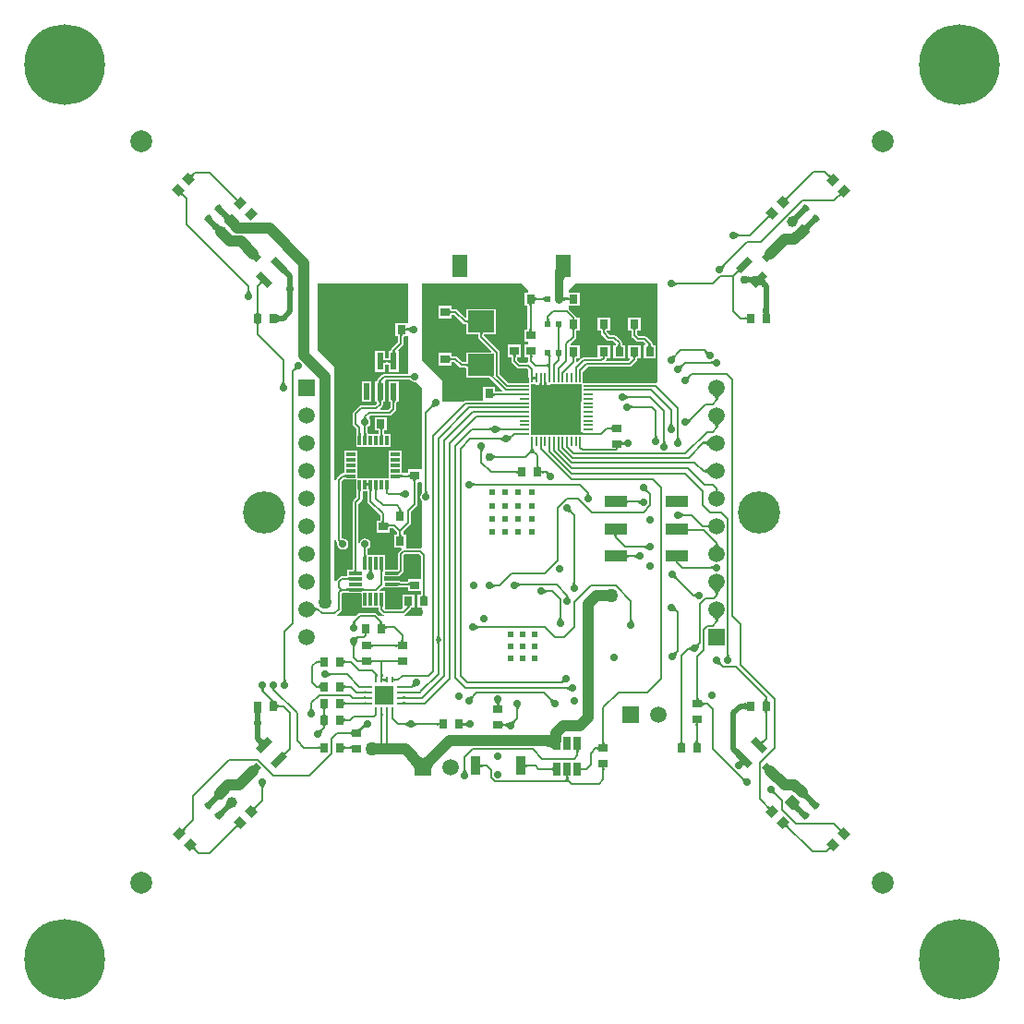
<source format=gtl>
G04*
G04 #@! TF.GenerationSoftware,Altium Limited,Altium Designer,21.6.1 (37)*
G04*
G04 Layer_Physical_Order=1*
G04 Layer_Color=255*
%FSLAX24Y24*%
%MOIN*%
G70*
G04*
G04 #@! TF.SameCoordinates,4ED41DF6-4530-4611-BF79-ADCA28F4CC56*
G04*
G04*
G04 #@! TF.FilePolarity,Positive*
G04*
G01*
G75*
%ADD12C,0.0080*%
%ADD17R,0.1102X0.1102*%
%ADD18R,0.0118X0.0335*%
%ADD19R,0.0335X0.0118*%
%ADD20R,0.0079X0.0335*%
%ADD21R,0.0335X0.0079*%
%ADD22R,0.1811X0.1811*%
%ADD23R,0.0098X0.0236*%
%ADD24R,0.0236X0.0098*%
%ADD25R,0.0689X0.0689*%
%ADD26R,0.0236X0.0630*%
%ADD27R,0.0315X0.0354*%
%ADD28R,0.0354X0.0315*%
%ADD29R,0.0276X0.0512*%
%ADD30R,0.0945X0.0787*%
%ADD31R,0.0236X0.0197*%
%ADD32R,0.0551X0.0787*%
G04:AMPARAMS|DCode=33|XSize=35.4mil|YSize=31.5mil|CornerRadius=0mil|HoleSize=0mil|Usage=FLASHONLY|Rotation=315.000|XOffset=0mil|YOffset=0mil|HoleType=Round|Shape=Rectangle|*
%AMROTATEDRECTD33*
4,1,4,-0.0237,0.0014,-0.0014,0.0237,0.0237,-0.0014,0.0014,-0.0237,-0.0237,0.0014,0.0*
%
%ADD33ROTATEDRECTD33*%

G04:AMPARAMS|DCode=34|XSize=35.4mil|YSize=31.5mil|CornerRadius=0mil|HoleSize=0mil|Usage=FLASHONLY|Rotation=225.000|XOffset=0mil|YOffset=0mil|HoleType=Round|Shape=Rectangle|*
%AMROTATEDRECTD34*
4,1,4,0.0014,0.0237,0.0237,0.0014,-0.0014,-0.0237,-0.0237,-0.0014,0.0014,0.0237,0.0*
%
%ADD34ROTATEDRECTD34*%

G04:AMPARAMS|DCode=35|XSize=23.6mil|YSize=57.1mil|CornerRadius=0mil|HoleSize=0mil|Usage=FLASHONLY|Rotation=45.000|XOffset=0mil|YOffset=0mil|HoleType=Round|Shape=Rectangle|*
%AMROTATEDRECTD35*
4,1,4,0.0118,-0.0285,-0.0285,0.0118,-0.0118,0.0285,0.0285,-0.0118,0.0118,-0.0285,0.0*
%
%ADD35ROTATEDRECTD35*%

G04:AMPARAMS|DCode=36|XSize=23.6mil|YSize=57.1mil|CornerRadius=0mil|HoleSize=0mil|Usage=FLASHONLY|Rotation=135.000|XOffset=0mil|YOffset=0mil|HoleType=Round|Shape=Rectangle|*
%AMROTATEDRECTD36*
4,1,4,0.0285,0.0118,-0.0118,-0.0285,-0.0285,-0.0118,0.0118,0.0285,0.0285,0.0118,0.0*
%
%ADD36ROTATEDRECTD36*%

G04:AMPARAMS|DCode=37|XSize=11.8mil|YSize=25.6mil|CornerRadius=0mil|HoleSize=0mil|Usage=FLASHONLY|Rotation=225.000|XOffset=0mil|YOffset=0mil|HoleType=Round|Shape=Rectangle|*
%AMROTATEDRECTD37*
4,1,4,-0.0049,0.0132,0.0132,-0.0049,0.0049,-0.0132,-0.0132,0.0049,-0.0049,0.0132,0.0*
%
%ADD37ROTATEDRECTD37*%

G04:AMPARAMS|DCode=38|XSize=11.8mil|YSize=25.6mil|CornerRadius=0mil|HoleSize=0mil|Usage=FLASHONLY|Rotation=315.000|XOffset=0mil|YOffset=0mil|HoleType=Round|Shape=Rectangle|*
%AMROTATEDRECTD38*
4,1,4,-0.0132,-0.0049,0.0049,0.0132,0.0132,0.0049,-0.0049,-0.0132,-0.0132,-0.0049,0.0*
%
%ADD38ROTATEDRECTD38*%

%ADD39R,0.0787X0.0394*%
%ADD40R,0.0354X0.0669*%
%ADD41R,0.0472X0.0118*%
%ADD42R,0.0118X0.0472*%
%ADD79C,0.0300*%
%ADD80C,0.0200*%
%ADD81C,0.0400*%
%ADD82R,0.0591X0.0591*%
%ADD83C,0.0591*%
%ADD84R,0.0591X0.0591*%
%ADD85C,0.0787*%
%ADD86C,0.2913*%
%ADD87C,0.0394*%
%ADD88P,0.0557X4X270.0*%
%ADD89P,0.0557X4X180.0*%
%ADD90C,0.0276*%
%ADD91C,0.0280*%
%ADD92C,0.0240*%
%ADD93C,0.1528*%
%ADD94C,0.0500*%
%ADD95C,0.0300*%
%ADD96C,0.0200*%
G36*
X7032Y30658D02*
X7021Y30647D01*
X7013Y30637D01*
X7006Y30627D01*
X7000Y30618D01*
X6997Y30609D01*
X6995Y30601D01*
X6994Y30593D01*
X6996Y30586D01*
X6999Y30580D01*
X7004Y30574D01*
X6890Y30687D01*
X6896Y30682D01*
X6903Y30679D01*
X6910Y30677D01*
X6918Y30678D01*
X6926Y30680D01*
X6935Y30683D01*
X6944Y30689D01*
X6954Y30696D01*
X6964Y30705D01*
X6975Y30715D01*
X7032Y30658D01*
D02*
G37*
G36*
X29977Y30680D02*
X29988Y30671D01*
X29998Y30664D01*
X30007Y30659D01*
X30016Y30655D01*
X30024Y30653D01*
X30032Y30653D01*
X30039Y30654D01*
X30045Y30657D01*
X30051Y30662D01*
X29938Y30549D01*
X29943Y30555D01*
X29946Y30561D01*
X29947Y30568D01*
X29947Y30576D01*
X29945Y30584D01*
X29941Y30593D01*
X29936Y30602D01*
X29929Y30612D01*
X29920Y30623D01*
X29910Y30634D01*
X29966Y30690D01*
X29977Y30680D01*
D02*
G37*
G36*
X30428Y29925D02*
X30422Y29930D01*
X30415Y29933D01*
X30408Y29934D01*
X30401Y29934D01*
X30392Y29932D01*
X30383Y29928D01*
X30374Y29923D01*
X30364Y29915D01*
X30353Y29906D01*
X30342Y29896D01*
X30286Y29952D01*
X30296Y29964D01*
X30305Y29974D01*
X30312Y29984D01*
X30318Y29994D01*
X30322Y30003D01*
X30324Y30011D01*
X30324Y30019D01*
X30323Y30026D01*
X30320Y30032D01*
X30315Y30038D01*
X30428Y29925D01*
D02*
G37*
G36*
X6622Y30057D02*
X6619Y30050D01*
X6618Y30043D01*
X6618Y30036D01*
X6620Y30027D01*
X6624Y30018D01*
X6629Y30009D01*
X6637Y29999D01*
X6645Y29988D01*
X6656Y29977D01*
X6600Y29921D01*
X6588Y29931D01*
X6578Y29940D01*
X6568Y29947D01*
X6558Y29953D01*
X6549Y29957D01*
X6541Y29959D01*
X6533Y29959D01*
X6526Y29958D01*
X6520Y29955D01*
X6514Y29950D01*
X6627Y30063D01*
X6622Y30057D01*
D02*
G37*
G36*
X28490Y29834D02*
X28480Y29822D01*
X28471Y29812D01*
X28463Y29802D01*
X28458Y29792D01*
X28454Y29784D01*
X28452Y29775D01*
X28452Y29768D01*
X28453Y29760D01*
X28456Y29754D01*
X28461Y29748D01*
X28348Y29861D01*
X28354Y29856D01*
X28360Y29853D01*
X28368Y29852D01*
X28375Y29852D01*
X28384Y29854D01*
X28392Y29858D01*
X28402Y29863D01*
X28412Y29871D01*
X28422Y29880D01*
X28434Y29890D01*
X28490Y29834D01*
D02*
G37*
G36*
X8578Y29830D02*
X8588Y29821D01*
X8598Y29813D01*
X8608Y29808D01*
X8616Y29804D01*
X8625Y29802D01*
X8632Y29802D01*
X8640Y29803D01*
X8646Y29806D01*
X8652Y29811D01*
X8539Y29698D01*
X8544Y29704D01*
X8547Y29710D01*
X8548Y29718D01*
X8548Y29725D01*
X8546Y29734D01*
X8542Y29742D01*
X8537Y29752D01*
X8529Y29762D01*
X8520Y29772D01*
X8510Y29784D01*
X8566Y29840D01*
X8578Y29830D01*
D02*
G37*
G36*
X29161Y29357D02*
X29156Y29360D01*
X29148Y29359D01*
X29138Y29354D01*
X29126Y29347D01*
X29111Y29336D01*
X29094Y29322D01*
X29028Y29262D01*
X29000Y29235D01*
X28859Y29376D01*
X28886Y29403D01*
X28971Y29502D01*
X28978Y29514D01*
X28983Y29524D01*
X28984Y29532D01*
X28982Y29537D01*
X29161Y29357D01*
D02*
G37*
G36*
X8016Y29532D02*
X8017Y29524D01*
X8022Y29514D01*
X8029Y29502D01*
X8040Y29487D01*
X8053Y29470D01*
X8114Y29403D01*
X8141Y29376D01*
X8000Y29235D01*
X7972Y29262D01*
X7874Y29347D01*
X7862Y29354D01*
X7852Y29359D01*
X7844Y29360D01*
X7839Y29357D01*
X8018Y29537D01*
X8016Y29532D01*
D02*
G37*
G36*
X27851Y29138D02*
X27845Y29143D01*
X27839Y29146D01*
X27832Y29147D01*
X27824Y29147D01*
X27816Y29145D01*
X27807Y29141D01*
X27798Y29136D01*
X27788Y29129D01*
X27777Y29120D01*
X27766Y29110D01*
X27710Y29166D01*
X27720Y29177D01*
X27729Y29188D01*
X27736Y29198D01*
X27741Y29207D01*
X27745Y29216D01*
X27747Y29224D01*
X27747Y29232D01*
X27746Y29239D01*
X27743Y29245D01*
X27738Y29251D01*
X27851Y29138D01*
D02*
G37*
G36*
X28892Y29127D02*
X28877Y29111D01*
X28853Y29082D01*
X28843Y29068D01*
X28835Y29055D01*
X28829Y29042D01*
X28824Y29029D01*
X28821Y29017D01*
X28819Y29006D01*
X28819Y28994D01*
X28609Y29173D01*
X28620Y29175D01*
X28631Y29178D01*
X28642Y29182D01*
X28654Y29188D01*
X28666Y29195D01*
X28680Y29204D01*
X28693Y29215D01*
X28722Y29240D01*
X28737Y29255D01*
X28892Y29127D01*
D02*
G37*
G36*
X8206Y29312D02*
X8256Y29271D01*
X8278Y29257D01*
X8299Y29246D01*
X8318Y29240D01*
X8335Y29237D01*
X8351Y29239D01*
X8365Y29244D01*
X8377Y29253D01*
X8109Y28984D01*
X8121Y28999D01*
X8129Y29015D01*
X8132Y29033D01*
X8131Y29052D01*
X8126Y29073D01*
X8117Y29095D01*
X8104Y29118D01*
X8086Y29143D01*
X8064Y29169D01*
X8037Y29197D01*
X8179Y29338D01*
X8206Y29312D01*
D02*
G37*
G36*
X29537Y28982D02*
X29532Y28984D01*
X29524Y28983D01*
X29514Y28978D01*
X29502Y28971D01*
X29487Y28960D01*
X29470Y28947D01*
X29403Y28886D01*
X29376Y28859D01*
X29235Y29000D01*
X29262Y29028D01*
X29347Y29126D01*
X29354Y29138D01*
X29359Y29148D01*
X29360Y29156D01*
X29357Y29161D01*
X29537Y28982D01*
D02*
G37*
G36*
X29338Y28821D02*
X29312Y28794D01*
X29271Y28744D01*
X29257Y28722D01*
X29246Y28701D01*
X29240Y28682D01*
X29237Y28665D01*
X29239Y28649D01*
X29244Y28635D01*
X29253Y28623D01*
X28984Y28891D01*
X28999Y28879D01*
X29015Y28871D01*
X29033Y28868D01*
X29052Y28869D01*
X29073Y28874D01*
X29095Y28883D01*
X29118Y28896D01*
X29143Y28914D01*
X29169Y28936D01*
X29197Y28963D01*
X29338Y28821D01*
D02*
G37*
G36*
X7640Y29156D02*
X7641Y29148D01*
X7646Y29138D01*
X7653Y29126D01*
X7664Y29111D01*
X7678Y29094D01*
X7727Y29040D01*
X7946Y28848D01*
X7969Y28834D01*
X7987Y28826D01*
X8001Y28823D01*
X7997Y28819D01*
X8006Y28819D01*
X7827Y28609D01*
X7825Y28620D01*
X7822Y28631D01*
X7819Y28641D01*
X7801Y28623D01*
X7798Y28637D01*
X7790Y28655D01*
X7776Y28678D01*
X7757Y28705D01*
X7702Y28772D01*
X7589Y28892D01*
X7498Y28971D01*
X7486Y28978D01*
X7476Y28983D01*
X7468Y28984D01*
X7463Y28982D01*
X7643Y29161D01*
X7640Y29156D01*
D02*
G37*
G36*
X26611Y28587D02*
X26623Y28577D01*
X26634Y28568D01*
X26646Y28561D01*
X26658Y28554D01*
X26670Y28549D01*
X26682Y28545D01*
X26694Y28542D01*
X26706Y28541D01*
X26718Y28540D01*
Y28460D01*
X26706Y28459D01*
X26694Y28458D01*
X26682Y28455D01*
X26670Y28451D01*
X26658Y28445D01*
X26646Y28439D01*
X26634Y28432D01*
X26623Y28423D01*
X26611Y28413D01*
X26600Y28402D01*
Y28598D01*
X26611Y28587D01*
D02*
G37*
G36*
X26183Y27376D02*
X26174Y27367D01*
X26167Y27357D01*
X26161Y27347D01*
X26155Y27335D01*
X26150Y27323D01*
X26146Y27310D01*
X26143Y27297D01*
X26141Y27282D01*
X26140Y27267D01*
X26140Y27251D01*
X26001Y27390D01*
X26017Y27390D01*
X26032Y27391D01*
X26047Y27393D01*
X26060Y27396D01*
X26073Y27400D01*
X26085Y27405D01*
X26097Y27411D01*
X26107Y27417D01*
X26117Y27424D01*
X26126Y27433D01*
X26183Y27376D01*
D02*
G37*
G36*
X26765Y27181D02*
X26759Y27185D01*
X26752Y27189D01*
X26745Y27190D01*
X26738Y27190D01*
X26729Y27188D01*
X26720Y27184D01*
X26711Y27178D01*
X26701Y27171D01*
X26690Y27162D01*
X26679Y27152D01*
X26623Y27208D01*
X26633Y27219D01*
X26642Y27230D01*
X26649Y27240D01*
X26655Y27249D01*
X26659Y27258D01*
X26661Y27267D01*
X26661Y27274D01*
X26660Y27281D01*
X26657Y27288D01*
X26652Y27294D01*
X26765Y27181D01*
D02*
G37*
G36*
X10374Y27315D02*
X10377Y27309D01*
X10382Y27300D01*
X10390Y27289D01*
X10402Y27275D01*
X10454Y27217D01*
X10505Y27166D01*
X10363Y27024D01*
X10336Y27051D01*
X10220Y27152D01*
X10214Y27155D01*
X10210Y27154D01*
X10375Y27319D01*
X10374Y27315D01*
D02*
G37*
G36*
X27154Y26790D02*
X27155Y26794D01*
X27152Y26797D01*
X27145Y26799D01*
X27133Y26802D01*
X27117Y26804D01*
X27075Y26807D01*
X27016Y26803D01*
Y26808D01*
X26972Y26808D01*
X27016Y26852D01*
Y27013D01*
X27017Y27012D01*
X27021Y27012D01*
X27026Y27011D01*
X27042Y27010D01*
X27093Y27008D01*
X27110Y27008D01*
Y26947D01*
X27172Y27008D01*
X27211Y27009D01*
X27248Y27012D01*
X27284Y27017D01*
X27317Y27024D01*
X27348Y27033D01*
X27377Y27044D01*
X27404Y27057D01*
X27429Y27072D01*
X27452Y27089D01*
X27473Y27108D01*
X27154Y26790D01*
D02*
G37*
G36*
X9537Y26770D02*
X9531Y26775D01*
X9525Y26778D01*
X9518Y26779D01*
X9510Y26779D01*
X9502Y26777D01*
X9493Y26773D01*
X9484Y26768D01*
X9473Y26760D01*
X9463Y26752D01*
X9452Y26741D01*
X9395Y26797D01*
X9406Y26809D01*
X9415Y26819D01*
X9422Y26829D01*
X9427Y26839D01*
X9431Y26848D01*
X9433Y26856D01*
X9434Y26864D01*
X9432Y26871D01*
X9429Y26877D01*
X9424Y26883D01*
X9537Y26770D01*
D02*
G37*
G36*
X20468Y27006D02*
X20443Y26997D01*
X20420Y26981D01*
X20401Y26960D01*
X20384Y26933D01*
X20371Y26900D01*
X20360Y26861D01*
X20353Y26816D01*
X20348Y26765D01*
X20347Y26707D01*
X20047D01*
X20086Y27008D01*
X20497Y27009D01*
X20468Y27006D01*
D02*
G37*
G36*
X10605Y26657D02*
X10395D01*
X10396Y26659D01*
X10397Y26662D01*
X10398Y26668D01*
X10399Y26683D01*
X10400Y26735D01*
X10400Y26752D01*
X10600D01*
X10605Y26657D01*
D02*
G37*
G36*
X24361Y26837D02*
X24373Y26827D01*
X24384Y26818D01*
X24396Y26811D01*
X24408Y26804D01*
X24420Y26799D01*
X24432Y26795D01*
X24444Y26792D01*
X24456Y26791D01*
X24468Y26790D01*
Y26710D01*
X24456Y26709D01*
X24444Y26708D01*
X24432Y26705D01*
X24420Y26701D01*
X24408Y26695D01*
X24396Y26689D01*
X24384Y26682D01*
X24373Y26673D01*
X24361Y26663D01*
X24350Y26652D01*
Y26848D01*
X24361Y26837D01*
D02*
G37*
G36*
X27649Y26953D02*
X27641Y26937D01*
X27637Y26919D01*
X27638Y26900D01*
X27643Y26879D01*
X27652Y26857D01*
X27666Y26834D01*
X27684Y26809D01*
X27706Y26783D01*
X27732Y26755D01*
X27591Y26614D01*
X27563Y26640D01*
X27537Y26662D01*
X27512Y26680D01*
X27488Y26693D01*
X27466Y26703D01*
X27446Y26708D01*
X27427Y26708D01*
X27409Y26705D01*
X27393Y26697D01*
X27378Y26685D01*
X27661Y26968D01*
X27649Y26953D01*
D02*
G37*
G36*
X9041Y26506D02*
X9042Y26494D01*
X9045Y26482D01*
X9049Y26470D01*
X9054Y26458D01*
X9061Y26446D01*
X9068Y26434D01*
X9077Y26423D01*
X9087Y26411D01*
X9098Y26400D01*
X8902D01*
X8913Y26411D01*
X8923Y26423D01*
X8932Y26434D01*
X8939Y26446D01*
X8946Y26458D01*
X8951Y26470D01*
X8955Y26482D01*
X8958Y26494D01*
X8959Y26506D01*
X8960Y26518D01*
X9040D01*
X9041Y26506D01*
D02*
G37*
G36*
X10604Y26441D02*
X10603Y26438D01*
X10602Y26432D01*
X10601Y26417D01*
X10600Y26365D01*
X10600Y26348D01*
X10400D01*
X10395Y26443D01*
X10605D01*
X10604Y26441D01*
D02*
G37*
G36*
X20318Y26294D02*
X20338Y26282D01*
X20361Y26272D01*
X20389Y26264D01*
X20421Y26257D01*
X20457Y26251D01*
X20530Y26244D01*
X20540Y26246D01*
X20549Y26250D01*
X20556Y26254D01*
X20562Y26260D01*
X20566Y26266D01*
X20569Y26272D01*
X20569Y26280D01*
Y26241D01*
X20589Y26241D01*
X20641Y26240D01*
Y26160D01*
X20589Y26159D01*
X20569Y26158D01*
Y26120D01*
X20569Y26128D01*
X20566Y26134D01*
X20562Y26140D01*
X20556Y26146D01*
X20549Y26150D01*
X20540Y26154D01*
X20534Y26155D01*
X20457Y26149D01*
X20421Y26143D01*
X20389Y26136D01*
X20361Y26128D01*
X20338Y26118D01*
X20318Y26106D01*
X20303Y26094D01*
Y26306D01*
X20318Y26294D01*
D02*
G37*
G36*
X19687Y26120D02*
X19687Y26128D01*
X19684Y26134D01*
X19680Y26140D01*
X19674Y26146D01*
X19667Y26150D01*
X19658Y26154D01*
X19648Y26156D01*
X19635Y26158D01*
X19622Y26160D01*
X19606Y26160D01*
Y26240D01*
X19622Y26240D01*
X19635Y26242D01*
X19648Y26244D01*
X19658Y26246D01*
X19667Y26250D01*
X19674Y26254D01*
X19680Y26260D01*
X19684Y26266D01*
X19687Y26272D01*
X19687Y26280D01*
Y26120D01*
D02*
G37*
G36*
X19331Y26272D02*
X19334Y26266D01*
X19338Y26260D01*
X19344Y26254D01*
X19351Y26250D01*
X19360Y26246D01*
X19370Y26244D01*
X19383Y26242D01*
X19396Y26240D01*
X19412Y26240D01*
Y26160D01*
X19396Y26160D01*
X19383Y26158D01*
X19370Y26156D01*
X19360Y26154D01*
X19351Y26150D01*
X19344Y26146D01*
X19338Y26140D01*
X19334Y26134D01*
X19331Y26128D01*
X19331Y26120D01*
Y26280D01*
X19331Y26272D01*
D02*
G37*
G36*
X19248Y26024D02*
X19241Y26022D01*
X19235Y26018D01*
X19230Y26012D01*
X19226Y26005D01*
X19222Y25996D01*
X19219Y25985D01*
X19217Y25973D01*
X19216Y25959D01*
X19216Y25944D01*
X19136D01*
X19135Y25959D01*
X19134Y25973D01*
X19132Y25985D01*
X19129Y25996D01*
X19126Y26005D01*
X19121Y26012D01*
X19116Y26018D01*
X19110Y26022D01*
X19103Y26024D01*
X19096Y26025D01*
X19256D01*
X19248Y26024D01*
D02*
G37*
G36*
X27776Y25838D02*
X27781Y25774D01*
X27785Y25748D01*
X27790Y25726D01*
X27796Y25708D01*
X27803Y25694D01*
X27812Y25684D01*
X27821Y25678D01*
X27832Y25676D01*
X27519D01*
X27530Y25678D01*
X27540Y25684D01*
X27548Y25694D01*
X27555Y25708D01*
X27562Y25726D01*
X27567Y25748D01*
X27571Y25774D01*
X27573Y25804D01*
X27576Y25876D01*
X27776D01*
X27776Y25838D01*
D02*
G37*
G36*
X9365Y25741D02*
X9366Y25727D01*
X9368Y25715D01*
X9371Y25704D01*
X9374Y25695D01*
X9379Y25688D01*
X9384Y25682D01*
X9390Y25678D01*
X9397Y25676D01*
X9404Y25675D01*
X9244D01*
X9252Y25676D01*
X9259Y25678D01*
X9265Y25682D01*
X9270Y25688D01*
X9274Y25695D01*
X9278Y25704D01*
X9281Y25715D01*
X9283Y25727D01*
X9284Y25741D01*
X9284Y25756D01*
X9364D01*
X9365Y25741D01*
D02*
G37*
G36*
X16276Y25798D02*
X16278Y25791D01*
X16282Y25785D01*
X16288Y25780D01*
X16295Y25776D01*
X16304Y25772D01*
X16315Y25769D01*
X16327Y25767D01*
X16341Y25766D01*
X16356Y25766D01*
Y25686D01*
X16341Y25685D01*
X16327Y25684D01*
X16315Y25682D01*
X16304Y25679D01*
X16295Y25676D01*
X16288Y25671D01*
X16282Y25666D01*
X16278Y25660D01*
X16276Y25653D01*
X16275Y25646D01*
Y25806D01*
X16276Y25798D01*
D02*
G37*
G36*
X20765Y25516D02*
X20766Y25493D01*
X20767Y25487D01*
X20768Y25483D01*
X20769Y25479D01*
X20771Y25477D01*
X20772Y25475D01*
X20774Y25475D01*
X20675D01*
X20677Y25475D01*
X20678Y25477D01*
X20680Y25479D01*
X20681Y25483D01*
X20682Y25487D01*
X20683Y25493D01*
X20684Y25507D01*
X20684Y25526D01*
X20764D01*
X20765Y25516D01*
D02*
G37*
G36*
X26969Y25420D02*
X26969Y25428D01*
X26966Y25434D01*
X26962Y25440D01*
X26956Y25446D01*
X26949Y25450D01*
X26940Y25454D01*
X26930Y25456D01*
X26917Y25458D01*
X26904Y25460D01*
X26888Y25460D01*
Y25540D01*
X26904Y25540D01*
X26917Y25542D01*
X26930Y25544D01*
X26940Y25546D01*
X26949Y25550D01*
X26956Y25554D01*
X26962Y25560D01*
X26966Y25566D01*
X26969Y25572D01*
X26969Y25580D01*
Y25420D01*
D02*
G37*
G36*
X19844Y25462D02*
X19845Y25448D01*
X19847Y25436D01*
X19850Y25425D01*
X19853Y25416D01*
X19858Y25409D01*
X19863Y25403D01*
X19869Y25399D01*
X19876Y25397D01*
X19883Y25396D01*
X19723D01*
X19731Y25397D01*
X19738Y25399D01*
X19744Y25403D01*
X19749Y25409D01*
X19753Y25416D01*
X19757Y25425D01*
X19760Y25436D01*
X19762Y25448D01*
X19763Y25462D01*
X19763Y25477D01*
X19843D01*
X19844Y25462D01*
D02*
G37*
G36*
X10034Y25662D02*
X10040Y25649D01*
X10050Y25637D01*
X10064Y25627D01*
X10082Y25619D01*
X10104Y25612D01*
X10130Y25607D01*
X10160Y25603D01*
X10194Y25601D01*
X10232Y25600D01*
Y25400D01*
X10194Y25399D01*
X10130Y25393D01*
X10104Y25388D01*
X10082Y25381D01*
X10064Y25373D01*
X10050Y25363D01*
X10040Y25351D01*
X10034Y25338D01*
X10032Y25324D01*
Y25676D01*
X10034Y25662D01*
D02*
G37*
G36*
X16930Y25307D02*
X16929Y25315D01*
X16927Y25322D01*
X16923Y25328D01*
X16917Y25333D01*
X16910Y25337D01*
X16901Y25341D01*
X16890Y25344D01*
X16878Y25346D01*
X16864Y25347D01*
X16849Y25347D01*
Y25427D01*
X16864Y25428D01*
X16878Y25429D01*
X16890Y25431D01*
X16901Y25434D01*
X16910Y25437D01*
X16917Y25442D01*
X16923Y25447D01*
X16927Y25453D01*
X16929Y25460D01*
X16930Y25467D01*
Y25307D01*
D02*
G37*
G36*
X9397Y25324D02*
X9390Y25322D01*
X9384Y25318D01*
X9379Y25312D01*
X9374Y25305D01*
X9371Y25296D01*
X9368Y25285D01*
X9366Y25273D01*
X9365Y25259D01*
X9364Y25244D01*
X9284D01*
X9284Y25259D01*
X9283Y25273D01*
X9281Y25285D01*
X9278Y25296D01*
X9274Y25305D01*
X9270Y25312D01*
X9265Y25318D01*
X9259Y25322D01*
X9252Y25324D01*
X9244Y25325D01*
X9404D01*
X9397Y25324D01*
D02*
G37*
G36*
X14850Y25002D02*
X14839Y25013D01*
X14827Y25023D01*
X14816Y25032D01*
X14804Y25039D01*
X14792Y25045D01*
X14780Y25051D01*
X14768Y25055D01*
X14756Y25058D01*
X14744Y25059D01*
X14733Y25058D01*
X14720Y25056D01*
X14710Y25054D01*
X14701Y25050D01*
X14694Y25046D01*
X14688Y25040D01*
X14684Y25034D01*
X14681Y25028D01*
X14681Y25020D01*
Y25180D01*
X14681Y25172D01*
X14684Y25166D01*
X14688Y25160D01*
X14694Y25154D01*
X14701Y25150D01*
X14710Y25146D01*
X14720Y25144D01*
X14733Y25142D01*
X14744Y25141D01*
X14756Y25142D01*
X14768Y25145D01*
X14780Y25149D01*
X14792Y25155D01*
X14804Y25161D01*
X14816Y25168D01*
X14827Y25177D01*
X14839Y25187D01*
X14850Y25198D01*
Y25002D01*
D02*
G37*
G36*
X20269Y25203D02*
X20262Y25201D01*
X20256Y25197D01*
X20251Y25191D01*
X20247Y25184D01*
X20243Y25175D01*
X20240Y25164D01*
X20238Y25152D01*
X20237Y25138D01*
X20237Y25123D01*
X20157D01*
X20156Y25138D01*
X20155Y25152D01*
X20153Y25164D01*
X20150Y25175D01*
X20147Y25184D01*
X20142Y25191D01*
X20137Y25197D01*
X20131Y25201D01*
X20124Y25203D01*
X20117Y25204D01*
X20277D01*
X20269Y25203D01*
D02*
G37*
G36*
X20797Y25124D02*
X20790Y25122D01*
X20784Y25118D01*
X20779Y25112D01*
X20774Y25105D01*
X20771Y25096D01*
X20768Y25085D01*
X20766Y25073D01*
X20765Y25059D01*
X20764Y25044D01*
X20684D01*
X20684Y25059D01*
X20683Y25073D01*
X20681Y25085D01*
X20678Y25096D01*
X20674Y25105D01*
X20670Y25112D01*
X20665Y25118D01*
X20659Y25122D01*
X20652Y25124D01*
X20644Y25125D01*
X20804D01*
X20797Y25124D01*
D02*
G37*
G36*
X19216Y25097D02*
X19217Y25083D01*
X19219Y25071D01*
X19222Y25061D01*
X19226Y25052D01*
X19230Y25045D01*
X19235Y25039D01*
X19241Y25035D01*
X19248Y25033D01*
X19256Y25032D01*
X19096D01*
X19103Y25033D01*
X19110Y25035D01*
X19116Y25039D01*
X19121Y25045D01*
X19126Y25052D01*
X19129Y25061D01*
X19132Y25071D01*
X19134Y25083D01*
X19135Y25097D01*
X19136Y25112D01*
X19216D01*
X19216Y25097D01*
D02*
G37*
G36*
X17472Y24994D02*
X17466Y24992D01*
X17460Y24988D01*
X17454Y24982D01*
X17450Y24975D01*
X17446Y24966D01*
X17444Y24956D01*
X17442Y24944D01*
X17440Y24930D01*
X17440Y24915D01*
X17360D01*
X17360Y24930D01*
X17358Y24944D01*
X17356Y24956D01*
X17354Y24966D01*
X17350Y24975D01*
X17346Y24982D01*
X17340Y24988D01*
X17334Y24992D01*
X17328Y24994D01*
X17320Y24995D01*
X17480D01*
X17472Y24994D01*
D02*
G37*
G36*
X14572Y24924D02*
X14566Y24922D01*
X14560Y24918D01*
X14554Y24912D01*
X14550Y24905D01*
X14546Y24896D01*
X14544Y24885D01*
X14542Y24873D01*
X14540Y24859D01*
X14540Y24844D01*
X14460D01*
X14460Y24859D01*
X14458Y24873D01*
X14456Y24885D01*
X14454Y24896D01*
X14450Y24905D01*
X14446Y24912D01*
X14440Y24918D01*
X14434Y24922D01*
X14428Y24924D01*
X14420Y24925D01*
X14580D01*
X14572Y24924D01*
D02*
G37*
G36*
X20237Y24412D02*
X20238Y24398D01*
X20240Y24386D01*
X20243Y24375D01*
X20247Y24366D01*
X20251Y24359D01*
X20256Y24353D01*
X20262Y24349D01*
X20269Y24347D01*
X20277Y24346D01*
X20117D01*
X20124Y24347D01*
X20131Y24349D01*
X20137Y24353D01*
X20142Y24359D01*
X20147Y24366D01*
X20150Y24375D01*
X20153Y24386D01*
X20155Y24398D01*
X20156Y24412D01*
X20157Y24427D01*
X20237D01*
X20237Y24412D01*
D02*
G37*
G36*
X14279Y24320D02*
X14280Y24307D01*
X14282Y24294D01*
X14285Y24284D01*
X14288Y24275D01*
X14293Y24268D01*
X14298Y24262D01*
X14304Y24258D01*
X14311Y24255D01*
X14318Y24255D01*
X14158D01*
X14166Y24255D01*
X14173Y24258D01*
X14179Y24262D01*
X14184Y24268D01*
X14188Y24275D01*
X14192Y24284D01*
X14195Y24294D01*
X14197Y24307D01*
X14198Y24320D01*
X14198Y24336D01*
X14278D01*
X14279Y24320D01*
D02*
G37*
G36*
X25533Y24324D02*
X25543Y24317D01*
X25553Y24311D01*
X25565Y24305D01*
X25577Y24300D01*
X25590Y24296D01*
X25603Y24293D01*
X25618Y24291D01*
X25633Y24290D01*
X25649Y24290D01*
X25510Y24151D01*
X25510Y24167D01*
X25509Y24182D01*
X25507Y24197D01*
X25504Y24210D01*
X25500Y24223D01*
X25495Y24235D01*
X25489Y24247D01*
X25483Y24257D01*
X25476Y24267D01*
X25467Y24276D01*
X25524Y24333D01*
X25533Y24324D01*
D02*
G37*
G36*
X19272Y24169D02*
X19266Y24166D01*
X19260Y24162D01*
X19254Y24156D01*
X19250Y24149D01*
X19246Y24140D01*
X19244Y24130D01*
X19242Y24117D01*
X19240Y24104D01*
X19240Y24088D01*
X19160D01*
X19160Y24104D01*
X19158Y24117D01*
X19156Y24130D01*
X19154Y24140D01*
X19150Y24149D01*
X19146Y24156D01*
X19140Y24162D01*
X19134Y24166D01*
X19128Y24169D01*
X19120Y24169D01*
X19280D01*
X19272Y24169D01*
D02*
G37*
G36*
X18687Y24213D02*
X18677Y24202D01*
X18668Y24190D01*
X18661Y24178D01*
X18656Y24169D01*
X18680D01*
X18672Y24169D01*
X18666Y24166D01*
X18660Y24162D01*
X18654Y24156D01*
X18650Y24149D01*
X18646Y24140D01*
X18644Y24130D01*
X18642Y24117D01*
X18640Y24104D01*
X18640Y24088D01*
X18560D01*
X18560Y24104D01*
X18558Y24117D01*
X18556Y24130D01*
X18554Y24140D01*
X18550Y24149D01*
X18546Y24156D01*
X18540Y24162D01*
X18534Y24166D01*
X18528Y24169D01*
X18520Y24169D01*
X18544D01*
X18539Y24178D01*
X18532Y24190D01*
X18523Y24202D01*
X18513Y24213D01*
X18502Y24224D01*
X18698D01*
X18687Y24213D01*
D02*
G37*
G36*
X21872Y24125D02*
X21871Y24123D01*
X21869Y24121D01*
X21868Y24117D01*
X21867Y24113D01*
X21866Y24107D01*
X21865Y24093D01*
X21864Y24074D01*
X21784D01*
X21784Y24084D01*
X21783Y24107D01*
X21782Y24113D01*
X21781Y24117D01*
X21780Y24121D01*
X21778Y24123D01*
X21777Y24125D01*
X21775Y24125D01*
X21874D01*
X21872Y24125D01*
D02*
G37*
G36*
X20269Y24153D02*
X20262Y24151D01*
X20256Y24147D01*
X20251Y24141D01*
X20247Y24134D01*
X20243Y24125D01*
X20240Y24114D01*
X20238Y24102D01*
X20237Y24088D01*
X20237Y24073D01*
X20157D01*
X20156Y24088D01*
X20155Y24102D01*
X20153Y24114D01*
X20150Y24125D01*
X20147Y24134D01*
X20142Y24141D01*
X20137Y24147D01*
X20131Y24151D01*
X20124Y24153D01*
X20117Y24154D01*
X20277D01*
X20269Y24153D01*
D02*
G37*
G36*
X19920Y24153D02*
X19917Y24152D01*
X19914Y24150D01*
X19912Y24146D01*
X19910Y24140D01*
X19908Y24133D01*
X19906Y24124D01*
X19905Y24114D01*
X19904Y24088D01*
X19904Y24073D01*
X19824D01*
X19823Y24088D01*
X19822Y24102D01*
X19820Y24114D01*
X19817Y24125D01*
X19814Y24134D01*
X19809Y24141D01*
X19804Y24147D01*
X19798Y24151D01*
X19791Y24153D01*
X19784Y24154D01*
X19920Y24153D01*
D02*
G37*
G36*
X22997Y24124D02*
X22990Y24122D01*
X22984Y24118D01*
X22979Y24112D01*
X22974Y24105D01*
X22971Y24096D01*
X22968Y24085D01*
X22966Y24073D01*
X22965Y24059D01*
X22964Y24044D01*
X22884D01*
X22884Y24059D01*
X22883Y24073D01*
X22881Y24085D01*
X22878Y24096D01*
X22874Y24105D01*
X22870Y24112D01*
X22865Y24118D01*
X22859Y24122D01*
X22852Y24124D01*
X22844Y24125D01*
X23004D01*
X22997Y24124D01*
D02*
G37*
G36*
X20797D02*
X20790Y24122D01*
X20784Y24118D01*
X20779Y24112D01*
X20774Y24105D01*
X20771Y24096D01*
X20768Y24085D01*
X20766Y24073D01*
X20765Y24059D01*
X20764Y24044D01*
X20684D01*
X20684Y24059D01*
X20683Y24073D01*
X20681Y24085D01*
X20678Y24096D01*
X20674Y24105D01*
X20670Y24112D01*
X20665Y24118D01*
X20659Y24122D01*
X20652Y24124D01*
X20644Y24125D01*
X20804D01*
X20797Y24124D01*
D02*
G37*
G36*
X24433Y24126D02*
X24424Y24117D01*
X24417Y24107D01*
X24411Y24097D01*
X24405Y24085D01*
X24400Y24073D01*
X24396Y24060D01*
X24393Y24047D01*
X24391Y24032D01*
X24390Y24017D01*
X24390Y24001D01*
X24251Y24140D01*
X24267Y24140D01*
X24282Y24141D01*
X24297Y24143D01*
X24310Y24146D01*
X24323Y24150D01*
X24335Y24155D01*
X24347Y24160D01*
X24357Y24167D01*
X24367Y24174D01*
X24376Y24183D01*
X24433Y24126D01*
D02*
G37*
G36*
X16276Y24098D02*
X16278Y24091D01*
X16282Y24085D01*
X16288Y24080D01*
X16295Y24076D01*
X16304Y24072D01*
X16315Y24069D01*
X16327Y24067D01*
X16341Y24066D01*
X16356Y24066D01*
Y23986D01*
X16341Y23985D01*
X16327Y23984D01*
X16315Y23982D01*
X16304Y23979D01*
X16295Y23976D01*
X16288Y23971D01*
X16282Y23966D01*
X16278Y23960D01*
X16276Y23953D01*
X16275Y23946D01*
Y24106D01*
X16276Y24098D01*
D02*
G37*
G36*
X19100Y26500D02*
Y26437D01*
X18958D01*
Y25963D01*
X19070D01*
X19070Y25956D01*
X19071Y25942D01*
X19074Y25936D01*
Y25120D01*
X19071Y25114D01*
X19070Y25100D01*
X19070Y25093D01*
X18963D01*
Y24658D01*
X19100D01*
Y24542D01*
X18963D01*
Y24107D01*
X19094D01*
X19095Y24100D01*
X19095Y24086D01*
X19098Y24080D01*
Y23950D01*
X19070Y23902D01*
X18792D01*
X18702Y23992D01*
Y24080D01*
X18705Y24086D01*
X18705Y24100D01*
X18706Y24107D01*
X18837D01*
Y24542D01*
X18363D01*
Y24107D01*
X18494D01*
X18495Y24100D01*
X18495Y24086D01*
X18498Y24080D01*
Y23950D01*
X18506Y23911D01*
X18528Y23878D01*
X18678Y23728D01*
X18711Y23706D01*
X18750Y23698D01*
X19058D01*
X19100Y23656D01*
Y23400D01*
X19132Y23368D01*
Y23342D01*
X19134Y23329D01*
Y23166D01*
X18971D01*
X18958Y23168D01*
X18376D01*
X18074Y23470D01*
Y24248D01*
X18067Y24287D01*
X18045Y24320D01*
X17502Y24862D01*
Y24907D01*
X17505Y24913D01*
X17505Y24926D01*
X17506Y24934D01*
X17932D01*
Y25841D01*
X16868D01*
Y25547D01*
X16818Y25527D01*
X16547Y25798D01*
X16513Y25820D01*
X16474Y25828D01*
X16364D01*
X16358Y25831D01*
X16344Y25831D01*
X16337Y25831D01*
Y25943D01*
X15863D01*
Y25508D01*
X16337D01*
Y25620D01*
X16344Y25620D01*
X16358Y25621D01*
X16364Y25624D01*
X16432D01*
X16740Y25315D01*
X16774Y25293D01*
X16813Y25285D01*
X16840D01*
X16847Y25282D01*
X16861Y25282D01*
X16868Y25282D01*
Y24934D01*
X17294D01*
X17295Y24926D01*
X17295Y24913D01*
X17298Y24907D01*
Y24820D01*
X17306Y24781D01*
X17328Y24748D01*
X17763Y24312D01*
X17744Y24266D01*
X16868D01*
Y23918D01*
X16861Y23918D01*
X16847Y23918D01*
X16840Y23915D01*
X16730D01*
X16547Y24098D01*
X16513Y24120D01*
X16474Y24128D01*
X16364D01*
X16358Y24131D01*
X16344Y24131D01*
X16337Y24131D01*
Y24243D01*
X15863D01*
Y23808D01*
X16337D01*
Y23920D01*
X16344Y23920D01*
X16358Y23921D01*
X16364Y23924D01*
X16432D01*
X16615Y23740D01*
X16648Y23718D01*
X16687Y23711D01*
X16840D01*
X16847Y23708D01*
X16861Y23707D01*
X16868Y23707D01*
Y23359D01*
X17697D01*
X18156Y22899D01*
X18137Y22853D01*
X17920D01*
X17914Y22856D01*
X17900Y22856D01*
X17893Y22857D01*
Y23037D01*
X17458D01*
Y22563D01*
X17418Y22538D01*
X16838D01*
X16799Y22530D01*
X16766Y22508D01*
X16757Y22500D01*
X16000D01*
Y23250D01*
X15250Y24000D01*
Y26750D01*
X18850D01*
X19100Y26500D01*
D02*
G37*
G36*
X14122Y23862D02*
X14122Y23870D01*
X14119Y23877D01*
X14115Y23883D01*
X14109Y23888D01*
X14102Y23892D01*
X14093Y23896D01*
X14083Y23899D01*
X14071Y23901D01*
X14057Y23902D01*
X14041Y23902D01*
Y23982D01*
X14057Y23983D01*
X14071Y23984D01*
X14083Y23986D01*
X14093Y23989D01*
X14102Y23992D01*
X14109Y23997D01*
X14115Y24002D01*
X14119Y24008D01*
X14122Y24015D01*
X14122Y24022D01*
Y23862D01*
D02*
G37*
G36*
X13863Y24015D02*
X13865Y24008D01*
X13869Y24002D01*
X13875Y23997D01*
X13882Y23992D01*
X13891Y23989D01*
X13902Y23986D01*
X13914Y23984D01*
X13928Y23983D01*
X13943Y23982D01*
Y23902D01*
X13928Y23902D01*
X13914Y23901D01*
X13902Y23899D01*
X13891Y23896D01*
X13882Y23892D01*
X13875Y23888D01*
X13869Y23883D01*
X13865Y23877D01*
X13863Y23870D01*
X13862Y23862D01*
Y24022D01*
X13863Y24015D01*
D02*
G37*
G36*
X25800Y23802D02*
X25789Y23813D01*
X25777Y23823D01*
X25766Y23832D01*
X25754Y23839D01*
X25742Y23846D01*
X25730Y23851D01*
X25718Y23855D01*
X25706Y23858D01*
X25694Y23859D01*
X25682Y23860D01*
Y23940D01*
X25694Y23941D01*
X25706Y23942D01*
X25718Y23945D01*
X25730Y23949D01*
X25742Y23955D01*
X25754Y23961D01*
X25766Y23968D01*
X25777Y23977D01*
X25789Y23987D01*
X25800Y23998D01*
Y23802D01*
D02*
G37*
G36*
X16930Y23733D02*
X16929Y23740D01*
X16927Y23747D01*
X16923Y23753D01*
X16917Y23758D01*
X16910Y23763D01*
X16901Y23766D01*
X16890Y23769D01*
X16878Y23771D01*
X16864Y23772D01*
X16849Y23773D01*
Y23853D01*
X16864Y23853D01*
X16878Y23854D01*
X16890Y23856D01*
X16901Y23859D01*
X16910Y23863D01*
X16917Y23867D01*
X16923Y23872D01*
X16927Y23878D01*
X16929Y23885D01*
X16930Y23893D01*
Y23733D01*
D02*
G37*
G36*
X19904Y23800D02*
X19824Y23680D01*
X19823Y23695D01*
X19821Y23709D01*
X19817Y23721D01*
X19811Y23731D01*
X19804Y23740D01*
X19795Y23747D01*
X19785Y23753D01*
X19773Y23757D01*
X19759Y23759D01*
X19744Y23760D01*
Y23840D01*
X19759Y23841D01*
X19773Y23843D01*
X19785Y23847D01*
X19795Y23853D01*
X19804Y23860D01*
X19811Y23869D01*
X19817Y23879D01*
X19821Y23891D01*
X19823Y23905D01*
X19824Y23920D01*
X19904Y23800D01*
D02*
G37*
G36*
X24683Y23776D02*
X24674Y23767D01*
X24667Y23757D01*
X24660Y23747D01*
X24655Y23735D01*
X24650Y23723D01*
X24646Y23710D01*
X24643Y23697D01*
X24641Y23682D01*
X24640Y23667D01*
X24640Y23651D01*
X24501Y23790D01*
X24517Y23790D01*
X24532Y23791D01*
X24547Y23793D01*
X24560Y23796D01*
X24573Y23800D01*
X24585Y23805D01*
X24597Y23811D01*
X24607Y23817D01*
X24617Y23824D01*
X24626Y23833D01*
X24683Y23776D01*
D02*
G37*
G36*
X10799Y23660D02*
X10783Y23660D01*
X10768Y23659D01*
X10753Y23657D01*
X10740Y23654D01*
X10727Y23650D01*
X10715Y23645D01*
X10703Y23640D01*
X10693Y23633D01*
X10683Y23626D01*
X10674Y23617D01*
X10617Y23674D01*
X10626Y23683D01*
X10633Y23693D01*
X10639Y23703D01*
X10645Y23715D01*
X10650Y23727D01*
X10654Y23740D01*
X10657Y23753D01*
X10659Y23768D01*
X10660Y23783D01*
X10660Y23799D01*
X10799Y23660D01*
D02*
G37*
G36*
X19354Y23262D02*
X19354Y23269D01*
X19351Y23276D01*
X19347Y23282D01*
X19341Y23287D01*
X19334Y23292D01*
X19325Y23295D01*
X19315Y23298D01*
X19313Y23298D01*
X19311Y23298D01*
X19300Y23295D01*
X19291Y23292D01*
X19284Y23287D01*
X19278Y23282D01*
X19274Y23276D01*
X19272Y23269D01*
X19271Y23262D01*
Y23422D01*
X19272Y23414D01*
X19274Y23407D01*
X19278Y23401D01*
X19284Y23396D01*
X19291Y23392D01*
X19300Y23388D01*
X19311Y23385D01*
X19313Y23385D01*
X19315Y23385D01*
X19325Y23388D01*
X19334Y23392D01*
X19341Y23396D01*
X19347Y23401D01*
X19351Y23407D01*
X19354Y23414D01*
X19354Y23422D01*
Y23262D01*
D02*
G37*
G36*
X24933Y23376D02*
X24924Y23367D01*
X24917Y23357D01*
X24911Y23347D01*
X24905Y23335D01*
X24900Y23323D01*
X24896Y23310D01*
X24893Y23297D01*
X24891Y23282D01*
X24890Y23267D01*
X24890Y23251D01*
X24751Y23390D01*
X24767Y23390D01*
X24782Y23391D01*
X24797Y23393D01*
X24810Y23396D01*
X24823Y23400D01*
X24835Y23405D01*
X24847Y23410D01*
X24857Y23417D01*
X24867Y23424D01*
X24876Y23433D01*
X24933Y23376D01*
D02*
G37*
G36*
X13786Y23232D02*
X13787Y23219D01*
X13789Y23207D01*
X13792Y23198D01*
X13795Y23189D01*
X13798Y23183D01*
X13803Y23177D01*
X13808Y23173D01*
X13814Y23171D01*
X13820Y23170D01*
X13672D01*
X13678Y23171D01*
X13684Y23173D01*
X13689Y23177D01*
X13694Y23183D01*
X13697Y23189D01*
X13701Y23198D01*
X13703Y23207D01*
X13705Y23219D01*
X13706Y23232D01*
X13706Y23246D01*
X13786D01*
X13786Y23232D01*
D02*
G37*
G36*
X23750Y23198D02*
X23700Y23165D01*
X23684Y23168D01*
X21242D01*
X21229Y23166D01*
X21066D01*
Y23329D01*
X21068Y23342D01*
Y23574D01*
X21242Y23748D01*
X22750D01*
X22789Y23756D01*
X22822Y23778D01*
X22997Y23952D01*
X23019Y23985D01*
X23026Y24024D01*
Y24036D01*
X23029Y24042D01*
X23030Y24056D01*
X23030Y24063D01*
X23142D01*
Y24537D01*
X22707D01*
Y24063D01*
X22748D01*
X22769Y24013D01*
X22708Y23952D01*
X21911D01*
X21892Y23998D01*
X21897Y24002D01*
X21919Y24035D01*
X21923Y24060D01*
X21925Y24063D01*
X22042D01*
Y24537D01*
X21607D01*
Y24092D01*
X21090D01*
X21051Y24084D01*
X21018Y24062D01*
X20875Y23919D01*
X20871Y23919D01*
X20826Y23941D01*
Y24036D01*
X20829Y24042D01*
X20830Y24056D01*
X20830Y24063D01*
X20942D01*
Y24537D01*
X20636D01*
X20617Y24583D01*
X20797Y24763D01*
X20819Y24796D01*
X20826Y24835D01*
Y25036D01*
X20829Y25042D01*
X20830Y25056D01*
X20830Y25063D01*
X20942D01*
Y25537D01*
X20825D01*
X20824Y25540D01*
X20819Y25565D01*
X20797Y25598D01*
X20572Y25822D01*
X20550Y25837D01*
Y25963D01*
X20942D01*
Y26437D01*
X20550D01*
Y26500D01*
X20800Y26750D01*
X23750D01*
Y23198D01*
D02*
G37*
G36*
X19747Y23169D02*
X19748Y23155D01*
X19750Y23143D01*
X19753Y23132D01*
X19756Y23123D01*
X19761Y23116D01*
X19766Y23110D01*
X19772Y23106D01*
X19779Y23104D01*
X19786Y23103D01*
X19469D01*
X19476Y23104D01*
X19483Y23106D01*
X19489Y23110D01*
X19494Y23116D01*
X19499Y23123D01*
X19502Y23132D01*
X19505Y23143D01*
X19507Y23155D01*
X19508Y23169D01*
X19509Y23184D01*
X19589D01*
X19589Y23169D01*
X19590Y23155D01*
X19592Y23143D01*
X19595Y23132D01*
X19599Y23123D01*
X19603Y23116D01*
X19608Y23110D01*
X19614Y23106D01*
X19621Y23104D01*
X19628Y23103D01*
X19634Y23104D01*
X19641Y23106D01*
X19647Y23110D01*
X19652Y23116D01*
X19656Y23123D01*
X19660Y23132D01*
X19663Y23143D01*
X19665Y23155D01*
X19666Y23169D01*
X19666Y23184D01*
X19746D01*
X19747Y23169D01*
D02*
G37*
G36*
X10291Y23206D02*
X10292Y23194D01*
X10295Y23182D01*
X10299Y23170D01*
X10304Y23158D01*
X10311Y23146D01*
X10318Y23134D01*
X10327Y23123D01*
X10337Y23111D01*
X10348Y23100D01*
X10152D01*
X10163Y23111D01*
X10173Y23123D01*
X10182Y23134D01*
X10189Y23146D01*
X10195Y23158D01*
X10201Y23170D01*
X10205Y23182D01*
X10208Y23194D01*
X10209Y23206D01*
X10210Y23218D01*
X10290D01*
X10291Y23206D01*
D02*
G37*
G36*
X21014Y22967D02*
Y22500D01*
X19186D01*
Y22652D01*
Y23114D01*
X19358D01*
X19404Y23096D01*
X19415Y23077D01*
X19423Y23057D01*
X19426Y23056D01*
X19428Y23053D01*
X19447Y23047D01*
X19448Y23046D01*
X19455Y23011D01*
X19477Y22978D01*
X19510Y22956D01*
X19549Y22948D01*
X19588Y22956D01*
X19589Y22956D01*
X19628Y22975D01*
X19667Y22956D01*
X19667Y22956D01*
X19706Y22948D01*
X19745Y22956D01*
X19778Y22978D01*
X19800Y23011D01*
X19808Y23046D01*
X19808Y23047D01*
X19827Y23052D01*
X19827Y23053D01*
X19829Y23056D01*
X19832Y23057D01*
X19841Y23077D01*
X19851Y23096D01*
X19897Y23114D01*
X21014D01*
Y22967D01*
D02*
G37*
G36*
X17831Y22824D02*
X17834Y22817D01*
X17838Y22811D01*
X17844Y22806D01*
X17851Y22801D01*
X17860Y22798D01*
X17870Y22795D01*
X17883Y22793D01*
X17896Y22792D01*
X17912Y22791D01*
Y22711D01*
X17896Y22711D01*
X17883Y22710D01*
X17870Y22708D01*
X17860Y22705D01*
X17851Y22701D01*
X17844Y22697D01*
X17838Y22692D01*
X17834Y22686D01*
X17831Y22679D01*
X17831Y22671D01*
Y22831D01*
X17831Y22824D01*
D02*
G37*
G36*
X22611Y22737D02*
X22623Y22727D01*
X22634Y22718D01*
X22646Y22711D01*
X22658Y22705D01*
X22670Y22699D01*
X22682Y22695D01*
X22694Y22692D01*
X22706Y22691D01*
X22718Y22690D01*
Y22610D01*
X22706Y22609D01*
X22694Y22608D01*
X22682Y22605D01*
X22670Y22601D01*
X22658Y22596D01*
X22646Y22589D01*
X22634Y22582D01*
X22623Y22573D01*
X22611Y22563D01*
X22600Y22552D01*
Y22748D01*
X22611Y22737D01*
D02*
G37*
G36*
X26054Y22745D02*
X26030Y22723D01*
X26009Y22701D01*
X25991Y22680D01*
X25975Y22658D01*
X25962Y22636D01*
X25953Y22615D01*
X25946Y22593D01*
X25941Y22572D01*
X25940Y22550D01*
X25860D01*
X25859Y22572D01*
X25854Y22593D01*
X25847Y22615D01*
X25838Y22636D01*
X25825Y22658D01*
X25809Y22680D01*
X25791Y22701D01*
X25770Y22723D01*
X25746Y22745D01*
X25719Y22766D01*
X26081D01*
X26054Y22745D01*
D02*
G37*
G36*
X14311Y22543D02*
X14304Y22541D01*
X14298Y22537D01*
X14293Y22531D01*
X14288Y22524D01*
X14285Y22515D01*
X14282Y22505D01*
X14280Y22493D01*
X14279Y22479D01*
X14278Y22464D01*
X14198D01*
X14198Y22479D01*
X14197Y22493D01*
X14195Y22505D01*
X14192Y22515D01*
X14188Y22524D01*
X14184Y22531D01*
X14179Y22537D01*
X14173Y22541D01*
X14166Y22543D01*
X14158Y22544D01*
X14318D01*
X14311Y22543D01*
D02*
G37*
G36*
X13818D02*
X13812Y22541D01*
X13806Y22537D01*
X13800Y22531D01*
X13796Y22524D01*
X13792Y22515D01*
X13790Y22505D01*
X13788Y22493D01*
X13786Y22479D01*
X13786Y22464D01*
X13706D01*
X13706Y22479D01*
X13704Y22493D01*
X13702Y22505D01*
X13700Y22515D01*
X13696Y22524D01*
X13692Y22531D01*
X13686Y22537D01*
X13680Y22541D01*
X13674Y22543D01*
X13666Y22544D01*
X13826D01*
X13818Y22543D01*
D02*
G37*
G36*
X15749Y22310D02*
X15733Y22310D01*
X15718Y22309D01*
X15703Y22307D01*
X15690Y22304D01*
X15677Y22300D01*
X15665Y22295D01*
X15653Y22290D01*
X15643Y22283D01*
X15633Y22276D01*
X15624Y22267D01*
X15567Y22324D01*
X15576Y22333D01*
X15583Y22343D01*
X15589Y22353D01*
X15595Y22365D01*
X15600Y22377D01*
X15604Y22390D01*
X15607Y22403D01*
X15609Y22418D01*
X15610Y22433D01*
X15610Y22449D01*
X15749Y22310D01*
D02*
G37*
G36*
X22761Y22387D02*
X22773Y22377D01*
X22784Y22368D01*
X22796Y22361D01*
X22808Y22355D01*
X22820Y22349D01*
X22832Y22345D01*
X22844Y22342D01*
X22856Y22341D01*
X22868Y22340D01*
Y22260D01*
X22856Y22259D01*
X22844Y22258D01*
X22832Y22255D01*
X22820Y22251D01*
X22808Y22246D01*
X22796Y22239D01*
X22784Y22232D01*
X22773Y22223D01*
X22761Y22213D01*
X22750Y22202D01*
Y22398D01*
X22761Y22387D01*
D02*
G37*
G36*
X13240Y21938D02*
X13241Y21927D01*
X13243Y21917D01*
X13245Y21908D01*
X13247Y21900D01*
X13251Y21892D01*
X13255Y21886D01*
X13259Y21880D01*
X13264Y21875D01*
X13270Y21871D01*
X13130D01*
X13136Y21875D01*
X13141Y21880D01*
X13145Y21886D01*
X13149Y21892D01*
X13153Y21900D01*
X13155Y21908D01*
X13157Y21917D01*
X13159Y21927D01*
X13160Y21938D01*
X13160Y21950D01*
X13240D01*
X13240Y21938D01*
D02*
G37*
G36*
X24975Y21809D02*
X24961Y21795D01*
X24903Y21729D01*
X24894Y21716D01*
X24872Y21682D01*
X24829Y21866D01*
X24839Y21859D01*
X24850Y21855D01*
X24860Y21852D01*
X24871Y21850D01*
X24881Y21851D01*
X24891Y21853D01*
X24901Y21857D01*
X24911Y21862D01*
X24921Y21869D01*
X24931Y21878D01*
X24975Y21809D01*
D02*
G37*
G36*
X24291Y21706D02*
X24292Y21694D01*
X24295Y21682D01*
X24299Y21670D01*
X24304Y21658D01*
X24311Y21646D01*
X24318Y21634D01*
X24327Y21623D01*
X24337Y21611D01*
X24348Y21600D01*
X24152D01*
X24163Y21611D01*
X24173Y21623D01*
X24182Y21634D01*
X24189Y21646D01*
X24195Y21658D01*
X24201Y21670D01*
X24205Y21682D01*
X24208Y21694D01*
X24209Y21706D01*
X24210Y21718D01*
X24290D01*
X24291Y21706D01*
D02*
G37*
G36*
X26054Y21745D02*
X26030Y21723D01*
X26009Y21701D01*
X25991Y21680D01*
X25975Y21658D01*
X25962Y21636D01*
X25953Y21615D01*
X25946Y21593D01*
X25941Y21572D01*
X25940Y21550D01*
X25860D01*
X25859Y21572D01*
X25854Y21593D01*
X25847Y21615D01*
X25838Y21636D01*
X25825Y21658D01*
X25809Y21680D01*
X25791Y21701D01*
X25770Y21723D01*
X25746Y21745D01*
X25719Y21766D01*
X26081D01*
X26054Y21745D01*
D02*
G37*
G36*
X22125Y21446D02*
X22124Y21453D01*
X22122Y21460D01*
X22118Y21466D01*
X22112Y21471D01*
X22105Y21476D01*
X22096Y21479D01*
X22085Y21482D01*
X22073Y21484D01*
X22059Y21485D01*
X22044Y21486D01*
Y21566D01*
X22059Y21566D01*
X22073Y21567D01*
X22085Y21569D01*
X22096Y21572D01*
X22105Y21576D01*
X22112Y21580D01*
X22118Y21585D01*
X22122Y21591D01*
X22124Y21598D01*
X22125Y21606D01*
Y21446D01*
D02*
G37*
G36*
X13868Y21524D02*
X13861Y21522D01*
X13855Y21518D01*
X13850Y21512D01*
X13845Y21505D01*
X13842Y21496D01*
X13839Y21485D01*
X13837Y21473D01*
X13836Y21459D01*
X13835Y21444D01*
X13755D01*
X13755Y21459D01*
X13754Y21473D01*
X13752Y21485D01*
X13749Y21496D01*
X13745Y21505D01*
X13741Y21512D01*
X13736Y21518D01*
X13730Y21522D01*
X13723Y21524D01*
X13715Y21525D01*
X13875D01*
X13868Y21524D01*
D02*
G37*
G36*
X18011Y21587D02*
X18023Y21577D01*
X18034Y21568D01*
X18046Y21561D01*
X18058Y21555D01*
X18070Y21549D01*
X18082Y21545D01*
X18094Y21542D01*
X18106Y21541D01*
X18118Y21540D01*
Y21460D01*
X18106Y21459D01*
X18094Y21458D01*
X18082Y21455D01*
X18070Y21451D01*
X18058Y21446D01*
X18046Y21439D01*
X18034Y21432D01*
X18023Y21423D01*
X18011Y21413D01*
X18000Y21402D01*
Y21598D01*
X18011Y21587D01*
D02*
G37*
G36*
X17800Y21402D02*
X17789Y21413D01*
X17777Y21423D01*
X17766Y21432D01*
X17754Y21439D01*
X17742Y21446D01*
X17730Y21451D01*
X17718Y21455D01*
X17706Y21458D01*
X17694Y21459D01*
X17682Y21460D01*
Y21540D01*
X17694Y21541D01*
X17706Y21542D01*
X17718Y21545D01*
X17730Y21549D01*
X17742Y21555D01*
X17754Y21561D01*
X17766Y21568D01*
X17777Y21577D01*
X17789Y21587D01*
X17800Y21598D01*
Y21402D01*
D02*
G37*
G36*
X21005Y21406D02*
X21008Y21399D01*
X21012Y21393D01*
X21017Y21388D01*
X21024Y21384D01*
X21033Y21380D01*
X21044Y21377D01*
X21056Y21375D01*
X21069Y21374D01*
X21084Y21374D01*
Y21294D01*
X21004Y21296D01*
Y21414D01*
X21005Y21406D01*
D02*
G37*
G36*
X13835Y21328D02*
X13838Y21292D01*
X13840Y21283D01*
X13842Y21276D01*
X13844Y21271D01*
X13847Y21267D01*
X13850Y21264D01*
X13853Y21263D01*
X13737D01*
X13741Y21264D01*
X13744Y21267D01*
X13747Y21271D01*
X13749Y21276D01*
X13751Y21283D01*
X13752Y21292D01*
X13754Y21303D01*
X13755Y21328D01*
X13755Y21343D01*
X13835D01*
X13835Y21328D01*
D02*
G37*
G36*
X13245D02*
X13248Y21292D01*
X13249Y21283D01*
X13251Y21276D01*
X13253Y21271D01*
X13256Y21267D01*
X13259Y21264D01*
X13263Y21263D01*
X13147D01*
X13150Y21264D01*
X13153Y21267D01*
X13156Y21271D01*
X13158Y21276D01*
X13160Y21283D01*
X13162Y21292D01*
X13163Y21303D01*
X13165Y21328D01*
X13165Y21343D01*
X13245D01*
X13245Y21328D01*
D02*
G37*
G36*
X13048D02*
X13051Y21292D01*
X13052Y21283D01*
X13054Y21276D01*
X13057Y21271D01*
X13059Y21267D01*
X13062Y21264D01*
X13066Y21263D01*
X12950D01*
X12953Y21264D01*
X12956Y21267D01*
X12959Y21271D01*
X12961Y21276D01*
X12963Y21283D01*
X12965Y21292D01*
X12966Y21303D01*
X12968Y21328D01*
X12968Y21343D01*
X13048D01*
X13048Y21328D01*
D02*
G37*
G36*
X18498Y21192D02*
X18490Y21183D01*
X18475Y21165D01*
X18460Y21145D01*
X18445Y21123D01*
X18431Y21099D01*
X18425Y21086D01*
X18372Y21270D01*
X18383Y21264D01*
X18394Y21260D01*
X18406Y21257D01*
X18416Y21256D01*
X18427Y21256D01*
X18438Y21259D01*
X18448Y21263D01*
X18458Y21268D01*
X18468Y21275D01*
X18478Y21284D01*
X18498Y21192D01*
D02*
G37*
G36*
X23741Y21256D02*
X23742Y21244D01*
X23745Y21232D01*
X23749Y21220D01*
X23754Y21208D01*
X23761Y21196D01*
X23768Y21184D01*
X23777Y21173D01*
X23787Y21161D01*
X23798Y21150D01*
X23602D01*
X23613Y21161D01*
X23623Y21173D01*
X23632Y21184D01*
X23639Y21196D01*
X23646Y21208D01*
X23651Y21220D01*
X23655Y21232D01*
X23658Y21244D01*
X23659Y21256D01*
X23660Y21268D01*
X23740D01*
X23741Y21256D01*
D02*
G37*
G36*
X24541Y21206D02*
X24542Y21194D01*
X24545Y21182D01*
X24549Y21170D01*
X24555Y21158D01*
X24561Y21146D01*
X24568Y21134D01*
X24577Y21123D01*
X24587Y21111D01*
X24598Y21100D01*
X24402D01*
X24413Y21111D01*
X24423Y21123D01*
X24432Y21134D01*
X24439Y21146D01*
X24446Y21158D01*
X24451Y21170D01*
X24455Y21182D01*
X24458Y21194D01*
X24459Y21206D01*
X24460Y21218D01*
X24540D01*
X24541Y21206D01*
D02*
G37*
G36*
X18200Y21052D02*
X18189Y21063D01*
X18177Y21073D01*
X18166Y21082D01*
X18154Y21089D01*
X18142Y21095D01*
X18130Y21101D01*
X18118Y21105D01*
X18106Y21108D01*
X18094Y21109D01*
X18082Y21110D01*
Y21190D01*
X18094Y21191D01*
X18106Y21192D01*
X18118Y21195D01*
X18130Y21199D01*
X18142Y21205D01*
X18154Y21211D01*
X18166Y21218D01*
X18177Y21227D01*
X18189Y21237D01*
X18200Y21248D01*
Y21052D01*
D02*
G37*
G36*
X22600Y20892D02*
X22589Y20903D01*
X22577Y20913D01*
X22566Y20922D01*
X22554Y20929D01*
X22542Y20935D01*
X22530Y20941D01*
X22518Y20945D01*
X22513Y20946D01*
X22504Y20944D01*
X22495Y20940D01*
X22488Y20936D01*
X22482Y20930D01*
X22478Y20924D01*
X22476Y20918D01*
X22475Y20910D01*
Y21070D01*
X22476Y21062D01*
X22478Y21056D01*
X22482Y21050D01*
X22488Y21044D01*
X22495Y21040D01*
X22504Y21036D01*
X22513Y21034D01*
X22518Y21035D01*
X22530Y21039D01*
X22542Y21044D01*
X22554Y21051D01*
X22566Y21058D01*
X22577Y21067D01*
X22589Y21077D01*
X22600Y21088D01*
Y20892D01*
D02*
G37*
G36*
X24041Y21056D02*
X24042Y21044D01*
X24045Y21032D01*
X24049Y21020D01*
X24055Y21008D01*
X24061Y20996D01*
X24068Y20984D01*
X24077Y20973D01*
X24087Y20961D01*
X24098Y20950D01*
X23902D01*
X23913Y20961D01*
X23923Y20973D01*
X23932Y20984D01*
X23939Y20996D01*
X23946Y21008D01*
X23951Y21020D01*
X23955Y21032D01*
X23958Y21044D01*
X23959Y21056D01*
X23960Y21068D01*
X24040D01*
X24041Y21056D01*
D02*
G37*
G36*
X25669Y20816D02*
X25645Y20845D01*
X25598Y20894D01*
X25574Y20914D01*
X25551Y20930D01*
X25529Y20944D01*
X25506Y20955D01*
X25484Y20962D01*
X25463Y20967D01*
X25441Y20969D01*
Y21049D01*
X25463Y21050D01*
X25485Y21055D01*
X25507Y21062D01*
X25530Y21072D01*
X25554Y21086D01*
X25578Y21102D01*
X25603Y21121D01*
X25628Y21144D01*
X25680Y21197D01*
X25669Y20816D01*
D02*
G37*
G36*
X17487Y20789D02*
X17477Y20777D01*
X17468Y20766D01*
X17461Y20754D01*
X17455Y20742D01*
X17449Y20730D01*
X17445Y20718D01*
X17442Y20706D01*
X17441Y20694D01*
X17440Y20682D01*
X17360D01*
X17359Y20694D01*
X17358Y20706D01*
X17355Y20718D01*
X17351Y20730D01*
X17345Y20742D01*
X17339Y20754D01*
X17332Y20766D01*
X17323Y20777D01*
X17313Y20789D01*
X17302Y20800D01*
X17498D01*
X17487Y20789D01*
D02*
G37*
G36*
X19274Y20815D02*
X19276Y20799D01*
X19279Y20785D01*
X19283Y20770D01*
X19288Y20756D01*
X19294Y20743D01*
X19302Y20730D01*
X19310Y20717D01*
X19320Y20705D01*
X19330Y20694D01*
X19290Y20621D01*
X19279Y20631D01*
X19268Y20639D01*
X19256Y20644D01*
X19245Y20648D01*
X19234Y20649D01*
X19223Y20648D01*
X19211Y20644D01*
X19200Y20639D01*
X19189Y20631D01*
X19177Y20621D01*
X19137Y20694D01*
X19148Y20705D01*
X19158Y20717D01*
X19166Y20730D01*
X19173Y20743D01*
X19180Y20756D01*
X19185Y20770D01*
X19189Y20785D01*
X19192Y20799D01*
X19193Y20815D01*
X19194Y20830D01*
X19274D01*
X19274Y20815D01*
D02*
G37*
G36*
X17810Y20593D02*
X17823Y20582D01*
X17835Y20572D01*
X17848Y20563D01*
X17861Y20556D01*
X17874Y20550D01*
X17886Y20546D01*
X17899Y20543D01*
X17912Y20541D01*
X17925Y20540D01*
Y20460D01*
X17912Y20459D01*
X17899Y20457D01*
X17886Y20454D01*
X17874Y20450D01*
X17861Y20444D01*
X17848Y20437D01*
X17835Y20428D01*
X17823Y20418D01*
X17810Y20407D01*
X17797Y20395D01*
Y20605D01*
X17810Y20593D01*
D02*
G37*
G36*
X19466Y20191D02*
X19467Y20177D01*
X19469Y20165D01*
X19472Y20154D01*
X19476Y20145D01*
X19480Y20138D01*
X19485Y20132D01*
X19491Y20128D01*
X19498Y20126D01*
X19506Y20125D01*
X19346D01*
X19353Y20126D01*
X19360Y20128D01*
X19366Y20132D01*
X19371Y20138D01*
X19376Y20145D01*
X19379Y20154D01*
X19382Y20165D01*
X19384Y20177D01*
X19385Y20191D01*
X19386Y20206D01*
X19466D01*
X19466Y20191D01*
D02*
G37*
G36*
X14750Y25384D02*
X14743Y25337D01*
X14308D01*
Y24863D01*
X14394D01*
X14395Y24856D01*
X14395Y24842D01*
X14398Y24836D01*
Y24642D01*
X14166Y24410D01*
X14144Y24377D01*
X14138Y24349D01*
X14133Y24338D01*
X14133Y24324D01*
X14132Y24317D01*
X14060D01*
Y24048D01*
X14053Y24047D01*
X14040Y24047D01*
X14033Y24044D01*
X13951D01*
X13945Y24047D01*
X13931Y24047D01*
X13924Y24048D01*
Y24317D01*
X13568D01*
Y23567D01*
X13924D01*
Y23836D01*
X13931Y23837D01*
X13945Y23837D01*
X13951Y23840D01*
X14033D01*
X14040Y23837D01*
X14053Y23837D01*
X14060Y23836D01*
Y23567D01*
X14416D01*
Y24317D01*
X14416D01*
X14400Y24356D01*
X14572Y24528D01*
X14594Y24561D01*
X14602Y24600D01*
Y24814D01*
X14641Y24863D01*
X14743D01*
X14750Y24816D01*
Y23502D01*
X13900D01*
X13861Y23494D01*
X13828Y23472D01*
X13674Y23318D01*
X13652Y23285D01*
X13647Y23261D01*
X13641Y23248D01*
X13641Y23235D01*
X13641Y23233D01*
X13568D01*
Y22483D01*
X13631D01*
X13639Y22433D01*
X13558Y22352D01*
X13050D01*
X13011Y22344D01*
X12978Y22322D01*
X12778Y22122D01*
X12756Y22089D01*
X12748Y22050D01*
Y21700D01*
X12756Y21661D01*
X12778Y21628D01*
X12906Y21500D01*
Y21351D01*
X12903Y21344D01*
X12903Y21330D01*
X12902Y21325D01*
X12889D01*
Y21272D01*
X12885Y21263D01*
X12888Y21256D01*
X12887Y21248D01*
X12889Y21246D01*
Y20870D01*
X14111D01*
Y21325D01*
X13901D01*
X13900Y21331D01*
X13900Y21344D01*
X13897Y21351D01*
Y21436D01*
X13900Y21442D01*
X13901Y21456D01*
X13901Y21463D01*
X13992D01*
Y21937D01*
X13557D01*
Y21463D01*
X13689D01*
X13690Y21456D01*
X13690Y21442D01*
X13693Y21436D01*
Y21351D01*
X13690Y21344D01*
X13690Y21330D01*
X13690Y21325D01*
X13310D01*
X13310Y21331D01*
X13310Y21344D01*
X13307Y21351D01*
Y21581D01*
X13344Y21606D01*
X13388Y21672D01*
X13404Y21750D01*
X13388Y21828D01*
X13344Y21894D01*
X13347Y21953D01*
X13392Y21998D01*
X14100D01*
X14139Y22006D01*
X14172Y22028D01*
X14310Y22166D01*
X14332Y22199D01*
X14340Y22238D01*
Y22456D01*
X14343Y22462D01*
X14343Y22476D01*
X14344Y22483D01*
X14416D01*
Y23233D01*
X14060D01*
Y22483D01*
X14132D01*
X14133Y22476D01*
X14133Y22462D01*
X14136Y22456D01*
Y22280D01*
X14058Y22202D01*
X13761D01*
X13742Y22248D01*
X13818Y22324D01*
X13840Y22357D01*
X13848Y22396D01*
Y22456D01*
X13851Y22462D01*
X13851Y22476D01*
X13852Y22483D01*
X13924D01*
Y23233D01*
X13924D01*
X13913Y23260D01*
X13944Y23298D01*
X14828D01*
X14856Y23256D01*
X14922Y23212D01*
X15000Y23196D01*
X15045Y23205D01*
X15250Y23000D01*
Y20087D01*
X15237Y20042D01*
X14763D01*
Y19914D01*
X14756Y19913D01*
X14742Y19913D01*
X14736Y19910D01*
X14551D01*
X14544Y19913D01*
X14530Y19913D01*
X14525Y19913D01*
Y20279D01*
Y20714D01*
X14070D01*
Y20476D01*
Y20083D01*
Y19730D01*
X12930D01*
Y20279D01*
Y20714D01*
X12475D01*
Y20279D01*
Y19913D01*
X12469Y19913D01*
X12456Y19913D01*
X12449Y19910D01*
X12408D01*
X12369Y19902D01*
X12336Y19880D01*
X12178Y19722D01*
X12156Y19689D01*
X12150Y19660D01*
X12100Y19665D01*
Y23750D01*
X11500Y24350D01*
Y26750D01*
X14750D01*
Y25384D01*
D02*
G37*
G36*
X19581Y20022D02*
X19584Y20016D01*
X19588Y20010D01*
X19594Y20004D01*
X19601Y20000D01*
X19610Y19996D01*
X19620Y19994D01*
X19633Y19992D01*
X19646Y19990D01*
X19662Y19990D01*
Y19910D01*
X19646Y19910D01*
X19633Y19908D01*
X19620Y19906D01*
X19610Y19904D01*
X19601Y19900D01*
X19594Y19896D01*
X19588Y19890D01*
X19584Y19884D01*
X19581Y19878D01*
X19581Y19870D01*
Y20030D01*
X19581Y20022D01*
D02*
G37*
G36*
X18718Y19870D02*
X18717Y19878D01*
X18715Y19884D01*
X18711Y19890D01*
X18705Y19896D01*
X18698Y19900D01*
X18689Y19904D01*
X18679Y19906D01*
X18667Y19908D01*
X18653Y19910D01*
X18638Y19910D01*
Y19990D01*
X18653Y19990D01*
X18667Y19992D01*
X18679Y19994D01*
X18689Y19996D01*
X18698Y20000D01*
X18705Y20004D01*
X18711Y20010D01*
X18715Y20016D01*
X18717Y20022D01*
X18718Y20030D01*
Y19870D01*
D02*
G37*
G36*
X14910Y19734D02*
X15086Y19714D01*
X15074Y19704D01*
X15063Y19694D01*
X15054Y19683D01*
X15046Y19673D01*
X15044Y19669D01*
X15063D01*
X15056Y19669D01*
X15049Y19666D01*
X15043Y19662D01*
X15038Y19656D01*
X15033Y19649D01*
X15030Y19640D01*
X15027Y19630D01*
X15025Y19617D01*
X15024Y19604D01*
X15023Y19588D01*
X14943D01*
X14943Y19604D01*
X14942Y19617D01*
X14940Y19630D01*
X14937Y19640D01*
X14933Y19649D01*
X14929Y19656D01*
X14924Y19662D01*
X14918Y19666D01*
X14911Y19669D01*
X14903Y19669D01*
X14932D01*
X14930Y19673D01*
X14925Y19685D01*
X14918Y19698D01*
X14910Y19711D01*
X14901Y19724D01*
X14900Y19725D01*
X14899Y19725D01*
X14874Y19742D01*
X14861Y19749D01*
X14848Y19755D01*
X14836Y19759D01*
X14825Y19763D01*
Y19728D01*
X14824Y19735D01*
X14822Y19742D01*
X14818Y19748D01*
X14812Y19753D01*
X14805Y19758D01*
X14796Y19761D01*
X14785Y19764D01*
X14773Y19766D01*
X14759Y19767D01*
X14744Y19768D01*
Y19848D01*
X14759Y19848D01*
X14773Y19849D01*
X14785Y19851D01*
X14796Y19854D01*
X14805Y19858D01*
X14812Y19862D01*
X14818Y19867D01*
X14822Y19873D01*
X14824Y19880D01*
X14825Y19888D01*
Y19857D01*
X14826Y19858D01*
X14837Y19863D01*
X14848Y19870D01*
X14859Y19878D01*
X14869Y19888D01*
X14879Y19898D01*
X14889Y19910D01*
X14910Y19734D01*
D02*
G37*
G36*
X19788Y19969D02*
X19798Y19962D01*
X19807Y19955D01*
X19817Y19949D01*
X19828Y19945D01*
X19838Y19941D01*
X19848Y19939D01*
X19859Y19938D01*
X19870Y19938D01*
X19880Y19939D01*
X19761Y19820D01*
X19762Y19830D01*
X19762Y19841D01*
X19761Y19852D01*
X19759Y19862D01*
X19755Y19872D01*
X19751Y19883D01*
X19745Y19893D01*
X19738Y19902D01*
X19731Y19912D01*
X19722Y19922D01*
X19778Y19978D01*
X19788Y19969D01*
D02*
G37*
G36*
X25695Y19787D02*
X25662Y19818D01*
X25571Y19892D01*
X25544Y19910D01*
X25518Y19925D01*
X25494Y19937D01*
X25472Y19945D01*
X25451Y19950D01*
X25432Y19951D01*
X25429Y20031D01*
X25449Y20033D01*
X25471Y20038D01*
X25493Y20047D01*
X25517Y20058D01*
X25542Y20074D01*
X25568Y20092D01*
X25595Y20114D01*
X25653Y20168D01*
X25683Y20200D01*
X25695Y19787D01*
D02*
G37*
G36*
X14464Y19862D02*
X14467Y19859D01*
X14471Y19857D01*
X14476Y19854D01*
X14483Y19852D01*
X14492Y19851D01*
X14503Y19849D01*
X14528Y19848D01*
X14543Y19848D01*
Y19768D01*
X14528Y19768D01*
X14492Y19765D01*
X14483Y19763D01*
X14476Y19761D01*
X14471Y19759D01*
X14467Y19756D01*
X14464Y19753D01*
X14463Y19750D01*
Y19866D01*
X14464Y19862D01*
D02*
G37*
G36*
X12537Y19750D02*
X12536Y19753D01*
X12533Y19756D01*
X12529Y19759D01*
X12524Y19761D01*
X12517Y19763D01*
X12508Y19765D01*
X12497Y19766D01*
X12472Y19768D01*
X12457Y19768D01*
Y19848D01*
X12472Y19848D01*
X12508Y19851D01*
X12517Y19852D01*
X12524Y19854D01*
X12529Y19857D01*
X12533Y19859D01*
X12536Y19862D01*
X12537Y19866D01*
Y19750D01*
D02*
G37*
G36*
X12889Y19354D02*
X12887Y19352D01*
X12888Y19344D01*
X12885Y19337D01*
X12889Y19328D01*
Y19275D01*
X12902D01*
X12903Y19269D01*
X12903Y19256D01*
X12906Y19249D01*
Y19050D01*
X12778Y18922D01*
X12756Y18889D01*
X12748Y18850D01*
Y16441D01*
X12745Y16435D01*
X12745Y16421D01*
X12745Y16414D01*
X12554D01*
Y16204D01*
X12548Y16204D01*
X12535Y16203D01*
X12528Y16200D01*
X12348D01*
X12309Y16193D01*
X12276Y16171D01*
X12178Y16072D01*
X12156Y16039D01*
X12150Y16010D01*
X12100Y16015D01*
Y17485D01*
X12150Y17490D01*
X12156Y17461D01*
X12178Y17428D01*
X12206Y17400D01*
X12196Y17350D01*
X12212Y17272D01*
X12256Y17206D01*
X12322Y17162D01*
X12400Y17146D01*
X12478Y17162D01*
X12544Y17206D01*
X12588Y17272D01*
X12604Y17350D01*
X12588Y17428D01*
X12544Y17494D01*
X12478Y17538D01*
X12400Y17554D01*
X12391Y17552D01*
X12352Y17584D01*
Y19608D01*
X12428Y19683D01*
X12475Y19689D01*
Y19689D01*
X12528D01*
X12537Y19685D01*
X12544Y19688D01*
X12552Y19687D01*
X12554Y19689D01*
X12889D01*
Y19354D01*
D02*
G37*
G36*
X13345Y19423D02*
X13344Y19430D01*
X13342Y19437D01*
X13338Y19443D01*
X13332Y19448D01*
X13325Y19453D01*
X13316Y19456D01*
X13305Y19459D01*
X13303Y19459D01*
X13301Y19459D01*
X13291Y19456D01*
X13282Y19453D01*
X13274Y19448D01*
X13269Y19443D01*
X13265Y19437D01*
X13262Y19430D01*
X13261Y19423D01*
Y19583D01*
X13262Y19575D01*
X13265Y19568D01*
X13269Y19562D01*
X13274Y19557D01*
X13282Y19553D01*
X13291Y19549D01*
X13301Y19546D01*
X13303Y19546D01*
X13305Y19546D01*
X13316Y19549D01*
X13325Y19553D01*
X13332Y19557D01*
X13338Y19562D01*
X13342Y19568D01*
X13344Y19575D01*
X13345Y19583D01*
Y19423D01*
D02*
G37*
G36*
X17061Y19587D02*
X17073Y19577D01*
X17084Y19568D01*
X17096Y19561D01*
X17108Y19555D01*
X17120Y19549D01*
X17132Y19545D01*
X17144Y19542D01*
X17156Y19541D01*
X17168Y19540D01*
Y19460D01*
X17156Y19459D01*
X17144Y19458D01*
X17132Y19455D01*
X17120Y19451D01*
X17108Y19446D01*
X17096Y19439D01*
X17084Y19432D01*
X17073Y19423D01*
X17061Y19413D01*
X17050Y19402D01*
Y19598D01*
X17061Y19587D01*
D02*
G37*
G36*
X25940Y19339D02*
X25942Y19321D01*
X25944Y19313D01*
X25946Y19306D01*
X25949Y19301D01*
X25952Y19296D01*
X25955Y19292D01*
X25959Y19290D01*
X25964Y19288D01*
X25836D01*
X25841Y19290D01*
X25845Y19292D01*
X25848Y19296D01*
X25851Y19301D01*
X25854Y19306D01*
X25856Y19313D01*
X25858Y19321D01*
X25859Y19329D01*
X25860Y19339D01*
X25860Y19350D01*
X25940D01*
X25940Y19339D01*
D02*
G37*
G36*
X14047Y19336D02*
X14044Y19333D01*
X14041Y19329D01*
X14039Y19324D01*
X14037Y19317D01*
X14035Y19308D01*
X14034Y19297D01*
X14032Y19272D01*
X14032Y19257D01*
X13952D01*
X13952Y19272D01*
X13949Y19308D01*
X13948Y19317D01*
X13946Y19324D01*
X13943Y19329D01*
X13941Y19333D01*
X13938Y19336D01*
X13934Y19337D01*
X14050D01*
X14047Y19336D01*
D02*
G37*
G36*
X13653D02*
X13650Y19333D01*
X13647Y19329D01*
X13645Y19324D01*
X13643Y19317D01*
X13641Y19308D01*
X13640Y19297D01*
X13639Y19272D01*
X13638Y19257D01*
X13558D01*
X13558Y19272D01*
X13556Y19308D01*
X13554Y19317D01*
X13552Y19324D01*
X13550Y19329D01*
X13547Y19333D01*
X13544Y19336D01*
X13541Y19337D01*
X13656D01*
X13653Y19336D01*
D02*
G37*
G36*
X13456D02*
X13453Y19333D01*
X13450Y19329D01*
X13448Y19324D01*
X13446Y19317D01*
X13444Y19308D01*
X13443Y19297D01*
X13442Y19272D01*
X13442Y19257D01*
X13362D01*
X13361Y19272D01*
X13359Y19308D01*
X13357Y19317D01*
X13355Y19324D01*
X13353Y19329D01*
X13350Y19333D01*
X13347Y19336D01*
X13344Y19337D01*
X13459D01*
X13456Y19336D01*
D02*
G37*
G36*
X13062D02*
X13059Y19333D01*
X13057Y19329D01*
X13054Y19324D01*
X13052Y19317D01*
X13051Y19308D01*
X13049Y19297D01*
X13048Y19272D01*
X13048Y19257D01*
X12968D01*
X12968Y19272D01*
X12965Y19308D01*
X12963Y19317D01*
X12961Y19324D01*
X12959Y19329D01*
X12956Y19333D01*
X12953Y19336D01*
X12950Y19337D01*
X13066D01*
X13062Y19336D01*
D02*
G37*
G36*
X23390Y19383D02*
X23391Y19368D01*
X23393Y19353D01*
X23396Y19340D01*
X23400Y19327D01*
X23405Y19315D01*
X23410Y19303D01*
X23417Y19293D01*
X23424Y19283D01*
X23433Y19274D01*
X23376Y19217D01*
X23367Y19226D01*
X23357Y19233D01*
X23347Y19239D01*
X23335Y19245D01*
X23323Y19250D01*
X23310Y19254D01*
X23297Y19257D01*
X23282Y19259D01*
X23267Y19260D01*
X23251Y19260D01*
X23390Y19399D01*
X23390Y19383D01*
D02*
G37*
G36*
X15441Y19256D02*
X15442Y19244D01*
X15445Y19232D01*
X15449Y19220D01*
X15454Y19208D01*
X15461Y19196D01*
X15468Y19184D01*
X15477Y19173D01*
X15487Y19161D01*
X15498Y19150D01*
X15302D01*
X15313Y19161D01*
X15323Y19173D01*
X15332Y19184D01*
X15339Y19196D01*
X15345Y19208D01*
X15351Y19220D01*
X15355Y19232D01*
X15358Y19244D01*
X15359Y19256D01*
X15360Y19268D01*
X15440D01*
X15441Y19256D01*
D02*
G37*
G36*
X21290Y19188D02*
X21291Y19177D01*
X21293Y19167D01*
X21295Y19158D01*
X21298Y19150D01*
X21301Y19142D01*
X21305Y19136D01*
X21309Y19130D01*
X21314Y19125D01*
X21320Y19121D01*
X21180D01*
X21186Y19125D01*
X21191Y19130D01*
X21195Y19136D01*
X21199Y19142D01*
X21202Y19150D01*
X21205Y19158D01*
X21207Y19167D01*
X21209Y19177D01*
X21210Y19188D01*
X21210Y19200D01*
X21290D01*
X21290Y19188D01*
D02*
G37*
G36*
X14550Y19052D02*
X14539Y19063D01*
X14527Y19073D01*
X14516Y19082D01*
X14504Y19089D01*
X14492Y19095D01*
X14480Y19101D01*
X14468Y19105D01*
X14456Y19108D01*
X14444Y19109D01*
X14432Y19110D01*
Y19190D01*
X14444Y19191D01*
X14456Y19192D01*
X14468Y19195D01*
X14480Y19199D01*
X14492Y19204D01*
X14504Y19211D01*
X14516Y19218D01*
X14527Y19227D01*
X14539Y19237D01*
X14550Y19248D01*
Y19052D01*
D02*
G37*
G36*
X22640Y18957D02*
X22642Y18950D01*
X22646Y18944D01*
X22652Y18939D01*
X22659Y18934D01*
X22668Y18931D01*
X22679Y18928D01*
X22691Y18926D01*
X22705Y18925D01*
X22720Y18924D01*
Y18844D01*
X22705Y18844D01*
X22691Y18843D01*
X22679Y18841D01*
X22668Y18838D01*
X22659Y18834D01*
X22652Y18830D01*
X22646Y18825D01*
X22642Y18819D01*
X22640Y18812D01*
X22639Y18804D01*
Y18964D01*
X22640Y18957D01*
D02*
G37*
G36*
X23129Y18779D02*
X23121Y18792D01*
X23113Y18803D01*
X23104Y18812D01*
X23094Y18821D01*
X23084Y18828D01*
X23074Y18834D01*
X23063Y18838D01*
X23051Y18842D01*
X23039Y18844D01*
X23026Y18844D01*
X23047Y18924D01*
X23059Y18925D01*
X23070Y18926D01*
X23082Y18928D01*
X23095Y18931D01*
X23108Y18936D01*
X23121Y18941D01*
X23148Y18953D01*
X23162Y18961D01*
X23177Y18969D01*
X23129Y18779D01*
D02*
G37*
G36*
X14515Y18591D02*
X14516Y18577D01*
X14518Y18565D01*
X14521Y18554D01*
X14524Y18545D01*
X14529Y18538D01*
X14534Y18532D01*
X14540Y18528D01*
X14547Y18526D01*
X14554Y18525D01*
X14394D01*
X14402Y18526D01*
X14409Y18528D01*
X14415Y18532D01*
X14420Y18538D01*
X14424Y18545D01*
X14428Y18554D01*
X14431Y18565D01*
X14433Y18577D01*
X14434Y18591D01*
X14434Y18606D01*
X14514D01*
X14515Y18591D01*
D02*
G37*
G36*
X20640Y18633D02*
X20641Y18618D01*
X20643Y18603D01*
X20646Y18590D01*
X20650Y18577D01*
X20655Y18565D01*
X20661Y18553D01*
X20667Y18543D01*
X20674Y18533D01*
X20683Y18524D01*
X20626Y18467D01*
X20617Y18476D01*
X20607Y18483D01*
X20597Y18489D01*
X20585Y18495D01*
X20573Y18500D01*
X20560Y18504D01*
X20547Y18507D01*
X20532Y18509D01*
X20517Y18510D01*
X20501Y18510D01*
X20640Y18649D01*
X20640Y18633D01*
D02*
G37*
G36*
X24611Y18487D02*
X24623Y18477D01*
X24634Y18468D01*
X24646Y18461D01*
X24658Y18455D01*
X24670Y18449D01*
X24682Y18445D01*
X24694Y18442D01*
X24706Y18441D01*
X24718Y18440D01*
Y18360D01*
X24706Y18359D01*
X24694Y18358D01*
X24682Y18355D01*
X24670Y18351D01*
X24658Y18346D01*
X24646Y18339D01*
X24634Y18332D01*
X24623Y18323D01*
X24611Y18313D01*
X24600Y18302D01*
Y18498D01*
X24611Y18487D01*
D02*
G37*
G36*
X13890Y18196D02*
X13892Y18183D01*
X13894Y18170D01*
X13896Y18160D01*
X13900Y18151D01*
X13904Y18144D01*
X13910Y18138D01*
X13916Y18134D01*
X13922Y18131D01*
X13930Y18131D01*
X13770D01*
X13778Y18131D01*
X13784Y18134D01*
X13790Y18138D01*
X13796Y18144D01*
X13800Y18151D01*
X13804Y18160D01*
X13806Y18170D01*
X13808Y18183D01*
X13810Y18196D01*
X13810Y18212D01*
X13890D01*
X13890Y18196D01*
D02*
G37*
G36*
X14026Y18098D02*
X14028Y18091D01*
X14032Y18085D01*
X14038Y18080D01*
X14045Y18076D01*
X14054Y18072D01*
X14065Y18069D01*
X14077Y18067D01*
X14091Y18066D01*
X14106Y18066D01*
Y17986D01*
X14091Y17985D01*
X14077Y17984D01*
X14065Y17982D01*
X14054Y17979D01*
X14045Y17976D01*
X14038Y17971D01*
X14032Y17966D01*
X14028Y17960D01*
X14026Y17953D01*
X14025Y17946D01*
Y18106D01*
X14026Y18098D01*
D02*
G37*
G36*
X24844Y17932D02*
X24847Y17926D01*
X24851Y17920D01*
X24857Y17914D01*
X24864Y17910D01*
X24873Y17906D01*
X24883Y17904D01*
X24896Y17902D01*
X24909Y17900D01*
X24925Y17900D01*
Y17820D01*
X24909Y17820D01*
X24896Y17818D01*
X24883Y17816D01*
X24873Y17814D01*
X24864Y17810D01*
X24857Y17806D01*
X24851Y17800D01*
X24847Y17794D01*
X24844Y17788D01*
X24844Y17780D01*
Y17940D01*
X24844Y17932D01*
D02*
G37*
G36*
X14515Y17691D02*
X14516Y17677D01*
X14518Y17665D01*
X14521Y17654D01*
X14524Y17645D01*
X14529Y17638D01*
X14534Y17632D01*
X14540Y17628D01*
X14547Y17626D01*
X14554Y17625D01*
X14394D01*
X14402Y17626D01*
X14409Y17628D01*
X14415Y17632D01*
X14420Y17638D01*
X14424Y17645D01*
X14428Y17654D01*
X14431Y17665D01*
X14433Y17677D01*
X14434Y17691D01*
X14434Y17706D01*
X14514D01*
X14515Y17691D01*
D02*
G37*
G36*
X22320Y17704D02*
X22313Y17701D01*
X22307Y17697D01*
X22302Y17692D01*
X22298Y17684D01*
X22294Y17676D01*
X22291Y17665D01*
X22289Y17653D01*
X22288Y17640D01*
X22288Y17624D01*
X22208D01*
X22207Y17640D01*
X22206Y17653D01*
X22204Y17665D01*
X22201Y17676D01*
X22198Y17684D01*
X22193Y17692D01*
X22188Y17697D01*
X22182Y17701D01*
X22175Y17704D01*
X22168Y17704D01*
X22328D01*
X22320Y17704D01*
D02*
G37*
G36*
X25941Y17382D02*
X25943Y17365D01*
X25947Y17349D01*
X25953Y17334D01*
X25961Y17320D01*
X25970Y17308D01*
X25980Y17296D01*
X25993Y17286D01*
X26007Y17277D01*
X26022Y17269D01*
X25778D01*
X25793Y17277D01*
X25807Y17286D01*
X25820Y17296D01*
X25830Y17308D01*
X25839Y17320D01*
X25847Y17334D01*
X25853Y17349D01*
X25857Y17365D01*
X25859Y17382D01*
X25860Y17400D01*
X25940D01*
X25941Y17382D01*
D02*
G37*
G36*
X15237Y19607D02*
X15250Y19562D01*
Y19186D01*
X15212Y19128D01*
X15196Y19050D01*
X15212Y18972D01*
X15250Y18915D01*
Y17242D01*
X15200Y17202D01*
X14737D01*
X14692Y17213D01*
Y17687D01*
X14580D01*
X14580Y17694D01*
X14579Y17708D01*
X14576Y17714D01*
Y17783D01*
X14840Y18047D01*
X14862Y18080D01*
X14870Y18119D01*
Y18526D01*
X15056Y18712D01*
X15078Y18745D01*
X15085Y18784D01*
Y19559D01*
X15124Y19607D01*
X15237D01*
D02*
G37*
G36*
X23400Y17152D02*
X23389Y17163D01*
X23377Y17173D01*
X23366Y17182D01*
X23354Y17189D01*
X23342Y17196D01*
X23330Y17201D01*
X23318Y17205D01*
X23306Y17208D01*
X23294Y17209D01*
X23282Y17210D01*
Y17290D01*
X23294Y17291D01*
X23306Y17292D01*
X23318Y17295D01*
X23330Y17299D01*
X23342Y17305D01*
X23354Y17311D01*
X23366Y17318D01*
X23377Y17327D01*
X23389Y17337D01*
X23400Y17348D01*
Y17152D01*
D02*
G37*
G36*
X13245Y16949D02*
X13248Y16913D01*
X13249Y16905D01*
X13251Y16897D01*
X13253Y16892D01*
X13256Y16888D01*
X13259Y16885D01*
X13263Y16885D01*
X13147D01*
X13150Y16885D01*
X13153Y16888D01*
X13156Y16892D01*
X13158Y16897D01*
X13160Y16905D01*
X13162Y16913D01*
X13163Y16924D01*
X13165Y16949D01*
X13165Y16965D01*
X13245D01*
X13245Y16949D01*
D02*
G37*
G36*
X22640Y16988D02*
X22642Y16981D01*
X22646Y16975D01*
X22652Y16970D01*
X22659Y16966D01*
X22668Y16962D01*
X22679Y16959D01*
X22691Y16957D01*
X22705Y16956D01*
X22720Y16956D01*
Y16876D01*
X22705Y16875D01*
X22691Y16874D01*
X22679Y16872D01*
X22668Y16869D01*
X22659Y16866D01*
X22652Y16861D01*
X22646Y16856D01*
X22642Y16850D01*
X22640Y16843D01*
X22639Y16836D01*
Y16996D01*
X22640Y16988D01*
D02*
G37*
G36*
X23034Y16818D02*
X23023Y16829D01*
X23011Y16839D01*
X23000Y16847D01*
X22988Y16855D01*
X22976Y16861D01*
X22964Y16866D01*
X22952Y16871D01*
X22940Y16873D01*
X22928Y16875D01*
X22916Y16876D01*
Y16956D01*
X22928Y16956D01*
X22940Y16958D01*
X22952Y16961D01*
X22964Y16965D01*
X22976Y16970D01*
X22988Y16977D01*
X23000Y16984D01*
X23011Y16993D01*
X23023Y17003D01*
X23034Y17014D01*
Y16818D01*
D02*
G37*
G36*
X13296Y19269D02*
X13297Y19256D01*
X13300Y19249D01*
Y18898D01*
X13307Y18859D01*
X13329Y18826D01*
X13748Y18408D01*
Y18220D01*
X13745Y18214D01*
X13745Y18200D01*
X13744Y18193D01*
X13613D01*
Y17758D01*
X14087D01*
Y17920D01*
X14094Y17920D01*
X14108Y17921D01*
X14114Y17924D01*
X14232D01*
X14372Y17783D01*
Y17714D01*
X14369Y17708D01*
X14369Y17694D01*
X14369Y17687D01*
X14257D01*
Y17213D01*
X14500D01*
X14509Y17199D01*
X14519Y17163D01*
X14428Y17072D01*
X14406Y17039D01*
X14398Y17000D01*
Y16442D01*
X14370Y16414D01*
X13960D01*
X13915Y16434D01*
X13914Y16435D01*
Y16946D01*
X13310D01*
X13310Y16952D01*
X13310Y16965D01*
X13307Y16972D01*
Y17181D01*
X13344Y17206D01*
X13388Y17272D01*
X13404Y17350D01*
X13388Y17428D01*
X13344Y17494D01*
X13278Y17538D01*
X13200Y17554D01*
X13122Y17538D01*
X13056Y17494D01*
X13012Y17428D01*
X13002Y17382D01*
X12952Y17386D01*
Y18808D01*
X13080Y18936D01*
X13102Y18969D01*
X13110Y19008D01*
Y19249D01*
X13113Y19256D01*
X13113Y19270D01*
X13113Y19275D01*
X13296D01*
X13296Y19269D01*
D02*
G37*
G36*
X25800Y16402D02*
X25789Y16413D01*
X25777Y16423D01*
X25766Y16432D01*
X25754Y16439D01*
X25742Y16445D01*
X25730Y16451D01*
X25718Y16455D01*
X25706Y16458D01*
X25694Y16459D01*
X25682Y16460D01*
Y16540D01*
X25694Y16541D01*
X25706Y16542D01*
X25718Y16545D01*
X25730Y16549D01*
X25742Y16554D01*
X25754Y16561D01*
X25766Y16568D01*
X25777Y16577D01*
X25789Y16587D01*
X25800Y16598D01*
Y16402D01*
D02*
G37*
G36*
X12891Y16418D02*
X12892Y16404D01*
X12894Y16392D01*
X12897Y16381D01*
X12900Y16372D01*
X12905Y16365D01*
X12910Y16359D01*
X12916Y16355D01*
X12923Y16353D01*
X12930Y16352D01*
X12770D01*
X12778Y16353D01*
X12785Y16355D01*
X12791Y16359D01*
X12796Y16365D01*
X12800Y16372D01*
X12804Y16381D01*
X12807Y16392D01*
X12809Y16404D01*
X12810Y16418D01*
X12810Y16433D01*
X12890D01*
X12891Y16418D01*
D02*
G37*
G36*
X13851Y16414D02*
X13848Y16411D01*
X13846Y16407D01*
X13845Y16402D01*
X13843Y16395D01*
X13842Y16386D01*
X13841Y16363D01*
X13840Y16335D01*
X13760D01*
X13760Y16350D01*
X13758Y16375D01*
X13756Y16386D01*
X13754Y16395D01*
X13752Y16402D01*
X13749Y16407D01*
X13746Y16411D01*
X13742Y16414D01*
X13737Y16415D01*
X13853D01*
X13851Y16414D01*
D02*
G37*
G36*
X13442Y16415D02*
X13459D01*
X13456Y16414D01*
X13453Y16411D01*
X13450Y16407D01*
X13448Y16402D01*
X13446Y16395D01*
X13445Y16390D01*
X13447Y16383D01*
X13451Y16371D01*
X13456Y16360D01*
X13462Y16348D01*
X13470Y16336D01*
X13479Y16324D01*
X13489Y16313D01*
X13500Y16302D01*
X13304D01*
X13315Y16313D01*
X13324Y16324D01*
X13333Y16336D01*
X13341Y16348D01*
X13347Y16360D01*
X13352Y16371D01*
X13356Y16383D01*
X13358Y16390D01*
X13357Y16395D01*
X13355Y16402D01*
X13353Y16407D01*
X13350Y16411D01*
X13347Y16414D01*
X13344Y16415D01*
X13361D01*
X13362Y16420D01*
X13442D01*
X13442Y16415D01*
D02*
G37*
G36*
X24439Y16238D02*
X24439Y16223D01*
X24440Y16209D01*
X24442Y16196D01*
X24445Y16183D01*
X24449Y16171D01*
X24455Y16160D01*
X24461Y16149D01*
X24468Y16139D01*
X24477Y16130D01*
X24415Y16078D01*
X24407Y16086D01*
X24397Y16093D01*
X24386Y16100D01*
X24375Y16106D01*
X24363Y16111D01*
X24350Y16116D01*
X24336Y16119D01*
X24322Y16122D01*
X24306Y16125D01*
X24290Y16126D01*
X24439Y16253D01*
X24439Y16238D01*
D02*
G37*
G36*
X12615Y16041D02*
X12615Y16044D01*
X12612Y16047D01*
X12608Y16050D01*
X12603Y16052D01*
X12595Y16054D01*
X12587Y16056D01*
X12576Y16057D01*
X12551Y16058D01*
X12535Y16058D01*
Y16138D01*
X12551Y16139D01*
X12587Y16141D01*
X12595Y16143D01*
X12603Y16145D01*
X12608Y16147D01*
X12612Y16150D01*
X12615Y16153D01*
X12615Y16156D01*
Y16041D01*
D02*
G37*
G36*
X15224Y16932D02*
Y16092D01*
X14763D01*
Y16007D01*
X14756Y16007D01*
X14742Y16006D01*
X14736Y16004D01*
X14472D01*
X14465Y16007D01*
X14452Y16007D01*
X14446Y16007D01*
Y16021D01*
X14394D01*
X14385Y16024D01*
X14377Y16021D01*
X14370Y16023D01*
X14367Y16021D01*
X13902D01*
Y16176D01*
X14446D01*
Y16209D01*
X14467Y16223D01*
X14572Y16328D01*
X14594Y16361D01*
X14602Y16400D01*
Y16958D01*
X14642Y16998D01*
X15158D01*
X15224Y16932D01*
D02*
G37*
G36*
X20791Y15956D02*
X20792Y15944D01*
X20795Y15932D01*
X20799Y15920D01*
X20805Y15908D01*
X20811Y15896D01*
X20818Y15884D01*
X20827Y15873D01*
X20837Y15861D01*
X20848Y15850D01*
X20652D01*
X20663Y15861D01*
X20673Y15873D01*
X20682Y15884D01*
X20689Y15896D01*
X20696Y15908D01*
X20701Y15920D01*
X20705Y15932D01*
X20708Y15944D01*
X20709Y15956D01*
X20710Y15968D01*
X20790D01*
X20791Y15956D01*
D02*
G37*
G36*
X14385Y15956D02*
X14388Y15953D01*
X14392Y15950D01*
X14397Y15948D01*
X14405Y15946D01*
X14413Y15944D01*
X14424Y15943D01*
X14449Y15942D01*
X14465Y15942D01*
Y15862D01*
X14449Y15861D01*
X14413Y15859D01*
X14405Y15857D01*
X14397Y15855D01*
X14392Y15853D01*
X14388Y15850D01*
X14385Y15847D01*
X14385Y15844D01*
Y15959D01*
X14385Y15956D01*
D02*
G37*
G36*
X14825Y15822D02*
X14824Y15829D01*
X14822Y15836D01*
X14818Y15842D01*
X14812Y15847D01*
X14805Y15852D01*
X14796Y15855D01*
X14785Y15858D01*
X14773Y15860D01*
X14759Y15861D01*
X14744Y15862D01*
Y15942D01*
X14759Y15942D01*
X14773Y15943D01*
X14785Y15945D01*
X14796Y15948D01*
X14805Y15952D01*
X14812Y15956D01*
X14818Y15961D01*
X14822Y15967D01*
X14824Y15974D01*
X14825Y15982D01*
Y15822D01*
D02*
G37*
G36*
X18701Y15973D02*
X18727Y15956D01*
X18739Y15949D01*
X18752Y15943D01*
X18764Y15938D01*
X18777Y15935D01*
X18789Y15932D01*
X18801Y15931D01*
X18812Y15930D01*
X18822Y15850D01*
X18809Y15849D01*
X18797Y15848D01*
X18785Y15844D01*
X18774Y15840D01*
X18762Y15835D01*
X18751Y15828D01*
X18741Y15820D01*
X18730Y15810D01*
X18720Y15800D01*
X18710Y15788D01*
X18688Y15983D01*
X18701Y15973D01*
D02*
G37*
G36*
X14742Y15797D02*
X14756Y15796D01*
X14763Y15796D01*
Y15657D01*
X15224D01*
Y15564D01*
X15221Y15558D01*
X15220Y15544D01*
X15220Y15537D01*
X15108D01*
Y15063D01*
X15250D01*
Y14750D01*
X14615D01*
X14610Y14800D01*
X14639Y14806D01*
X14672Y14828D01*
X14847Y15002D01*
X14869Y15035D01*
X14873Y15060D01*
X14875Y15063D01*
X14992D01*
Y15537D01*
X14557D01*
Y15063D01*
X14557D01*
X14562Y15050D01*
X14528Y15002D01*
X13942D01*
X13932Y15012D01*
X13914Y15054D01*
X13914Y15054D01*
X13914D01*
X13914Y15054D01*
Y15106D01*
X13918Y15115D01*
X13915Y15123D01*
X13916Y15130D01*
X13914Y15133D01*
Y15647D01*
X13756D01*
X13737Y15693D01*
X13809Y15765D01*
X13853Y15783D01*
Y15783D01*
X13853Y15783D01*
X14367D01*
X14370Y15781D01*
X14377Y15782D01*
X14385Y15779D01*
X14394Y15783D01*
X14446D01*
Y15796D01*
X14452Y15796D01*
X14465Y15797D01*
X14472Y15800D01*
X14736D01*
X14742Y15797D01*
D02*
G37*
G36*
X17787Y15937D02*
X17798Y15927D01*
X17810Y15918D01*
X17822Y15911D01*
X17834Y15905D01*
X17845Y15899D01*
X17857Y15895D01*
X17869Y15892D01*
X17882Y15891D01*
X17894Y15890D01*
Y15810D01*
X17882Y15809D01*
X17869Y15808D01*
X17857Y15805D01*
X17845Y15801D01*
X17834Y15796D01*
X17822Y15789D01*
X17810Y15782D01*
X17798Y15773D01*
X17787Y15763D01*
X17776Y15752D01*
Y15948D01*
X17787Y15937D01*
D02*
G37*
G36*
X13086Y15759D02*
X13089Y15756D01*
X13093Y15753D01*
X13098Y15751D01*
X13105Y15749D01*
X13114Y15748D01*
X13125Y15746D01*
X13150Y15745D01*
X13165Y15745D01*
Y15665D01*
X13150Y15665D01*
X13114Y15662D01*
X13105Y15660D01*
X13098Y15658D01*
X13093Y15656D01*
X13089Y15653D01*
X13086Y15650D01*
X13085Y15647D01*
Y15763D01*
X13086Y15759D01*
D02*
G37*
G36*
X12615Y15647D02*
X12615Y15650D01*
X12612Y15653D01*
X12608Y15656D01*
X12603Y15658D01*
X12595Y15660D01*
X12587Y15662D01*
X12576Y15663D01*
X12551Y15665D01*
X12535Y15665D01*
Y15745D01*
X12551Y15745D01*
X12587Y15748D01*
X12595Y15749D01*
X12603Y15751D01*
X12608Y15753D01*
X12612Y15756D01*
X12615Y15759D01*
X12615Y15763D01*
Y15647D01*
D02*
G37*
G36*
X19661Y15737D02*
X19673Y15727D01*
X19684Y15718D01*
X19696Y15711D01*
X19708Y15704D01*
X19720Y15699D01*
X19732Y15695D01*
X19744Y15692D01*
X19756Y15691D01*
X19768Y15690D01*
Y15610D01*
X19756Y15609D01*
X19744Y15608D01*
X19732Y15605D01*
X19720Y15601D01*
X19708Y15596D01*
X19696Y15589D01*
X19684Y15582D01*
X19673Y15573D01*
X19661Y15563D01*
X19650Y15552D01*
Y15748D01*
X19661Y15737D01*
D02*
G37*
G36*
X26075Y15757D02*
X26022Y15697D01*
X26000Y15669D01*
X25982Y15643D01*
X25967Y15618D01*
X25955Y15594D01*
X25947Y15571D01*
X25942Y15550D01*
X25940Y15530D01*
X25860D01*
X25858Y15550D01*
X25853Y15571D01*
X25845Y15594D01*
X25833Y15618D01*
X25818Y15643D01*
X25800Y15669D01*
X25778Y15697D01*
X25725Y15757D01*
X25693Y15789D01*
X26107D01*
X26075Y15757D01*
D02*
G37*
G36*
X15366Y15541D02*
X15367Y15527D01*
X15369Y15515D01*
X15372Y15504D01*
X15376Y15495D01*
X15380Y15488D01*
X15385Y15482D01*
X15391Y15478D01*
X15398Y15476D01*
X15406Y15475D01*
X15246D01*
X15253Y15476D01*
X15260Y15478D01*
X15266Y15482D01*
X15271Y15488D01*
X15276Y15495D01*
X15279Y15504D01*
X15282Y15515D01*
X15284Y15527D01*
X15285Y15541D01*
X15286Y15556D01*
X15366D01*
X15366Y15541D01*
D02*
G37*
G36*
X25129Y15430D02*
X25125Y15436D01*
X25120Y15441D01*
X25114Y15445D01*
X25108Y15449D01*
X25100Y15453D01*
X25092Y15455D01*
X25083Y15457D01*
X25073Y15459D01*
X25062Y15460D01*
X25050Y15460D01*
Y15540D01*
X25062Y15540D01*
X25073Y15541D01*
X25083Y15543D01*
X25092Y15545D01*
X25100Y15547D01*
X25108Y15551D01*
X25114Y15555D01*
X25120Y15559D01*
X25125Y15564D01*
X25129Y15570D01*
Y15430D01*
D02*
G37*
G36*
X20540Y15488D02*
X20541Y15477D01*
X20543Y15467D01*
X20545Y15458D01*
X20547Y15450D01*
X20551Y15442D01*
X20555Y15436D01*
X20559Y15430D01*
X20564Y15425D01*
X20570Y15421D01*
X20430D01*
X20436Y15425D01*
X20441Y15430D01*
X20445Y15436D01*
X20449Y15442D01*
X20452Y15450D01*
X20455Y15458D01*
X20457Y15467D01*
X20459Y15477D01*
X20460Y15488D01*
X20460Y15500D01*
X20540D01*
X20540Y15488D01*
D02*
G37*
G36*
X14822Y15125D02*
X14821Y15123D01*
X14819Y15121D01*
X14818Y15117D01*
X14817Y15113D01*
X14816Y15107D01*
X14815Y15093D01*
X14814Y15074D01*
X14734D01*
X14734Y15084D01*
X14733Y15107D01*
X14732Y15113D01*
X14731Y15117D01*
X14730Y15121D01*
X14728Y15123D01*
X14727Y15125D01*
X14725Y15125D01*
X14824D01*
X14822Y15125D01*
D02*
G37*
G36*
X13850Y15115D02*
X13847Y15112D01*
X13844Y15108D01*
X13842Y15103D01*
X13840Y15095D01*
X13838Y15087D01*
X13837Y15076D01*
X13835Y15051D01*
X13835Y15035D01*
X13755D01*
X13755Y15051D01*
X13752Y15087D01*
X13751Y15095D01*
X13749Y15103D01*
X13747Y15108D01*
X13744Y15112D01*
X13741Y15115D01*
X13737Y15115D01*
X13853D01*
X13850Y15115D01*
D02*
G37*
G36*
X24381Y15101D02*
X24410Y15055D01*
X24417Y15045D01*
X24440Y15017D01*
X24448Y15008D01*
X24428Y14916D01*
X24418Y14925D01*
X24408Y14932D01*
X24398Y14937D01*
X24388Y14941D01*
X24377Y14943D01*
X24366Y14944D01*
X24356Y14943D01*
X24344Y14940D01*
X24333Y14936D01*
X24322Y14930D01*
X24375Y15114D01*
X24381Y15101D01*
D02*
G37*
G36*
X11377Y15107D02*
X11386Y15093D01*
X11396Y15080D01*
X11408Y15070D01*
X11420Y15061D01*
X11434Y15053D01*
X11449Y15047D01*
X11465Y15043D01*
X11482Y15041D01*
X11500Y15040D01*
Y14960D01*
X11482Y14959D01*
X11465Y14957D01*
X11449Y14953D01*
X11434Y14947D01*
X11420Y14939D01*
X11408Y14930D01*
X11396Y14920D01*
X11386Y14907D01*
X11377Y14893D01*
X11369Y14878D01*
Y15122D01*
X11377Y15107D01*
D02*
G37*
G36*
X12535Y15600D02*
X12548Y15600D01*
X12554Y15599D01*
Y15586D01*
X12606D01*
X12615Y15582D01*
X12623Y15585D01*
X12630Y15584D01*
X12633Y15586D01*
X13068D01*
X13071Y15584D01*
X13086Y15535D01*
Y15054D01*
X13690D01*
X13690Y15048D01*
X13690Y15035D01*
X13693Y15028D01*
Y15005D01*
X13701Y14966D01*
X13723Y14933D01*
X13828Y14828D01*
X13861Y14806D01*
X13890Y14800D01*
X13885Y14750D01*
X13694D01*
X13622Y14822D01*
X13589Y14844D01*
X13550Y14852D01*
X13014D01*
X12975Y14844D01*
X12942Y14822D01*
X12870Y14750D01*
X12215D01*
X12194Y14800D01*
X12322Y14928D01*
X12344Y14961D01*
X12352Y15000D01*
Y15567D01*
X12388Y15603D01*
X12528D01*
X12535Y15600D01*
D02*
G37*
G36*
X20291Y14706D02*
X20292Y14694D01*
X20295Y14682D01*
X20299Y14670D01*
X20305Y14658D01*
X20311Y14646D01*
X20318Y14634D01*
X20327Y14623D01*
X20337Y14611D01*
X20348Y14600D01*
X20152D01*
X20163Y14611D01*
X20173Y14623D01*
X20182Y14634D01*
X20189Y14646D01*
X20196Y14658D01*
X20201Y14670D01*
X20205Y14682D01*
X20208Y14694D01*
X20209Y14706D01*
X20210Y14718D01*
X20290D01*
X20291Y14706D01*
D02*
G37*
G36*
X26054Y14745D02*
X26030Y14723D01*
X26009Y14701D01*
X25991Y14680D01*
X25975Y14658D01*
X25962Y14636D01*
X25953Y14615D01*
X25946Y14593D01*
X25941Y14572D01*
X25940Y14550D01*
X25860D01*
X25859Y14572D01*
X25854Y14593D01*
X25847Y14615D01*
X25838Y14636D01*
X25825Y14658D01*
X25809Y14680D01*
X25791Y14701D01*
X25770Y14723D01*
X25746Y14745D01*
X25719Y14766D01*
X26081D01*
X26054Y14745D01*
D02*
G37*
G36*
X22841Y14632D02*
X22842Y14619D01*
X22845Y14607D01*
X22849Y14595D01*
X22854Y14584D01*
X22861Y14572D01*
X22868Y14560D01*
X22877Y14548D01*
X22887Y14537D01*
X22898Y14526D01*
X22702D01*
X22713Y14537D01*
X22723Y14548D01*
X22732Y14560D01*
X22739Y14572D01*
X22745Y14584D01*
X22751Y14595D01*
X22755Y14607D01*
X22758Y14619D01*
X22759Y14632D01*
X22760Y14644D01*
X22840D01*
X22841Y14632D01*
D02*
G37*
G36*
X13816Y14515D02*
X13818Y14487D01*
X13819Y14483D01*
X13820Y14479D01*
X13821Y14477D01*
X13822Y14475D01*
X13824Y14475D01*
X13727D01*
X13729Y14475D01*
X13730Y14477D01*
X13731Y14479D01*
X13733Y14483D01*
X13733Y14487D01*
X13734Y14493D01*
X13735Y14507D01*
X13736Y14524D01*
X13816D01*
X13816Y14515D01*
D02*
G37*
G36*
X12840Y14523D02*
X12842Y14511D01*
X12844Y14499D01*
X12847Y14488D01*
X12851Y14478D01*
X12856Y14468D01*
X12861Y14459D01*
X12868Y14451D01*
X12875Y14443D01*
X12884Y14437D01*
X12716D01*
X12725Y14443D01*
X12732Y14451D01*
X12739Y14459D01*
X12744Y14468D01*
X12749Y14478D01*
X12753Y14488D01*
X12756Y14499D01*
X12758Y14511D01*
X12760Y14523D01*
X12760Y14536D01*
X12840D01*
X12840Y14523D01*
D02*
G37*
G36*
X13933Y14422D02*
X13935Y14416D01*
X13939Y14410D01*
X13945Y14404D01*
X13952Y14400D01*
X13961Y14396D01*
X13971Y14394D01*
X13983Y14392D01*
X13997Y14390D01*
X14012Y14390D01*
Y14310D01*
X13997Y14310D01*
X13983Y14308D01*
X13971Y14306D01*
X13961Y14304D01*
X13952Y14300D01*
X13945Y14296D01*
X13939Y14290D01*
X13935Y14284D01*
X13933Y14278D01*
X13932Y14270D01*
Y14430D01*
X13933Y14422D01*
D02*
G37*
G36*
X17211Y14437D02*
X17223Y14427D01*
X17234Y14418D01*
X17246Y14411D01*
X17258Y14404D01*
X17270Y14399D01*
X17282Y14395D01*
X17294Y14392D01*
X17306Y14391D01*
X17318Y14390D01*
Y14310D01*
X17306Y14309D01*
X17294Y14308D01*
X17282Y14305D01*
X17270Y14301D01*
X17258Y14296D01*
X17246Y14289D01*
X17234Y14282D01*
X17223Y14273D01*
X17211Y14263D01*
X17200Y14252D01*
Y14448D01*
X17211Y14437D01*
D02*
G37*
G36*
X13272Y14125D02*
X13271Y14123D01*
X13269Y14121D01*
X13268Y14117D01*
X13267Y14113D01*
X13266Y14107D01*
X13265Y14093D01*
X13264Y14074D01*
X13184D01*
X13184Y14084D01*
X13183Y14107D01*
X13182Y14113D01*
X13181Y14117D01*
X13180Y14121D01*
X13178Y14123D01*
X13177Y14125D01*
X13175Y14125D01*
X13274D01*
X13272Y14125D01*
D02*
G37*
G36*
X12978Y13972D02*
X12969Y13962D01*
X12962Y13952D01*
X12955Y13943D01*
X12949Y13933D01*
X12945Y13922D01*
X12941Y13912D01*
X12939Y13902D01*
X12938Y13891D01*
X12938Y13880D01*
X12939Y13870D01*
X12820Y13989D01*
X12830Y13988D01*
X12841Y13988D01*
X12852Y13989D01*
X12862Y13991D01*
X12872Y13995D01*
X12883Y13999D01*
X12893Y14005D01*
X12902Y14012D01*
X12912Y14019D01*
X12922Y14028D01*
X12978Y13972D01*
D02*
G37*
G36*
X15890Y14042D02*
X15891Y14032D01*
X15893Y14023D01*
X15895Y14014D01*
X15898Y14006D01*
X15901Y13998D01*
X15905Y13991D01*
X15909Y13984D01*
X15914Y13978D01*
X15920Y13971D01*
X15780D01*
X15786Y13978D01*
X15791Y13984D01*
X15795Y13991D01*
X15799Y13998D01*
X15803Y14006D01*
X15805Y14014D01*
X15807Y14023D01*
X15809Y14032D01*
X15810Y14042D01*
X15810Y14052D01*
X15890D01*
X15890Y14042D01*
D02*
G37*
G36*
X14590Y13897D02*
X14592Y13883D01*
X14594Y13871D01*
X14596Y13861D01*
X14600Y13852D01*
X14604Y13845D01*
X14610Y13839D01*
X14616Y13835D01*
X14622Y13833D01*
X14630Y13832D01*
X14470D01*
X14478Y13833D01*
X14484Y13835D01*
X14490Y13839D01*
X14496Y13845D01*
X14500Y13852D01*
X14504Y13861D01*
X14506Y13871D01*
X14508Y13883D01*
X14510Y13897D01*
X14510Y13912D01*
X14590D01*
X14590Y13897D01*
D02*
G37*
G36*
X15914Y13822D02*
X15909Y13816D01*
X15905Y13809D01*
X15901Y13802D01*
X15898Y13794D01*
X15895Y13786D01*
X15893Y13777D01*
X15891Y13768D01*
X15890Y13758D01*
X15890Y13748D01*
X15810D01*
X15810Y13758D01*
X15809Y13768D01*
X15807Y13777D01*
X15805Y13786D01*
X15803Y13794D01*
X15799Y13802D01*
X15795Y13809D01*
X15791Y13816D01*
X15786Y13822D01*
X15780Y13829D01*
X15920D01*
X15914Y13822D01*
D02*
G37*
G36*
X12887Y13739D02*
X12877Y13727D01*
X12868Y13716D01*
X12861Y13704D01*
X12854Y13692D01*
X12849Y13680D01*
X12845Y13668D01*
X12842Y13656D01*
X12841Y13644D01*
X12840Y13632D01*
X12760D01*
X12759Y13644D01*
X12758Y13656D01*
X12755Y13668D01*
X12751Y13680D01*
X12745Y13692D01*
X12739Y13704D01*
X12732Y13716D01*
X12723Y13727D01*
X12713Y13739D01*
X12702Y13750D01*
X12898D01*
X12887Y13739D01*
D02*
G37*
G36*
X14375Y13596D02*
X14374Y13603D01*
X14372Y13610D01*
X14368Y13616D01*
X14362Y13621D01*
X14355Y13626D01*
X14346Y13629D01*
X14335Y13632D01*
X14323Y13634D01*
X14309Y13635D01*
X14294Y13636D01*
Y13716D01*
X14309Y13716D01*
X14323Y13717D01*
X14335Y13719D01*
X14346Y13722D01*
X14355Y13726D01*
X14362Y13730D01*
X14368Y13735D01*
X14372Y13741D01*
X14374Y13748D01*
X14375Y13756D01*
Y13596D01*
D02*
G37*
G36*
X13426Y13748D02*
X13428Y13741D01*
X13432Y13735D01*
X13438Y13730D01*
X13445Y13726D01*
X13454Y13722D01*
X13465Y13719D01*
X13477Y13717D01*
X13491Y13716D01*
X13506Y13716D01*
Y13636D01*
X13491Y13635D01*
X13477Y13634D01*
X13465Y13632D01*
X13454Y13629D01*
X13445Y13626D01*
X13438Y13621D01*
X13432Y13616D01*
X13428Y13610D01*
X13426Y13603D01*
X13425Y13596D01*
Y13756D01*
X13426Y13748D01*
D02*
G37*
G36*
X25283Y13702D02*
X25274Y13693D01*
X25267Y13683D01*
X25261Y13672D01*
X25255Y13661D01*
X25250Y13649D01*
X25246Y13636D01*
X25243Y13622D01*
X25241Y13608D01*
X25240Y13593D01*
X25240Y13577D01*
X25101Y13716D01*
X25117Y13716D01*
X25132Y13717D01*
X25147Y13719D01*
X25160Y13722D01*
X25173Y13726D01*
X25185Y13731D01*
X25197Y13736D01*
X25207Y13743D01*
X25217Y13750D01*
X25226Y13758D01*
X25283Y13702D01*
D02*
G37*
G36*
X25000Y13478D02*
X24989Y13489D01*
X24977Y13498D01*
X24966Y13507D01*
X24954Y13515D01*
X24942Y13521D01*
X24930Y13526D01*
X24918Y13530D01*
X24906Y13533D01*
X24894Y13535D01*
X24882Y13536D01*
Y13616D01*
X24894Y13616D01*
X24906Y13618D01*
X24918Y13621D01*
X24930Y13625D01*
X24942Y13630D01*
X24954Y13636D01*
X24966Y13644D01*
X24977Y13653D01*
X24989Y13663D01*
X25000Y13674D01*
Y13478D01*
D02*
G37*
G36*
X24483Y13426D02*
X24474Y13417D01*
X24467Y13407D01*
X24460Y13397D01*
X24455Y13385D01*
X24450Y13373D01*
X24446Y13360D01*
X24443Y13347D01*
X24441Y13332D01*
X24440Y13317D01*
X24440Y13301D01*
X24301Y13440D01*
X24317Y13440D01*
X24332Y13441D01*
X24347Y13443D01*
X24360Y13446D01*
X24373Y13450D01*
X24385Y13455D01*
X24397Y13461D01*
X24407Y13467D01*
X24417Y13474D01*
X24426Y13483D01*
X24483Y13426D01*
D02*
G37*
G36*
X26341Y13356D02*
X26342Y13344D01*
X26345Y13332D01*
X26349Y13320D01*
X26354Y13308D01*
X26361Y13296D01*
X26368Y13284D01*
X26377Y13273D01*
X26387Y13261D01*
X26398Y13250D01*
X26202D01*
X26213Y13261D01*
X26223Y13273D01*
X26232Y13284D01*
X26239Y13296D01*
X26246Y13308D01*
X26251Y13320D01*
X26255Y13332D01*
X26258Y13344D01*
X26259Y13356D01*
X26260Y13368D01*
X26340D01*
X26341Y13356D01*
D02*
G37*
G36*
X14375Y13044D02*
X14374Y13052D01*
X14372Y13059D01*
X14368Y13065D01*
X14362Y13070D01*
X14355Y13074D01*
X14346Y13078D01*
X14335Y13081D01*
X14323Y13083D01*
X14309Y13084D01*
X14294Y13084D01*
Y13164D01*
X14309Y13165D01*
X14323Y13166D01*
X14335Y13168D01*
X14346Y13171D01*
X14355Y13174D01*
X14362Y13179D01*
X14368Y13184D01*
X14372Y13190D01*
X14374Y13197D01*
X14375Y13204D01*
Y13044D01*
D02*
G37*
G36*
X13426Y13197D02*
X13428Y13190D01*
X13432Y13184D01*
X13438Y13179D01*
X13445Y13174D01*
X13454Y13171D01*
X13465Y13168D01*
X13477Y13166D01*
X13491Y13165D01*
X13506Y13164D01*
Y13084D01*
X13491Y13084D01*
X13477Y13083D01*
X13465Y13081D01*
X13454Y13078D01*
X13445Y13074D01*
X13438Y13070D01*
X13432Y13065D01*
X13428Y13059D01*
X13426Y13052D01*
X13425Y13044D01*
Y13204D01*
X13426Y13197D01*
D02*
G37*
G36*
X13075Y13044D02*
X13074Y13052D01*
X13072Y13059D01*
X13068Y13065D01*
X13062Y13070D01*
X13055Y13074D01*
X13046Y13078D01*
X13035Y13081D01*
X13023Y13083D01*
X13009Y13084D01*
X12994Y13084D01*
Y13164D01*
X13009Y13165D01*
X13023Y13166D01*
X13035Y13168D01*
X13046Y13171D01*
X13055Y13174D01*
X13062Y13179D01*
X13068Y13184D01*
X13072Y13190D01*
X13074Y13197D01*
X13075Y13204D01*
Y13044D01*
D02*
G37*
G36*
X12431Y13172D02*
X12434Y13166D01*
X12438Y13160D01*
X12444Y13154D01*
X12451Y13150D01*
X12460Y13146D01*
X12470Y13144D01*
X12483Y13142D01*
X12496Y13140D01*
X12512Y13140D01*
Y13060D01*
X12496Y13060D01*
X12483Y13058D01*
X12470Y13056D01*
X12460Y13054D01*
X12451Y13050D01*
X12444Y13046D01*
X12438Y13040D01*
X12434Y13034D01*
X12431Y13028D01*
X12431Y13020D01*
Y13180D01*
X12431Y13172D01*
D02*
G37*
G36*
X11568Y13020D02*
X11567Y13028D01*
X11565Y13034D01*
X11561Y13040D01*
X11555Y13046D01*
X11548Y13050D01*
X11539Y13054D01*
X11529Y13056D01*
X11517Y13058D01*
X11503Y13060D01*
X11488Y13060D01*
Y13140D01*
X11503Y13140D01*
X11517Y13142D01*
X11529Y13144D01*
X11539Y13146D01*
X11548Y13150D01*
X11555Y13154D01*
X11561Y13160D01*
X11565Y13166D01*
X11567Y13172D01*
X11568Y13180D01*
Y13020D01*
D02*
G37*
G36*
X26040Y13133D02*
X26041Y13118D01*
X26043Y13103D01*
X26046Y13090D01*
X26050Y13077D01*
X26055Y13065D01*
X26061Y13053D01*
X26067Y13043D01*
X26074Y13033D01*
X26083Y13024D01*
X26026Y12967D01*
X26017Y12976D01*
X26007Y12983D01*
X25997Y12989D01*
X25985Y12995D01*
X25973Y13000D01*
X25960Y13004D01*
X25947Y13007D01*
X25932Y13009D01*
X25917Y13010D01*
X25901Y13010D01*
X26040Y13149D01*
X26040Y13133D01*
D02*
G37*
G36*
X13842Y12633D02*
X13845Y12575D01*
X13847Y12571D01*
X13848Y12569D01*
X13850Y12568D01*
X13754D01*
X13755Y12569D01*
X13756Y12571D01*
X13758Y12575D01*
X13759Y12581D01*
X13760Y12588D01*
X13761Y12607D01*
X13762Y12648D01*
X13842D01*
X13842Y12633D01*
D02*
G37*
G36*
X13645Y12631D02*
X13649Y12575D01*
X13650Y12571D01*
X13651Y12569D01*
X13653Y12568D01*
X13557D01*
X13558Y12569D01*
X13560Y12571D01*
X13561Y12575D01*
X13562Y12580D01*
X13563Y12587D01*
X13564Y12606D01*
X13565Y12645D01*
X13645D01*
X13645Y12631D01*
D02*
G37*
G36*
X11861Y12737D02*
X11873Y12727D01*
X11884Y12718D01*
X11896Y12711D01*
X11908Y12704D01*
X11920Y12699D01*
X11932Y12695D01*
X11944Y12692D01*
X11956Y12691D01*
X11968Y12690D01*
Y12610D01*
X11956Y12609D01*
X11944Y12608D01*
X11932Y12605D01*
X11920Y12601D01*
X11908Y12595D01*
X11896Y12589D01*
X11884Y12582D01*
X11873Y12573D01*
X11861Y12563D01*
X11850Y12552D01*
Y12748D01*
X11861Y12737D01*
D02*
G37*
G36*
X13952Y12371D02*
X13951Y12379D01*
X13948Y12386D01*
X13944Y12392D01*
X13939Y12397D01*
X13931Y12401D01*
X13922Y12405D01*
X13912Y12408D01*
X13900Y12410D01*
X13888Y12408D01*
X13878Y12405D01*
X13869Y12401D01*
X13861Y12397D01*
X13856Y12392D01*
X13852Y12386D01*
X13849Y12379D01*
X13848Y12371D01*
Y12531D01*
X13849Y12524D01*
X13852Y12517D01*
X13856Y12511D01*
X13861Y12506D01*
X13869Y12501D01*
X13878Y12498D01*
X13888Y12495D01*
X13900Y12493D01*
X13912Y12495D01*
X13922Y12498D01*
X13931Y12501D01*
X13939Y12506D01*
X13944Y12511D01*
X13948Y12517D01*
X13951Y12524D01*
X13952Y12531D01*
Y12371D01*
D02*
G37*
G36*
X14243Y12524D02*
X14245Y12517D01*
X14249Y12511D01*
X14255Y12506D01*
X14262Y12501D01*
X14271Y12498D01*
X14282Y12495D01*
X14294Y12493D01*
X14308Y12492D01*
X14323Y12491D01*
Y12411D01*
X14308Y12411D01*
X14294Y12410D01*
X14282Y12408D01*
X14271Y12405D01*
X14262Y12401D01*
X14255Y12397D01*
X14249Y12392D01*
X14245Y12386D01*
X14243Y12379D01*
X14242Y12371D01*
Y12531D01*
X14243Y12524D01*
D02*
G37*
G36*
X20430Y12361D02*
X20420Y12362D01*
X20409Y12362D01*
X20398Y12361D01*
X20388Y12359D01*
X20378Y12355D01*
X20367Y12351D01*
X20357Y12345D01*
X20348Y12338D01*
X20338Y12331D01*
X20328Y12322D01*
X20272Y12378D01*
X20281Y12388D01*
X20288Y12398D01*
X20295Y12407D01*
X20301Y12417D01*
X20305Y12428D01*
X20309Y12438D01*
X20311Y12448D01*
X20312Y12459D01*
X20312Y12470D01*
X20311Y12480D01*
X20430Y12361D01*
D02*
G37*
G36*
X10341Y12456D02*
X10342Y12444D01*
X10345Y12432D01*
X10349Y12420D01*
X10354Y12408D01*
X10361Y12396D01*
X10368Y12384D01*
X10377Y12373D01*
X10387Y12361D01*
X10398Y12350D01*
X10202D01*
X10213Y12361D01*
X10223Y12373D01*
X10232Y12384D01*
X10239Y12396D01*
X10245Y12408D01*
X10251Y12420D01*
X10255Y12432D01*
X10258Y12444D01*
X10259Y12456D01*
X10260Y12468D01*
X10340D01*
X10341Y12456D01*
D02*
G37*
G36*
X11624Y12102D02*
X11613Y12113D01*
X11602Y12123D01*
X11590Y12132D01*
X11578Y12139D01*
X11568Y12145D01*
Y12120D01*
X11567Y12128D01*
X11565Y12134D01*
X11561Y12140D01*
X11555Y12146D01*
X11548Y12150D01*
X11539Y12154D01*
X11529Y12156D01*
X11517Y12158D01*
X11503Y12160D01*
X11488Y12160D01*
Y12240D01*
X11503Y12240D01*
X11517Y12242D01*
X11529Y12244D01*
X11539Y12246D01*
X11548Y12250D01*
X11555Y12254D01*
X11561Y12260D01*
X11565Y12266D01*
X11567Y12272D01*
X11568Y12280D01*
Y12255D01*
X11578Y12261D01*
X11590Y12268D01*
X11602Y12277D01*
X11613Y12287D01*
X11624Y12298D01*
Y12102D01*
D02*
G37*
G36*
X15040Y12210D02*
X15027Y12211D01*
X15014Y12210D01*
X15001Y12208D01*
X14989Y12206D01*
X14977Y12202D01*
X14965Y12197D01*
X14954Y12191D01*
X14944Y12184D01*
X14934Y12176D01*
X14924Y12167D01*
X14867Y12224D01*
X14876Y12234D01*
X14884Y12244D01*
X14891Y12254D01*
X14897Y12265D01*
X14902Y12277D01*
X14906Y12289D01*
X14908Y12301D01*
X14910Y12314D01*
X14911Y12327D01*
X14910Y12340D01*
X15040Y12210D01*
D02*
G37*
G36*
X14569Y12242D02*
X14571Y12240D01*
X14575Y12239D01*
X14581Y12238D01*
X14588Y12237D01*
X14607Y12236D01*
X14648Y12235D01*
Y12155D01*
X14633Y12155D01*
X14575Y12151D01*
X14571Y12150D01*
X14569Y12149D01*
X14568Y12147D01*
Y12243D01*
X14569Y12242D01*
D02*
G37*
G36*
X13232Y12147D02*
X13231Y12149D01*
X13229Y12150D01*
X13225Y12151D01*
X13219Y12152D01*
X13212Y12153D01*
X13193Y12155D01*
X13152Y12155D01*
Y12235D01*
X13167Y12235D01*
X13225Y12239D01*
X13229Y12240D01*
X13231Y12242D01*
X13232Y12243D01*
Y12147D01*
D02*
G37*
G36*
X12431Y12272D02*
X12434Y12266D01*
X12438Y12260D01*
X12444Y12254D01*
X12451Y12250D01*
X12460Y12246D01*
X12470Y12244D01*
X12483Y12242D01*
X12496Y12240D01*
X12512Y12240D01*
Y12160D01*
X12496Y12160D01*
X12483Y12158D01*
X12470Y12156D01*
X12460Y12154D01*
X12451Y12150D01*
X12444Y12146D01*
X12438Y12140D01*
X12434Y12134D01*
X12431Y12128D01*
X12431Y12120D01*
Y12280D01*
X12431Y12272D01*
D02*
G37*
G36*
X20600Y12052D02*
X20589Y12063D01*
X20577Y12073D01*
X20566Y12082D01*
X20554Y12089D01*
X20542Y12096D01*
X20530Y12101D01*
X20518Y12105D01*
X20506Y12108D01*
X20494Y12109D01*
X20482Y12110D01*
Y12190D01*
X20494Y12191D01*
X20506Y12192D01*
X20518Y12195D01*
X20530Y12199D01*
X20542Y12205D01*
X20554Y12211D01*
X20566Y12218D01*
X20577Y12227D01*
X20589Y12237D01*
X20600Y12248D01*
Y12052D01*
D02*
G37*
G36*
X9564Y12125D02*
X9559Y12120D01*
X9555Y12114D01*
X9551Y12108D01*
X9548Y12100D01*
X9545Y12092D01*
X9543Y12083D01*
X9541Y12073D01*
X9540Y12062D01*
X9540Y12050D01*
X9460D01*
X9460Y12062D01*
X9459Y12073D01*
X9457Y12083D01*
X9455Y12092D01*
X9452Y12100D01*
X9449Y12108D01*
X9445Y12114D01*
X9441Y12120D01*
X9436Y12125D01*
X9430Y12129D01*
X9570D01*
X9564Y12125D01*
D02*
G37*
G36*
X14569Y12045D02*
X14571Y12044D01*
X14575Y12042D01*
X14581Y12041D01*
X14588Y12040D01*
X14607Y12039D01*
X14648Y12038D01*
Y11958D01*
X14633Y11958D01*
X14575Y11954D01*
X14571Y11953D01*
X14569Y11952D01*
X14568Y11950D01*
Y12046D01*
X14569Y12045D01*
D02*
G37*
G36*
X13232Y11950D02*
X13231Y11952D01*
X13229Y11953D01*
X13225Y11954D01*
X13219Y11956D01*
X13212Y11956D01*
X13193Y11958D01*
X13152Y11958D01*
Y12038D01*
X13167Y12039D01*
X13225Y12042D01*
X13229Y12044D01*
X13231Y12045D01*
X13232Y12046D01*
Y11950D01*
D02*
G37*
G36*
X14569Y11848D02*
X14571Y11847D01*
X14575Y11846D01*
X14581Y11844D01*
X14588Y11844D01*
X14607Y11842D01*
X14648Y11842D01*
Y11762D01*
X14633Y11761D01*
X14575Y11758D01*
X14571Y11756D01*
X14569Y11755D01*
X14568Y11754D01*
Y11850D01*
X14569Y11848D01*
D02*
G37*
G36*
X13232Y11754D02*
X13231Y11755D01*
X13229Y11756D01*
X13225Y11758D01*
X13219Y11759D01*
X13212Y11760D01*
X13193Y11761D01*
X13152Y11762D01*
Y11842D01*
X13167Y11842D01*
X13225Y11846D01*
X13229Y11847D01*
X13231Y11848D01*
X13232Y11850D01*
Y11754D01*
D02*
G37*
G36*
X25240Y11796D02*
X25242Y11783D01*
X25244Y11770D01*
X25246Y11760D01*
X25250Y11751D01*
X25254Y11744D01*
X25260Y11738D01*
X25266Y11734D01*
X25272Y11731D01*
X25280Y11731D01*
X25120D01*
X25128Y11731D01*
X25134Y11734D01*
X25140Y11738D01*
X25146Y11744D01*
X25150Y11751D01*
X25154Y11760D01*
X25156Y11770D01*
X25158Y11783D01*
X25160Y11796D01*
X25160Y11812D01*
X25240D01*
X25240Y11796D01*
D02*
G37*
G36*
X17133Y11826D02*
X17124Y11817D01*
X17117Y11807D01*
X17111Y11797D01*
X17105Y11785D01*
X17100Y11773D01*
X17096Y11760D01*
X17093Y11747D01*
X17091Y11732D01*
X17090Y11717D01*
X17090Y11701D01*
X16951Y11840D01*
X16967Y11840D01*
X16982Y11841D01*
X16997Y11843D01*
X17010Y11846D01*
X17023Y11850D01*
X17035Y11855D01*
X17047Y11861D01*
X17057Y11867D01*
X17067Y11874D01*
X17076Y11883D01*
X17133Y11826D01*
D02*
G37*
G36*
X27716Y11741D02*
X27717Y11727D01*
X27719Y11715D01*
X27722Y11704D01*
X27726Y11695D01*
X27730Y11688D01*
X27735Y11682D01*
X27741Y11678D01*
X27748Y11676D01*
X27756Y11675D01*
X27596D01*
X27603Y11676D01*
X27610Y11678D01*
X27616Y11682D01*
X27621Y11688D01*
X27626Y11695D01*
X27629Y11704D01*
X27632Y11715D01*
X27634Y11727D01*
X27635Y11741D01*
X27636Y11756D01*
X27716D01*
X27716Y11741D01*
D02*
G37*
G36*
X9863Y11744D02*
X9895Y11717D01*
X9910Y11706D01*
X9924Y11696D01*
X9938Y11689D01*
X9951Y11683D01*
X9964Y11678D01*
X9976Y11676D01*
X9987Y11675D01*
X9761D01*
X9771Y11675D01*
X9779Y11677D01*
X9785Y11680D01*
X9789Y11684D01*
X9790Y11689D01*
X9789Y11696D01*
X9785Y11703D01*
X9779Y11712D01*
X9771Y11722D01*
X9761Y11733D01*
X9846Y11761D01*
X9863Y11744D01*
D02*
G37*
G36*
X19933Y11774D02*
X19943Y11767D01*
X19953Y11761D01*
X19965Y11755D01*
X19977Y11750D01*
X19990Y11746D01*
X20003Y11743D01*
X20018Y11741D01*
X20033Y11740D01*
X20049Y11740D01*
X19910Y11601D01*
X19910Y11617D01*
X19909Y11632D01*
X19907Y11647D01*
X19904Y11660D01*
X19900Y11673D01*
X19895Y11685D01*
X19889Y11697D01*
X19883Y11707D01*
X19876Y11717D01*
X19867Y11726D01*
X19924Y11783D01*
X19933Y11774D01*
D02*
G37*
G36*
X14569Y11651D02*
X14571Y11650D01*
X14575Y11649D01*
X14581Y11648D01*
X14588Y11647D01*
X14607Y11645D01*
X14648Y11645D01*
Y11565D01*
X14633Y11565D01*
X14575Y11561D01*
X14571Y11560D01*
X14569Y11558D01*
X14568Y11557D01*
Y11653D01*
X14569Y11651D01*
D02*
G37*
G36*
X13232Y11557D02*
X13231Y11557D01*
X13229Y11558D01*
X13225Y11558D01*
X13212Y11559D01*
X13152Y11560D01*
Y11640D01*
X13167Y11640D01*
X13212Y11643D01*
X13219Y11645D01*
X13225Y11646D01*
X13229Y11648D01*
X13231Y11650D01*
X13232Y11653D01*
Y11557D01*
D02*
G37*
G36*
X18087Y11639D02*
X18077Y11627D01*
X18068Y11616D01*
X18061Y11604D01*
X18054Y11592D01*
X18049Y11580D01*
X18045Y11568D01*
X18045Y11566D01*
X18046Y11560D01*
X18050Y11551D01*
X18054Y11544D01*
X18060Y11538D01*
X18066Y11534D01*
X18072Y11531D01*
X18080Y11531D01*
X17920D01*
X17928Y11531D01*
X17934Y11534D01*
X17940Y11538D01*
X17946Y11544D01*
X17950Y11551D01*
X17954Y11560D01*
X17955Y11566D01*
X17955Y11568D01*
X17951Y11580D01*
X17945Y11592D01*
X17939Y11604D01*
X17932Y11616D01*
X17923Y11627D01*
X17913Y11639D01*
X17902Y11650D01*
X18098D01*
X18087Y11639D01*
D02*
G37*
G36*
X12431Y11672D02*
X12434Y11666D01*
X12438Y11660D01*
X12444Y11654D01*
X12451Y11650D01*
X12460Y11646D01*
X12470Y11644D01*
X12483Y11642D01*
X12496Y11640D01*
X12512Y11640D01*
Y11560D01*
X12496Y11560D01*
X12483Y11558D01*
X12470Y11556D01*
X12460Y11554D01*
X12451Y11550D01*
X12444Y11546D01*
X12438Y11540D01*
X12434Y11534D01*
X12431Y11528D01*
X12431Y11520D01*
Y11680D01*
X12431Y11672D01*
D02*
G37*
G36*
X25376Y11648D02*
X25378Y11641D01*
X25382Y11635D01*
X25388Y11630D01*
X25395Y11626D01*
X25404Y11622D01*
X25415Y11619D01*
X25427Y11617D01*
X25441Y11616D01*
X25456Y11616D01*
Y11536D01*
X25441Y11535D01*
X25427Y11534D01*
X25415Y11532D01*
X25404Y11529D01*
X25395Y11526D01*
X25388Y11521D01*
X25382Y11516D01*
X25378Y11510D01*
X25376Y11503D01*
X25375Y11496D01*
Y11656D01*
X25376Y11648D01*
D02*
G37*
G36*
X10031Y11572D02*
X10034Y11566D01*
X10038Y11560D01*
X10044Y11554D01*
X10051Y11550D01*
X10060Y11546D01*
X10070Y11544D01*
X10083Y11542D01*
X10096Y11540D01*
X10112Y11540D01*
Y11460D01*
X10096Y11460D01*
X10083Y11458D01*
X10070Y11456D01*
X10060Y11454D01*
X10051Y11450D01*
X10044Y11446D01*
X10038Y11440D01*
X10034Y11434D01*
X10031Y11428D01*
X10031Y11420D01*
Y11580D01*
X10031Y11572D01*
D02*
G37*
G36*
X18787Y11489D02*
X18777Y11477D01*
X18768Y11466D01*
X18761Y11454D01*
X18755Y11442D01*
X18749Y11430D01*
X18745Y11418D01*
X18742Y11406D01*
X18741Y11394D01*
X18740Y11382D01*
X18660D01*
X18659Y11394D01*
X18658Y11406D01*
X18655Y11418D01*
X18651Y11430D01*
X18645Y11442D01*
X18639Y11454D01*
X18632Y11466D01*
X18623Y11477D01*
X18613Y11489D01*
X18602Y11500D01*
X18798D01*
X18787Y11489D01*
D02*
G37*
G36*
X11797Y11424D02*
X11790Y11422D01*
X11784Y11418D01*
X11779Y11412D01*
X11774Y11405D01*
X11771Y11396D01*
X11768Y11385D01*
X11766Y11373D01*
X11765Y11359D01*
X11764Y11344D01*
X11684D01*
X11684Y11359D01*
X11683Y11373D01*
X11681Y11385D01*
X11678Y11396D01*
X11674Y11405D01*
X11670Y11412D01*
X11665Y11418D01*
X11659Y11422D01*
X11652Y11424D01*
X11644Y11425D01*
X11804D01*
X11797Y11424D01*
D02*
G37*
G36*
X11303Y11443D02*
X11305Y11431D01*
X11308Y11419D01*
X11312Y11407D01*
X11317Y11395D01*
X11323Y11384D01*
X11331Y11372D01*
X11340Y11360D01*
X11350Y11349D01*
X11361Y11337D01*
X11165D01*
X11176Y11349D01*
X11185Y11360D01*
X11194Y11372D01*
X11202Y11384D01*
X11208Y11395D01*
X11213Y11407D01*
X11217Y11419D01*
X11220Y11431D01*
X11222Y11443D01*
X11223Y11456D01*
X11303D01*
X11303Y11443D01*
D02*
G37*
G36*
X26968Y11324D02*
X26966Y11338D01*
X26960Y11351D01*
X26950Y11363D01*
X26936Y11373D01*
X26918Y11381D01*
X26896Y11388D01*
X26870Y11393D01*
X26840Y11397D01*
X26806Y11399D01*
X26768Y11400D01*
Y11600D01*
X26806Y11601D01*
X26870Y11607D01*
X26896Y11612D01*
X26918Y11619D01*
X26936Y11627D01*
X26950Y11637D01*
X26960Y11649D01*
X26966Y11662D01*
X26968Y11676D01*
Y11324D01*
D02*
G37*
G36*
X27748Y11324D02*
X27741Y11322D01*
X27735Y11318D01*
X27730Y11312D01*
X27726Y11305D01*
X27722Y11296D01*
X27719Y11285D01*
X27717Y11273D01*
X27716Y11259D01*
X27716Y11244D01*
X27636D01*
X27635Y11259D01*
X27634Y11273D01*
X27632Y11285D01*
X27629Y11296D01*
X27626Y11305D01*
X27621Y11312D01*
X27616Y11318D01*
X27610Y11322D01*
X27603Y11324D01*
X27596Y11325D01*
X27756D01*
X27748Y11324D01*
D02*
G37*
G36*
X11765Y11241D02*
X11766Y11227D01*
X11768Y11215D01*
X11771Y11204D01*
X11774Y11195D01*
X11779Y11188D01*
X11784Y11182D01*
X11790Y11178D01*
X11797Y11176D01*
X11804Y11175D01*
X11644D01*
X11652Y11176D01*
X11659Y11178D01*
X11665Y11182D01*
X11670Y11188D01*
X11674Y11195D01*
X11678Y11204D01*
X11681Y11215D01*
X11683Y11227D01*
X11684Y11241D01*
X11684Y11256D01*
X11764D01*
X11765Y11241D01*
D02*
G37*
G36*
X14242Y11231D02*
X14240Y11229D01*
X14239Y11225D01*
X14238Y11219D01*
X14237Y11212D01*
X14236Y11193D01*
X14235Y11152D01*
X14155D01*
X14155Y11167D01*
X14151Y11225D01*
X14150Y11229D01*
X14149Y11231D01*
X14147Y11232D01*
X14243D01*
X14242Y11231D01*
D02*
G37*
G36*
X14045D02*
X14044Y11229D01*
X14042Y11225D01*
X14041Y11219D01*
X14040Y11212D01*
X14039Y11193D01*
X14038Y11152D01*
X13958D01*
X13958Y11167D01*
X13954Y11225D01*
X13953Y11229D01*
X13952Y11231D01*
X13950Y11232D01*
X14046D01*
X14045Y11231D01*
D02*
G37*
G36*
X13848D02*
X13847Y11229D01*
X13845Y11225D01*
X13844Y11219D01*
X13844Y11212D01*
X13842Y11193D01*
X13842Y11152D01*
X13762D01*
X13761Y11167D01*
X13758Y11225D01*
X13756Y11229D01*
X13755Y11231D01*
X13754Y11232D01*
X13850D01*
X13848Y11231D01*
D02*
G37*
G36*
X9470Y11322D02*
X9460Y11316D01*
X9452Y11306D01*
X9445Y11292D01*
X9438Y11274D01*
X9433Y11252D01*
X9429Y11226D01*
X9427Y11196D01*
X9424Y11124D01*
X9224D01*
X9224Y11162D01*
X9219Y11226D01*
X9215Y11252D01*
X9210Y11274D01*
X9204Y11292D01*
X9197Y11306D01*
X9188Y11316D01*
X9179Y11322D01*
X9168Y11324D01*
X9481D01*
X9470Y11322D01*
D02*
G37*
G36*
X12431Y11072D02*
X12434Y11066D01*
X12438Y11060D01*
X12444Y11054D01*
X12451Y11050D01*
X12460Y11046D01*
X12470Y11044D01*
X12483Y11042D01*
X12496Y11040D01*
X12512Y11040D01*
Y10960D01*
X12496Y10960D01*
X12483Y10958D01*
X12470Y10956D01*
X12460Y10954D01*
X12451Y10950D01*
X12444Y10946D01*
X12438Y10940D01*
X12434Y10934D01*
X12431Y10928D01*
X12431Y10920D01*
Y11080D01*
X12431Y11072D01*
D02*
G37*
G36*
X16900Y10752D02*
X16889Y10763D01*
X16877Y10773D01*
X16866Y10782D01*
X16854Y10789D01*
X16842Y10796D01*
X16830Y10801D01*
X16818Y10805D01*
X16806Y10808D01*
X16794Y10809D01*
X16783Y10808D01*
X16770Y10806D01*
X16760Y10804D01*
X16751Y10800D01*
X16744Y10796D01*
X16738Y10790D01*
X16734Y10784D01*
X16731Y10778D01*
X16731Y10770D01*
Y10930D01*
X16731Y10922D01*
X16734Y10916D01*
X16738Y10910D01*
X16744Y10904D01*
X16751Y10900D01*
X16760Y10896D01*
X16770Y10894D01*
X16783Y10892D01*
X16794Y10891D01*
X16806Y10892D01*
X16818Y10895D01*
X16830Y10899D01*
X16842Y10905D01*
X16854Y10911D01*
X16866Y10918D01*
X16877Y10927D01*
X16889Y10937D01*
X16900Y10948D01*
X16900Y10752D01*
D02*
G37*
G36*
X18334Y10721D02*
X18326Y10733D01*
X18316Y10744D01*
X18307Y10753D01*
X18296Y10762D01*
X18286Y10769D01*
X18275Y10774D01*
X18263Y10779D01*
X18252Y10782D01*
X18239Y10784D01*
X18238Y10784D01*
X18227Y10783D01*
X18215Y10781D01*
X18204Y10778D01*
X18195Y10774D01*
X18188Y10770D01*
X18182Y10765D01*
X18178Y10759D01*
X18176Y10752D01*
X18175Y10744D01*
Y10904D01*
X18176Y10897D01*
X18178Y10890D01*
X18182Y10884D01*
X18188Y10879D01*
X18195Y10874D01*
X18204Y10871D01*
X18215Y10868D01*
X18227Y10866D01*
X18241Y10865D01*
X18247Y10865D01*
X18253Y10865D01*
X18265Y10866D01*
X18277Y10869D01*
X18290Y10872D01*
X18302Y10877D01*
X18315Y10882D01*
X18328Y10889D01*
X18355Y10905D01*
X18369Y10914D01*
X18334Y10721D01*
D02*
G37*
G36*
X18633Y10926D02*
X18624Y10917D01*
X18617Y10907D01*
X18611Y10897D01*
X18605Y10885D01*
X18600Y10873D01*
X18596Y10860D01*
X18593Y10847D01*
X18591Y10832D01*
X18590Y10817D01*
X18590Y10801D01*
X18451Y10940D01*
X18467Y10940D01*
X18482Y10941D01*
X18497Y10943D01*
X18510Y10946D01*
X18523Y10950D01*
X18535Y10955D01*
X18547Y10961D01*
X18557Y10967D01*
X18567Y10974D01*
X18576Y10983D01*
X18633Y10926D01*
D02*
G37*
G36*
X25248Y10867D02*
X25241Y10865D01*
X25235Y10861D01*
X25230Y10855D01*
X25226Y10848D01*
X25222Y10839D01*
X25219Y10829D01*
X25217Y10817D01*
X25216Y10803D01*
X25216Y10788D01*
X25136D01*
X25135Y10803D01*
X25134Y10817D01*
X25132Y10829D01*
X25129Y10839D01*
X25126Y10848D01*
X25121Y10855D01*
X25116Y10861D01*
X25110Y10865D01*
X25103Y10867D01*
X25096Y10868D01*
X25256D01*
X25248Y10867D01*
D02*
G37*
G36*
X15868Y10770D02*
X15867Y10778D01*
X15865Y10784D01*
X15861Y10790D01*
X15855Y10796D01*
X15848Y10800D01*
X15839Y10804D01*
X15829Y10806D01*
X15817Y10808D01*
X15803Y10810D01*
X15788Y10810D01*
Y10890D01*
X15803Y10890D01*
X15817Y10892D01*
X15829Y10894D01*
X15839Y10896D01*
X15848Y10900D01*
X15855Y10904D01*
X15861Y10910D01*
X15865Y10916D01*
X15867Y10922D01*
X15868Y10930D01*
Y10770D01*
D02*
G37*
G36*
X14961Y10937D02*
X14973Y10927D01*
X14984Y10918D01*
X14996Y10911D01*
X15008Y10905D01*
X15020Y10899D01*
X15032Y10895D01*
X15044Y10892D01*
X15056Y10891D01*
X15068Y10890D01*
Y10810D01*
X15056Y10809D01*
X15044Y10808D01*
X15032Y10805D01*
X15020Y10801D01*
X15008Y10796D01*
X14996Y10789D01*
X14984Y10782D01*
X14973Y10773D01*
X14961Y10763D01*
X14950Y10752D01*
Y10948D01*
X14961Y10937D01*
D02*
G37*
G36*
X14750Y10752D02*
X14739Y10763D01*
X14727Y10773D01*
X14716Y10782D01*
X14704Y10789D01*
X14692Y10796D01*
X14680Y10801D01*
X14668Y10805D01*
X14656Y10808D01*
X14644Y10809D01*
X14632Y10810D01*
Y10890D01*
X14644Y10891D01*
X14656Y10892D01*
X14668Y10895D01*
X14680Y10899D01*
X14692Y10905D01*
X14704Y10911D01*
X14716Y10918D01*
X14727Y10927D01*
X14739Y10937D01*
X14750Y10948D01*
Y10752D01*
D02*
G37*
G36*
X11797Y10824D02*
X11790Y10822D01*
X11784Y10818D01*
X11779Y10812D01*
X11774Y10805D01*
X11771Y10796D01*
X11768Y10785D01*
X11766Y10773D01*
X11765Y10759D01*
X11764Y10744D01*
X11684D01*
X11684Y10759D01*
X11683Y10773D01*
X11681Y10785D01*
X11678Y10796D01*
X11674Y10805D01*
X11670Y10812D01*
X11665Y10818D01*
X11659Y10822D01*
X11652Y10824D01*
X11644Y10825D01*
X11804D01*
X11797Y10824D01*
D02*
G37*
G36*
X13245Y10721D02*
X13232Y10726D01*
X13220Y10729D01*
X13208Y10731D01*
X13196Y10731D01*
X13184Y10730D01*
X13173Y10727D01*
X13163Y10723D01*
X13152Y10718D01*
X13142Y10710D01*
X13133Y10702D01*
X13101Y10783D01*
X13108Y10791D01*
X13115Y10799D01*
X13122Y10809D01*
X13136Y10831D01*
X13143Y10843D01*
X13163Y10886D01*
X13170Y10902D01*
X13245Y10721D01*
D02*
G37*
G36*
X13133Y10702D02*
X13116Y10684D01*
X13089Y10653D01*
X13080Y10640D01*
X13073Y10628D01*
X13068Y10617D01*
X13066Y10608D01*
X13067Y10600D01*
X13069Y10594D01*
X13075Y10588D01*
X12943Y10681D01*
X12950Y10677D01*
X12958Y10676D01*
X12967Y10676D01*
X12977Y10679D01*
X12988Y10684D01*
X13000Y10691D01*
X13012Y10699D01*
X13026Y10710D01*
X13056Y10738D01*
X13133Y10702D01*
D02*
G37*
G36*
X11683Y10626D02*
X11674Y10617D01*
X11667Y10607D01*
X11661Y10597D01*
X11655Y10585D01*
X11650Y10573D01*
X11646Y10560D01*
X11643Y10547D01*
X11641Y10532D01*
X11640Y10517D01*
X11640Y10501D01*
X11501Y10640D01*
X11517Y10640D01*
X11532Y10641D01*
X11547Y10643D01*
X11560Y10646D01*
X11573Y10650D01*
X11585Y10655D01*
X11597Y10661D01*
X11607Y10667D01*
X11617Y10674D01*
X11626Y10683D01*
X11683Y10626D01*
D02*
G37*
G36*
X12725Y10446D02*
X12724Y10453D01*
X12722Y10460D01*
X12718Y10466D01*
X12712Y10471D01*
X12705Y10476D01*
X12696Y10479D01*
X12685Y10482D01*
X12673Y10484D01*
X12659Y10485D01*
X12644Y10486D01*
Y10566D01*
X12659Y10566D01*
X12673Y10567D01*
X12685Y10569D01*
X12696Y10572D01*
X12705Y10576D01*
X12712Y10580D01*
X12718Y10585D01*
X12722Y10591D01*
X12724Y10598D01*
X12725Y10606D01*
Y10446D01*
D02*
G37*
G36*
X27605Y10203D02*
X27594Y10191D01*
X27585Y10181D01*
X27578Y10171D01*
X27573Y10161D01*
X27569Y10152D01*
X27567Y10144D01*
X27566Y10136D01*
X27568Y10129D01*
X27571Y10123D01*
X27576Y10117D01*
X27463Y10230D01*
X27469Y10225D01*
X27475Y10222D01*
X27482Y10221D01*
X27490Y10221D01*
X27498Y10223D01*
X27507Y10227D01*
X27516Y10232D01*
X27527Y10240D01*
X27537Y10248D01*
X27548Y10259D01*
X27605Y10203D01*
D02*
G37*
G36*
X25216Y10241D02*
X25217Y10227D01*
X25219Y10215D01*
X25222Y10204D01*
X25226Y10195D01*
X25230Y10188D01*
X25235Y10182D01*
X25241Y10178D01*
X25248Y10176D01*
X25256Y10175D01*
X25096D01*
X25103Y10176D01*
X25110Y10178D01*
X25116Y10182D01*
X25121Y10188D01*
X25126Y10195D01*
X25129Y10204D01*
X25132Y10215D01*
X25134Y10227D01*
X25135Y10241D01*
X25136Y10256D01*
X25216D01*
X25216Y10241D01*
D02*
G37*
G36*
X24665D02*
X24666Y10227D01*
X24668Y10215D01*
X24671Y10204D01*
X24674Y10195D01*
X24679Y10188D01*
X24684Y10182D01*
X24690Y10178D01*
X24697Y10176D01*
X24704Y10175D01*
X24544D01*
X24552Y10176D01*
X24559Y10178D01*
X24565Y10182D01*
X24570Y10188D01*
X24574Y10195D01*
X24578Y10204D01*
X24581Y10215D01*
X24583Y10227D01*
X24584Y10241D01*
X24584Y10256D01*
X24664D01*
X24665Y10241D01*
D02*
G37*
G36*
X21840Y10196D02*
X21842Y10183D01*
X21844Y10170D01*
X21846Y10160D01*
X21850Y10151D01*
X21854Y10144D01*
X21860Y10138D01*
X21866Y10134D01*
X21872Y10131D01*
X21880Y10131D01*
X21720D01*
X21728Y10131D01*
X21734Y10134D01*
X21740Y10138D01*
X21746Y10144D01*
X21750Y10151D01*
X21754Y10160D01*
X21756Y10170D01*
X21758Y10183D01*
X21760Y10196D01*
X21760Y10212D01*
X21840D01*
X21840Y10196D01*
D02*
G37*
G36*
X9437Y10360D02*
X9463Y10338D01*
X9488Y10320D01*
X9512Y10307D01*
X9534Y10297D01*
X9554Y10292D01*
X9573Y10292D01*
X9591Y10295D01*
X9607Y10303D01*
X9622Y10315D01*
X9339Y10032D01*
X9351Y10047D01*
X9359Y10063D01*
X9363Y10081D01*
X9362Y10100D01*
X9357Y10121D01*
X9348Y10143D01*
X9334Y10166D01*
X9316Y10191D01*
X9294Y10217D01*
X9268Y10245D01*
X9409Y10386D01*
X9437Y10360D01*
D02*
G37*
G36*
X12725Y9920D02*
X12724Y9928D01*
X12722Y9934D01*
X12718Y9940D01*
X12712Y9946D01*
X12705Y9950D01*
X12696Y9954D01*
X12685Y9956D01*
X12673Y9958D01*
X12659Y9960D01*
X12644Y9960D01*
Y10040D01*
X12659Y10040D01*
X12673Y10042D01*
X12685Y10044D01*
X12696Y10046D01*
X12705Y10050D01*
X12712Y10054D01*
X12718Y10060D01*
X12722Y10066D01*
X12724Y10072D01*
X12725Y10080D01*
Y9920D01*
D02*
G37*
G36*
X12431Y10072D02*
X12434Y10066D01*
X12438Y10060D01*
X12444Y10054D01*
X12451Y10050D01*
X12460Y10046D01*
X12470Y10044D01*
X12483Y10042D01*
X12496Y10040D01*
X12512Y10040D01*
Y9960D01*
X12496Y9960D01*
X12483Y9958D01*
X12470Y9956D01*
X12460Y9954D01*
X12451Y9950D01*
X12444Y9946D01*
X12438Y9940D01*
X12434Y9934D01*
X12431Y9928D01*
X12431Y9920D01*
Y10080D01*
X12431Y10072D01*
D02*
G37*
G36*
X11568Y9920D02*
X11567Y9928D01*
X11565Y9934D01*
X11561Y9940D01*
X11555Y9946D01*
X11548Y9950D01*
X11539Y9954D01*
X11529Y9956D01*
X11517Y9958D01*
X11503Y9960D01*
X11488Y9960D01*
Y10040D01*
X11503Y10040D01*
X11517Y10042D01*
X11529Y10044D01*
X11539Y10046D01*
X11548Y10050D01*
X11555Y10054D01*
X11561Y10060D01*
X11565Y10066D01*
X11567Y10072D01*
X11568Y10080D01*
Y9920D01*
D02*
G37*
G36*
X19989Y10427D02*
Y9918D01*
X19985Y9943D01*
X19973Y9965D01*
X19953Y9985D01*
X19925Y10002D01*
X19889Y10017D01*
X19845Y10029D01*
X19793Y10038D01*
X19733Y10045D01*
X19589Y10050D01*
Y10450D01*
X19989Y10427D01*
D02*
G37*
G36*
X21625Y9896D02*
X21624Y9903D01*
X21622Y9910D01*
X21618Y9916D01*
X21612Y9921D01*
X21605Y9926D01*
X21596Y9929D01*
X21585Y9932D01*
X21573Y9934D01*
X21559Y9935D01*
X21544Y9936D01*
Y10016D01*
X21559Y10016D01*
X21573Y10017D01*
X21585Y10019D01*
X21596Y10022D01*
X21605Y10026D01*
X21612Y10030D01*
X21618Y10035D01*
X21622Y10041D01*
X21624Y10048D01*
X21625Y10056D01*
Y9896D01*
D02*
G37*
G36*
X20946Y9918D02*
X20940Y9916D01*
X20934Y9912D01*
X20928Y9906D01*
X20924Y9899D01*
X20920Y9890D01*
X20918Y9879D01*
X20916Y9867D01*
X20914Y9853D01*
X20914Y9838D01*
X20834D01*
X20834Y9853D01*
X20832Y9867D01*
X20830Y9879D01*
X20828Y9890D01*
X20824Y9899D01*
X20820Y9906D01*
X20814Y9912D01*
X20808Y9916D01*
X20802Y9918D01*
X20794Y9919D01*
X20954D01*
X20946Y9918D01*
D02*
G37*
G36*
X10377Y9792D02*
X10367Y9781D01*
X10358Y9770D01*
X10351Y9760D01*
X10345Y9751D01*
X10341Y9742D01*
X10339Y9733D01*
X10339Y9726D01*
X10340Y9719D01*
X10343Y9712D01*
X10348Y9706D01*
X10235Y9819D01*
X10241Y9815D01*
X10248Y9811D01*
X10255Y9810D01*
X10262Y9810D01*
X10271Y9812D01*
X10280Y9816D01*
X10289Y9822D01*
X10299Y9829D01*
X10310Y9838D01*
X10321Y9848D01*
X10377Y9792D01*
D02*
G37*
G36*
X26664Y9949D02*
X26780Y9848D01*
X26786Y9845D01*
X26790Y9846D01*
X26625Y9681D01*
X26626Y9685D01*
X26623Y9691D01*
X26618Y9700D01*
X26610Y9711D01*
X26598Y9725D01*
X26546Y9783D01*
X26495Y9834D01*
X26637Y9976D01*
X26664Y9949D01*
D02*
G37*
G36*
X15877Y9594D02*
X15798Y9512D01*
X15673Y9365D01*
X15628Y9300D01*
X15593Y9240D01*
X15571Y9186D01*
X15559Y9138D01*
X15559Y9096D01*
X15570Y9059D01*
X15593Y9028D01*
X15300Y9321D01*
X15007Y9028D01*
X15030Y9059D01*
X15041Y9096D01*
X15041Y9138D01*
X15029Y9186D01*
X15007Y9240D01*
X14972Y9300D01*
X14927Y9365D01*
X14870Y9435D01*
X14723Y9594D01*
X15006Y9877D01*
X15088Y9798D01*
X15235Y9673D01*
X15300Y9628D01*
X15365Y9673D01*
X15435Y9730D01*
X15594Y9877D01*
X15877Y9594D01*
D02*
G37*
G36*
X26952Y9355D02*
X26941Y9364D01*
X26927Y9370D01*
X26913Y9372D01*
X26897Y9370D01*
X26879Y9365D01*
X26861Y9356D01*
X26840Y9343D01*
X26818Y9327D01*
X26795Y9307D01*
X26771Y9283D01*
X26629Y9425D01*
X26653Y9450D01*
X26673Y9473D01*
X26689Y9494D01*
X26702Y9515D01*
X26710Y9534D01*
X26716Y9551D01*
X26718Y9567D01*
X26716Y9582D01*
X26710Y9595D01*
X26701Y9607D01*
X26952Y9355D01*
D02*
G37*
G36*
X17367Y9420D02*
X17369Y9414D01*
X17373Y9408D01*
X17379Y9402D01*
X17386Y9398D01*
X17395Y9394D01*
X17406Y9392D01*
X17418Y9390D01*
X17431Y9388D01*
X17447Y9388D01*
Y9308D01*
X17431Y9308D01*
X17418Y9306D01*
X17406Y9304D01*
X17395Y9302D01*
X17386Y9298D01*
X17379Y9294D01*
X17373Y9288D01*
X17369Y9282D01*
X17367Y9276D01*
X17366Y9268D01*
Y9428D01*
X17367Y9420D01*
D02*
G37*
G36*
X18985Y9420D02*
X18987Y9414D01*
X18991Y9408D01*
X18997Y9402D01*
X19004Y9398D01*
X19013Y9394D01*
X19024Y9392D01*
X19036Y9390D01*
X19050Y9388D01*
X19065Y9388D01*
Y9308D01*
X19050Y9308D01*
X19036Y9306D01*
X19024Y9304D01*
X19013Y9302D01*
X19004Y9298D01*
X18997Y9294D01*
X18991Y9288D01*
X18987Y9282D01*
X18985Y9276D01*
X18984Y9268D01*
Y9428D01*
X18985Y9420D01*
D02*
G37*
G36*
X21872Y9267D02*
X21866Y9265D01*
X21860Y9261D01*
X21854Y9255D01*
X21850Y9248D01*
X21846Y9239D01*
X21844Y9229D01*
X21842Y9217D01*
X21840Y9203D01*
X21840Y9188D01*
X21760D01*
X21760Y9203D01*
X21758Y9217D01*
X21756Y9229D01*
X21754Y9239D01*
X21750Y9248D01*
X21746Y9255D01*
X21740Y9261D01*
X21734Y9265D01*
X21728Y9267D01*
X21720Y9268D01*
X21880D01*
X21872Y9267D01*
D02*
G37*
G36*
X21010Y9300D02*
X21013Y9293D01*
X21017Y9287D01*
X21022Y9282D01*
X21030Y9278D01*
X21039Y9274D01*
X21049Y9271D01*
X21061Y9269D01*
X21075Y9268D01*
X21091Y9268D01*
Y9188D01*
X21075Y9187D01*
X21061Y9186D01*
X21049Y9184D01*
X21039Y9181D01*
X21030Y9178D01*
X21022Y9173D01*
X21017Y9168D01*
X21013Y9162D01*
X21010Y9155D01*
X21009Y9148D01*
Y9308D01*
X21010Y9300D01*
D02*
G37*
G36*
X19991Y9148D02*
X19990Y9155D01*
X19987Y9162D01*
X19983Y9168D01*
X19978Y9173D01*
X19970Y9178D01*
X19961Y9181D01*
X19951Y9184D01*
X19939Y9186D01*
X19925Y9187D01*
X19909Y9188D01*
Y9268D01*
X19925Y9268D01*
X19939Y9269D01*
X19951Y9271D01*
X19961Y9274D01*
X19970Y9278D01*
X19978Y9282D01*
X19983Y9287D01*
X19987Y9293D01*
X19990Y9300D01*
X19991Y9308D01*
Y9148D01*
D02*
G37*
G36*
X16841Y9206D02*
X16842Y9194D01*
X16845Y9182D01*
X16849Y9170D01*
X16854Y9158D01*
X16861Y9146D01*
X16868Y9134D01*
X16877Y9123D01*
X16887Y9111D01*
X16898Y9100D01*
X16702D01*
X16713Y9111D01*
X16723Y9123D01*
X16732Y9134D01*
X16739Y9146D01*
X16746Y9158D01*
X16751Y9170D01*
X16755Y9182D01*
X16758Y9194D01*
X16759Y9206D01*
X16760Y9218D01*
X16840D01*
X16841Y9206D01*
D02*
G37*
G36*
X20587Y9116D02*
X20577Y9105D01*
X20568Y9093D01*
X20561Y9081D01*
X20554Y9070D01*
X20549Y9058D01*
X20545Y9046D01*
X20542Y9034D01*
X20541Y9022D01*
X20540Y9009D01*
X20460D01*
X20459Y9022D01*
X20458Y9034D01*
X20455Y9046D01*
X20451Y9058D01*
X20445Y9070D01*
X20439Y9081D01*
X20432Y9093D01*
X20423Y9105D01*
X20413Y9116D01*
X20402Y9128D01*
X20598D01*
X20587Y9116D01*
D02*
G37*
G36*
X20572Y8973D02*
X20566Y8971D01*
X20560Y8967D01*
X20554Y8961D01*
X20550Y8954D01*
X20546Y8945D01*
X20544Y8934D01*
X20542Y8922D01*
X20542Y8922D01*
X20542Y8916D01*
X20545Y8901D01*
X20549Y8886D01*
X20554Y8872D01*
X20560Y8859D01*
X20568Y8846D01*
X20576Y8834D01*
X20586Y8822D01*
X20597Y8810D01*
X20557Y8737D01*
X20545Y8747D01*
X20534Y8755D01*
X20524Y8762D01*
X20513Y8766D01*
X20503Y8768D01*
X20492Y8768D01*
X20482Y8766D01*
X20473Y8762D01*
X20463Y8755D01*
X20454Y8747D01*
X20403Y8810D01*
X20414Y8822D01*
X20424Y8834D01*
X20432Y8846D01*
X20440Y8859D01*
X20446Y8872D01*
X20451Y8886D01*
X20455Y8901D01*
X20458Y8916D01*
X20458Y8922D01*
X20458Y8922D01*
X20456Y8934D01*
X20454Y8945D01*
X20450Y8954D01*
X20446Y8961D01*
X20440Y8967D01*
X20434Y8971D01*
X20428Y8973D01*
X20420Y8974D01*
X20580D01*
X20572Y8973D01*
D02*
G37*
G36*
X26862Y8910D02*
X26872Y8903D01*
X26883Y8897D01*
X26894Y8892D01*
X26906Y8888D01*
X26918Y8886D01*
X26931Y8884D01*
X26945Y8884D01*
X26959Y8885D01*
X26974Y8888D01*
X26862Y8726D01*
X26859Y8743D01*
X26851Y8773D01*
X26846Y8787D01*
X26841Y8800D01*
X26835Y8812D01*
X26829Y8823D01*
X26822Y8833D01*
X26815Y8843D01*
X26807Y8851D01*
X26853Y8918D01*
X26862Y8910D01*
D02*
G37*
G36*
X9587Y8639D02*
X9577Y8627D01*
X9568Y8616D01*
X9561Y8604D01*
X9554Y8592D01*
X9549Y8580D01*
X9545Y8568D01*
X9542Y8556D01*
X9541Y8544D01*
X9540Y8532D01*
X9460D01*
X9459Y8544D01*
X9458Y8556D01*
X9455Y8568D01*
X9451Y8580D01*
X9445Y8592D01*
X9439Y8604D01*
X9432Y8616D01*
X9423Y8627D01*
X9413Y8639D01*
X9402Y8650D01*
X9598D01*
X9587Y8639D01*
D02*
G37*
G36*
X8001Y8177D02*
X7987Y8174D01*
X7969Y8166D01*
X7963Y8162D01*
X8016Y8109D01*
X8001Y8121D01*
X7985Y8129D01*
X7967Y8132D01*
X7948Y8131D01*
X7927Y8126D01*
X7905Y8117D01*
X7889Y8108D01*
X7852Y8077D01*
X7732Y7965D01*
X7653Y7874D01*
X7646Y7862D01*
X7641Y7852D01*
X7640Y7844D01*
X7643Y7839D01*
X7463Y8018D01*
X7468Y8016D01*
X7476Y8017D01*
X7486Y8022D01*
X7498Y8029D01*
X7513Y8040D01*
X7530Y8053D01*
X7584Y8102D01*
X7750Y8293D01*
X7754Y8299D01*
X7760Y8318D01*
X7763Y8335D01*
X7761Y8351D01*
X7756Y8365D01*
X7747Y8377D01*
X7786Y8338D01*
X7790Y8345D01*
X7798Y8363D01*
X7801Y8377D01*
X8001Y8177D01*
D02*
G37*
G36*
X27990Y8483D02*
X27991Y8468D01*
X27993Y8453D01*
X27996Y8440D01*
X28000Y8427D01*
X28005Y8415D01*
X28010Y8403D01*
X28017Y8393D01*
X28024Y8383D01*
X28033Y8374D01*
X27976Y8317D01*
X27967Y8326D01*
X27957Y8333D01*
X27947Y8339D01*
X27935Y8345D01*
X27923Y8350D01*
X27910Y8354D01*
X27897Y8357D01*
X27882Y8359D01*
X27867Y8360D01*
X27851Y8360D01*
X27990Y8499D01*
X27990Y8483D01*
D02*
G37*
G36*
X29175Y8380D02*
X29178Y8369D01*
X29182Y8358D01*
X29188Y8346D01*
X29195Y8334D01*
X29204Y8320D01*
X29215Y8307D01*
X29240Y8278D01*
X29255Y8263D01*
X29127Y8108D01*
X29111Y8123D01*
X29082Y8147D01*
X29068Y8157D01*
X29055Y8165D01*
X29042Y8171D01*
X29029Y8176D01*
X29017Y8179D01*
X29006Y8181D01*
X28994Y8181D01*
X29173Y8391D01*
X29175Y8380D01*
D02*
G37*
G36*
X9290Y7834D02*
X9280Y7823D01*
X9271Y7812D01*
X9264Y7802D01*
X9259Y7793D01*
X9255Y7784D01*
X9253Y7776D01*
X9253Y7768D01*
X9254Y7761D01*
X9257Y7755D01*
X9262Y7749D01*
X9149Y7862D01*
X9155Y7857D01*
X9161Y7854D01*
X9168Y7853D01*
X9176Y7853D01*
X9184Y7855D01*
X9193Y7859D01*
X9202Y7864D01*
X9212Y7871D01*
X9223Y7880D01*
X9234Y7890D01*
X9290Y7834D01*
D02*
G37*
G36*
X29403Y8114D02*
X29502Y8029D01*
X29514Y8022D01*
X29524Y8017D01*
X29532Y8016D01*
X29537Y8018D01*
X29357Y7839D01*
X29360Y7844D01*
X29359Y7852D01*
X29354Y7862D01*
X29347Y7874D01*
X29336Y7889D01*
X29322Y7906D01*
X29262Y7972D01*
X29235Y8000D01*
X29376Y8141D01*
X29403Y8114D01*
D02*
G37*
G36*
X27777Y7880D02*
X27788Y7871D01*
X27798Y7864D01*
X27807Y7859D01*
X27816Y7855D01*
X27824Y7853D01*
X27832Y7853D01*
X27839Y7854D01*
X27845Y7857D01*
X27851Y7862D01*
X27738Y7749D01*
X27743Y7755D01*
X27746Y7761D01*
X27747Y7768D01*
X27747Y7776D01*
X27745Y7784D01*
X27741Y7793D01*
X27736Y7802D01*
X27729Y7812D01*
X27720Y7823D01*
X27710Y7834D01*
X27766Y7890D01*
X27777Y7880D01*
D02*
G37*
G36*
X8391Y7827D02*
X8380Y7825D01*
X8369Y7822D01*
X8358Y7818D01*
X8346Y7812D01*
X8334Y7805D01*
X8320Y7796D01*
X8307Y7785D01*
X8278Y7760D01*
X8263Y7745D01*
X8108Y7873D01*
X8123Y7889D01*
X8147Y7918D01*
X8157Y7932D01*
X8165Y7945D01*
X8171Y7958D01*
X8176Y7971D01*
X8179Y7983D01*
X8181Y7994D01*
X8181Y8006D01*
X8391Y7827D01*
D02*
G37*
G36*
X28880Y8000D02*
X28872Y7984D01*
X28869Y7966D01*
X28869Y7947D01*
X28874Y7927D01*
X28883Y7905D01*
X28897Y7882D01*
X28914Y7857D01*
X28936Y7831D01*
X28963Y7803D01*
X28821Y7662D01*
X28794Y7688D01*
X28744Y7729D01*
X28722Y7743D01*
X28701Y7754D01*
X28682Y7760D01*
X28665Y7763D01*
X28649Y7761D01*
X28635Y7756D01*
X28623Y7747D01*
X28892Y8015D01*
X28880Y8000D01*
D02*
G37*
G36*
X8141Y7624D02*
X8114Y7597D01*
X8029Y7498D01*
X8022Y7486D01*
X8017Y7476D01*
X8016Y7468D01*
X8018Y7463D01*
X7839Y7643D01*
X7844Y7640D01*
X7852Y7641D01*
X7862Y7646D01*
X7874Y7653D01*
X7889Y7664D01*
X7906Y7678D01*
X7972Y7738D01*
X8000Y7765D01*
X8141Y7624D01*
D02*
G37*
G36*
X29028Y7738D02*
X29126Y7653D01*
X29138Y7646D01*
X29148Y7641D01*
X29156Y7640D01*
X29161Y7643D01*
X28982Y7463D01*
X28984Y7468D01*
X28983Y7476D01*
X28978Y7486D01*
X28971Y7498D01*
X28960Y7513D01*
X28947Y7530D01*
X28886Y7597D01*
X28859Y7624D01*
X29000Y7765D01*
X29028Y7738D01*
D02*
G37*
G36*
X8652Y7139D02*
X8646Y7144D01*
X8640Y7147D01*
X8632Y7148D01*
X8625Y7148D01*
X8616Y7146D01*
X8608Y7142D01*
X8598Y7137D01*
X8588Y7129D01*
X8578Y7120D01*
X8566Y7110D01*
X8510Y7166D01*
X8520Y7178D01*
X8529Y7188D01*
X8536Y7198D01*
X8542Y7208D01*
X8546Y7216D01*
X8548Y7225D01*
X8548Y7232D01*
X8547Y7240D01*
X8544Y7246D01*
X8539Y7252D01*
X8652Y7139D01*
D02*
G37*
G36*
X28456Y7246D02*
X28453Y7240D01*
X28452Y7232D01*
X28452Y7225D01*
X28454Y7216D01*
X28458Y7208D01*
X28463Y7198D01*
X28471Y7188D01*
X28480Y7178D01*
X28490Y7166D01*
X28434Y7110D01*
X28422Y7120D01*
X28412Y7129D01*
X28402Y7136D01*
X28392Y7142D01*
X28384Y7146D01*
X28375Y7148D01*
X28368Y7148D01*
X28360Y7147D01*
X28354Y7144D01*
X28348Y7139D01*
X28461Y7252D01*
X28456Y7246D01*
D02*
G37*
G36*
X6714Y7048D02*
X6704Y7036D01*
X6695Y7026D01*
X6688Y7016D01*
X6682Y7006D01*
X6678Y6997D01*
X6676Y6989D01*
X6676Y6981D01*
X6677Y6974D01*
X6680Y6968D01*
X6685Y6962D01*
X6572Y7075D01*
X6578Y7070D01*
X6585Y7067D01*
X6592Y7066D01*
X6599Y7066D01*
X6608Y7068D01*
X6617Y7072D01*
X6626Y7077D01*
X6636Y7085D01*
X6647Y7094D01*
X6658Y7104D01*
X6714Y7048D01*
D02*
G37*
G36*
X30353Y7094D02*
X30364Y7085D01*
X30374Y7077D01*
X30383Y7072D01*
X30392Y7068D01*
X30401Y7066D01*
X30408Y7066D01*
X30415Y7067D01*
X30422Y7070D01*
X30428Y7075D01*
X30315Y6962D01*
X30320Y6968D01*
X30323Y6974D01*
X30324Y6981D01*
X30324Y6989D01*
X30322Y6997D01*
X30318Y7006D01*
X30312Y7016D01*
X30305Y7026D01*
X30296Y7036D01*
X30286Y7048D01*
X30342Y7104D01*
X30353Y7094D01*
D02*
G37*
G36*
X30051Y6338D02*
X30045Y6343D01*
X30039Y6346D01*
X30032Y6347D01*
X30024Y6347D01*
X30016Y6345D01*
X30007Y6341D01*
X29998Y6336D01*
X29988Y6329D01*
X29977Y6320D01*
X29966Y6310D01*
X29910Y6366D01*
X29920Y6377D01*
X29929Y6388D01*
X29936Y6398D01*
X29941Y6407D01*
X29945Y6416D01*
X29947Y6424D01*
X29947Y6432D01*
X29946Y6439D01*
X29943Y6445D01*
X29938Y6451D01*
X30051Y6338D01*
D02*
G37*
G36*
X7057Y6445D02*
X7054Y6439D01*
X7053Y6432D01*
X7053Y6424D01*
X7055Y6416D01*
X7059Y6407D01*
X7064Y6398D01*
X7071Y6388D01*
X7080Y6377D01*
X7090Y6366D01*
X7034Y6310D01*
X7023Y6320D01*
X7012Y6329D01*
X7002Y6336D01*
X6993Y6341D01*
X6984Y6345D01*
X6976Y6347D01*
X6968Y6347D01*
X6961Y6346D01*
X6955Y6343D01*
X6949Y6338D01*
X7062Y6451D01*
X7057Y6445D01*
D02*
G37*
%LPC*%
G36*
X23142Y25537D02*
X22707D01*
Y25063D01*
X22819D01*
X22819Y25056D01*
X22819Y25042D01*
X22822Y25036D01*
Y24876D01*
X22830Y24837D01*
X22852Y24803D01*
X22978Y24678D01*
X23011Y24656D01*
X23050Y24648D01*
X23258D01*
X23322Y24583D01*
X23303Y24537D01*
X23258D01*
Y24063D01*
X23693D01*
Y24537D01*
X23581D01*
X23581Y24544D01*
X23581Y24558D01*
X23578Y24564D01*
Y24574D01*
X23570Y24613D01*
X23548Y24647D01*
X23372Y24822D01*
X23339Y24844D01*
X23300Y24852D01*
X23092D01*
X23026Y24918D01*
Y25036D01*
X23029Y25042D01*
X23030Y25056D01*
X23030Y25063D01*
X23142D01*
Y25537D01*
D02*
G37*
G36*
X22042D02*
X21607D01*
Y25063D01*
X21719D01*
X21719Y25056D01*
X21719Y25042D01*
X21722Y25036D01*
Y24976D01*
X21730Y24937D01*
X21752Y24903D01*
X21928Y24728D01*
X21961Y24706D01*
X22000Y24698D01*
X22158D01*
X22269Y24587D01*
X22262Y24537D01*
X22158D01*
Y24063D01*
X22593D01*
Y24537D01*
X22481D01*
X22481Y24544D01*
X22481Y24558D01*
X22478Y24564D01*
Y24624D01*
X22470Y24663D01*
X22448Y24697D01*
X22272Y24872D01*
X22239Y24894D01*
X22200Y24902D01*
X22042D01*
X21931Y25013D01*
X21938Y25063D01*
X22042D01*
Y25537D01*
D02*
G37*
%LPD*%
G36*
X22997Y25124D02*
X22990Y25122D01*
X22984Y25118D01*
X22979Y25112D01*
X22974Y25105D01*
X22971Y25096D01*
X22968Y25085D01*
X22966Y25073D01*
X22965Y25059D01*
X22964Y25044D01*
X22884D01*
X22884Y25059D01*
X22883Y25073D01*
X22881Y25085D01*
X22878Y25096D01*
X22874Y25105D01*
X22870Y25112D01*
X22865Y25118D01*
X22859Y25122D01*
X22852Y25124D01*
X22844Y25125D01*
X23004D01*
X22997Y25124D01*
D02*
G37*
G36*
X23516Y24541D02*
X23517Y24527D01*
X23519Y24515D01*
X23522Y24504D01*
X23526Y24495D01*
X23530Y24488D01*
X23535Y24482D01*
X23541Y24478D01*
X23548Y24476D01*
X23556Y24475D01*
X23396D01*
X23403Y24476D01*
X23410Y24478D01*
X23416Y24482D01*
X23421Y24488D01*
X23426Y24495D01*
X23429Y24504D01*
X23432Y24515D01*
X23434Y24527D01*
X23435Y24541D01*
X23436Y24556D01*
X23516D01*
X23516Y24541D01*
D02*
G37*
G36*
X21897Y25124D02*
X21890Y25122D01*
X21884Y25118D01*
X21879Y25112D01*
X21874Y25105D01*
X21871Y25096D01*
X21868Y25085D01*
X21866Y25073D01*
X21865Y25059D01*
X21864Y25044D01*
X21784D01*
X21784Y25059D01*
X21783Y25073D01*
X21781Y25085D01*
X21778Y25096D01*
X21774Y25105D01*
X21770Y25112D01*
X21765Y25118D01*
X21759Y25122D01*
X21752Y25124D01*
X21744Y25125D01*
X21904D01*
X21897Y25124D01*
D02*
G37*
G36*
X22416Y24541D02*
X22417Y24527D01*
X22419Y24515D01*
X22422Y24504D01*
X22426Y24495D01*
X22430Y24488D01*
X22435Y24482D01*
X22441Y24478D01*
X22448Y24476D01*
X22456Y24475D01*
X22296D01*
X22303Y24476D01*
X22310Y24478D01*
X22316Y24482D01*
X22321Y24488D01*
X22326Y24495D01*
X22329Y24504D01*
X22332Y24515D01*
X22334Y24527D01*
X22335Y24541D01*
X22336Y24556D01*
X22416D01*
X22416Y24541D01*
D02*
G37*
%LPC*%
G36*
X13432Y23233D02*
X13076D01*
Y22483D01*
X13432D01*
Y23233D01*
D02*
G37*
G36*
X13850Y17526D02*
X13811Y17519D01*
X13778Y17497D01*
X13756Y17463D01*
X13748Y17424D01*
X13756Y17385D01*
X13778Y17352D01*
X13811Y17330D01*
X13850Y17322D01*
X13889Y17330D01*
X13922Y17352D01*
X13944Y17385D01*
X13952Y17424D01*
X13944Y17463D01*
X13922Y17497D01*
X13889Y17519D01*
X13850Y17526D01*
D02*
G37*
%LPD*%
D12*
X14973Y15902D02*
X15000Y15874D01*
X14150Y15902D02*
X14973D01*
X14150Y16295D02*
X14395D01*
X14500Y16400D01*
Y17000D01*
X15500Y12600D02*
X15650Y12750D01*
X15191Y12009D02*
X15850Y12667D01*
X15400Y22100D02*
X15750Y22450D01*
X25900Y21550D02*
Y22000D01*
X25441Y21009D02*
X25891D01*
Y19991D02*
X25900Y20000D01*
X25891Y21009D02*
X25900Y21000D01*
X19000Y20500D02*
X19234Y20734D01*
Y21058D01*
X18584Y21334D02*
X18958D01*
X16838Y22436D02*
X18958D01*
X16963Y22279D02*
X18958D01*
X17088Y22121D02*
X18958D01*
X17214Y21964D02*
X18958D01*
X17724Y22751D02*
X18958D01*
X18291Y22909D02*
X18958D01*
X17400Y23800D02*
X18291Y22909D01*
X17972Y23428D02*
Y24248D01*
Y23428D02*
X18334Y23066D01*
X18958D01*
X17400Y24820D02*
X17972Y24248D01*
X13795Y21097D02*
Y21679D01*
X17676Y22800D02*
X17724Y22751D01*
X13900Y14900D02*
X14600D01*
X13250Y13676D02*
X14550D01*
Y14050D01*
X14250Y14350D02*
X14550Y14050D01*
X13826Y14350D02*
X14250D01*
X14600Y14900D02*
X14774Y15074D01*
X13250Y13124D02*
X14550D01*
X12800Y13250D02*
X12926Y13124D01*
X13605Y12451D02*
Y12645D01*
X13450Y12800D02*
X13605Y12645D01*
X19864Y23342D02*
Y23800D01*
X19200Y23950D02*
Y24324D01*
X20966Y21334D02*
X21242D01*
X19706Y23050D02*
Y23342D01*
X19549Y23050D02*
Y23342D01*
X19234D02*
X19391D01*
X20724Y23924D02*
Y24300D01*
X20467Y24577D02*
X20724Y24835D01*
Y25300D01*
X17400Y24820D02*
Y25387D01*
X19176Y24900D02*
Y26200D01*
Y24900D02*
X19200Y24876D01*
X19803Y24250D02*
X19864Y24189D01*
X20336Y23342D02*
Y23536D01*
X20724Y23924D01*
X20467Y23967D02*
Y24577D01*
X20179Y23342D02*
Y23679D01*
X20467Y23967D01*
X20021Y23342D02*
Y23821D01*
X20197Y23997D01*
Y24250D01*
Y25300D01*
X20197Y25300D02*
X20197Y25300D01*
X19803Y25300D02*
Y25553D01*
X20000Y25750D01*
X20500D01*
X20724Y25526D01*
Y25300D02*
Y25526D01*
X20966Y23342D02*
Y23616D01*
X21824Y24074D02*
Y24300D01*
X21740Y23990D02*
X21824Y24074D01*
X21090Y23990D02*
X21740D01*
X20966Y23616D02*
X21200Y23850D01*
X22750D01*
X22924Y24024D01*
Y24300D01*
X13746Y23942D02*
X14238D01*
X13205Y19503D02*
X13402D01*
X13795Y15005D02*
Y15350D01*
Y15005D02*
X13900Y14900D01*
X12345Y15705D02*
X12850D01*
X13802Y12451D02*
X13998D01*
X12926Y13124D02*
X13250D01*
X13802Y12451D02*
Y13123D01*
X16100Y24026D02*
X16474D01*
X16687Y23813D01*
X16100Y25726D02*
X16474D01*
X16813Y25387D01*
X17400D01*
X16687Y23813D02*
X17400D01*
X22376Y24300D02*
Y24624D01*
X22200Y24800D02*
X22376Y24624D01*
X22000Y24800D02*
X22200D01*
X21824Y24976D02*
X22000Y24800D01*
X21824Y24976D02*
Y25300D01*
X23476Y24300D02*
Y24574D01*
X23300Y24750D02*
X23476Y24574D01*
X23050Y24750D02*
X23300D01*
X22924Y24876D02*
X23050Y24750D01*
X22924Y24876D02*
Y25300D01*
X19234Y23342D02*
Y23666D01*
X19100Y23800D02*
X19234Y23666D01*
X18750Y23800D02*
X19100D01*
X18600Y23950D02*
X18750Y23800D01*
X18600Y23950D02*
Y24324D01*
X13344Y11600D02*
X13349Y11605D01*
X14774Y15074D02*
Y15300D01*
X14238Y23942D02*
Y24338D01*
X14500Y24600D01*
Y25074D01*
X21926Y21526D02*
X22300D01*
X21734Y21334D02*
X21926Y21526D01*
X21242Y21334D02*
X21734D01*
X19176Y26200D02*
X19803D01*
X20197Y26200D02*
X20724D01*
X18809Y9348D02*
X19352D01*
X19472Y9228D01*
X20126D01*
X20500Y8850D02*
Y9228D01*
Y8850D02*
X20650Y8700D01*
X21650D01*
X21800Y8850D01*
Y9424D01*
X20426Y8776D02*
X20500Y8850D01*
X17900Y8776D02*
X20426D01*
X17760Y8915D02*
X17900Y8776D01*
X17760Y8915D02*
Y9190D01*
X17602Y9348D02*
X17760Y9190D01*
X25176Y10000D02*
Y11000D01*
X6837Y30520D02*
X7067Y30750D01*
X9324Y25500D02*
Y26670D01*
X9563Y26908D01*
X28295Y29695D02*
X29400Y30800D01*
X29800D01*
X30105Y30495D01*
X26500Y25750D02*
X26750Y25500D01*
X27124D01*
X28295Y7305D02*
X29350Y6250D01*
X29850D01*
X30105Y6505D01*
X7600Y6200D02*
X8705Y7305D01*
X7200Y6200D02*
X7600D01*
X6895Y6505D02*
X7200Y6200D01*
X10092Y9563D02*
X10500Y9971D01*
X13802Y9952D02*
Y11349D01*
X13998Y9952D02*
Y11349D01*
X20874Y9228D02*
X21178D01*
X21350Y9400D02*
Y9800D01*
X21178Y9228D02*
X21350Y9400D01*
Y9800D02*
X21526Y9976D01*
X21800D01*
X25450Y19500D02*
X25750D01*
X25900Y19350D01*
Y19000D02*
Y19350D01*
X20336Y20810D02*
Y21058D01*
X25400Y18750D02*
Y19250D01*
X19426Y19950D02*
Y20542D01*
X19234Y20734D02*
X19426Y20542D01*
X22350Y12000D02*
X23400D01*
X21800Y11450D02*
X22350Y12000D01*
X21800Y9976D02*
Y11450D01*
X19426Y19950D02*
X19750D01*
X19900Y19800D01*
X13008Y19008D02*
Y19503D01*
X12348Y16098D02*
X12850D01*
Y18850D02*
X13008Y19008D01*
X12850Y16295D02*
Y18850D01*
X12408Y19808D02*
X12703D01*
X12250Y19650D02*
X12408Y19808D01*
X12250Y17500D02*
Y19650D01*
Y17500D02*
X12400Y17350D01*
X13200D02*
X13205Y17345D01*
Y16650D02*
Y17345D01*
X10250Y23000D02*
Y24000D01*
X9324Y24926D02*
X10250Y24000D01*
X9324Y24926D02*
Y25500D01*
X7067Y30750D02*
X7600D01*
X8705Y29645D01*
X12276Y10000D02*
X12874D01*
X12176Y10526D02*
X12900D01*
X11982Y10332D02*
X12176Y10526D01*
X11100Y15000D02*
X11500D01*
X10500Y9971D02*
Y11250D01*
X10250Y11500D02*
X10500Y11250D01*
X9876Y11500D02*
X10250D01*
X10750Y10250D02*
Y11250D01*
X9095Y7695D02*
X9500Y8100D01*
Y8750D01*
X9876Y11500D02*
Y11674D01*
X9500Y12050D02*
X9876Y11674D01*
X9500Y12050D02*
Y12250D01*
X9333Y9558D02*
X9891Y9000D01*
X8308Y9558D02*
X9333D01*
X6505Y6895D02*
X7000Y7390D01*
Y8250D01*
X8308Y9558D01*
X9891Y9000D02*
X11200D01*
X13605Y11205D02*
Y11349D01*
X13540Y11140D02*
X13605Y11205D01*
X12276Y11000D02*
X12661D01*
X17000Y10850D02*
X17000Y10850D01*
X16576Y10850D02*
X17000D01*
X18700Y11050D02*
Y11600D01*
X18000Y10824D02*
X18426D01*
X18450Y10800D02*
X18700Y11050D01*
X19600Y9600D02*
X20750D01*
X20874Y9724D01*
Y10172D01*
X17198Y9348D02*
X17602D01*
X14850Y10850D02*
X16024D01*
X19660Y11990D02*
X20050Y11600D01*
X18000Y11376D02*
Y11750D01*
X14451Y11605D02*
X15353D01*
X14451Y11802D02*
X15267D01*
X12661Y11000D02*
X12801Y11140D01*
X13540D01*
X12900Y10526D02*
X13224Y10850D01*
X13300D01*
X11263Y11237D02*
Y11614D01*
X12276Y12200D02*
X12700D01*
X12902Y11998D01*
X13349D01*
X11263Y11614D02*
X11548Y11900D01*
X12650D01*
X12748Y11802D01*
X13349D01*
X11450Y12200D02*
X11724D01*
X11450Y13100D02*
X11724D01*
X11300Y12950D02*
X11450Y13100D01*
X11300Y12350D02*
X11450Y12200D01*
X11300Y12350D02*
Y12950D01*
X12550Y12650D02*
X13005Y12195D01*
X13349D01*
X11750Y12650D02*
X12550D01*
X13000Y12800D02*
X13450D01*
X12700Y13100D02*
X13000Y12800D01*
X12276Y13100D02*
X12700D01*
X12276Y11600D02*
X13344D01*
X14451Y12195D02*
X14895D01*
X14451Y11998D02*
X15181D01*
X14895Y12195D02*
X15050Y12350D01*
X14550Y12600D02*
X15500D01*
X14401Y12451D02*
X14550Y12600D01*
X14195Y12451D02*
X14401D01*
X11724Y11000D02*
Y11600D01*
X12800Y13250D02*
Y13850D01*
X25200Y11576D02*
X25574D01*
X25750Y11400D01*
X27442Y8158D02*
X27905Y7695D01*
X27442Y8158D02*
Y9442D01*
X27850Y8500D02*
X28245Y8105D01*
Y7755D02*
Y8105D01*
Y7755D02*
X28750Y7250D01*
X30140D01*
X30495Y6895D01*
X27437Y10092D02*
X27676Y10330D01*
Y11500D01*
X27442Y9442D02*
X28000Y10000D01*
Y11750D01*
X26750Y13000D02*
X28000Y11750D01*
X26750Y13000D02*
Y14450D01*
X26965Y8750D02*
X27000D01*
X25750Y9965D02*
X26965Y8750D01*
X25750Y9965D02*
Y11400D01*
X27676Y11500D02*
Y11824D01*
X26590Y12910D02*
X27676Y11824D01*
X24624Y10000D02*
Y13324D01*
X24876Y13576D01*
X24300Y13300D02*
X24500Y13500D01*
X20500Y18650D02*
X20750Y18400D01*
X19550Y15650D02*
X19950D01*
X20250Y15350D01*
X20750Y15750D02*
Y18400D01*
X12850Y15705D02*
X13605D01*
X13800Y15900D01*
Y16645D01*
X13402Y16202D02*
Y16650D01*
X18600Y15874D02*
X18616Y15890D01*
X20110D01*
X20500Y15500D01*
Y15300D02*
Y15500D01*
X17676Y15850D02*
X18050D01*
X18500Y16300D01*
X19700D01*
X20150Y16750D01*
Y18650D01*
X20500Y19000D01*
X20900D01*
X21400Y18500D01*
X20650Y19700D02*
X23600D01*
X15650Y21249D02*
X16838Y22436D01*
X15850Y21166D02*
X16963Y22279D01*
X13992Y19208D02*
Y19503D01*
Y19208D02*
X14050Y19150D01*
X14650D01*
X23250Y19400D02*
X23500Y19150D01*
X21400Y18500D02*
X23250D01*
X23500Y18750D01*
Y19150D01*
X23250Y18850D02*
X23284Y18884D01*
X22248D02*
X23284D01*
X25900Y17000D02*
Y17400D01*
X23400Y12000D02*
X23900Y12500D01*
X23600Y19700D02*
X23900Y19400D01*
Y12500D02*
Y19400D01*
X22248Y17602D02*
Y17900D01*
Y17602D02*
X22600Y17250D01*
X25400Y18750D02*
X25650Y18500D01*
X24500Y18400D02*
X25000D01*
X25440Y17860D02*
X25900Y17400D01*
X24452Y17900D02*
X24492Y17860D01*
X25440D01*
X25000Y18400D02*
X25400Y18000D01*
X25900D01*
X19864Y23800D02*
Y24189D01*
X19200Y23950D02*
X19350Y23800D01*
X19864D01*
X20809Y23342D02*
Y23709D01*
X21090Y23990D01*
X25745Y22395D02*
X25900Y22550D01*
Y23000D01*
X26250Y23500D02*
X26450Y23300D01*
Y14750D02*
Y23300D01*
Y14750D02*
X26750Y14450D01*
X24650Y16500D02*
X25900D01*
X24452Y16698D02*
X24650Y16500D01*
X24452Y16698D02*
Y16916D01*
X24600Y24350D02*
X25450D01*
X25050Y15500D02*
X25250D01*
X24300Y16250D02*
X25050Y15500D01*
X22600Y17250D02*
X23500D01*
X22248Y16916D02*
X23134D01*
X30140Y29750D02*
X30495Y30105D01*
X28977Y29750D02*
X30140D01*
X27477Y28250D02*
X28977Y29750D01*
X26500Y25750D02*
Y27029D01*
X26908Y27437D01*
X27000Y28250D02*
X27477D01*
X26000Y27250D02*
X27000Y28250D01*
X26481Y27010D02*
X26500Y27029D01*
X26010Y27010D02*
X26481D01*
X25750Y26750D02*
X26010Y27010D01*
X24250Y26750D02*
X25750D01*
X24750Y23900D02*
X25900D01*
X25450Y24350D02*
X25650Y24150D01*
X24250Y24000D02*
X24600Y24350D01*
X25000Y23500D02*
X26250D01*
X24750Y23250D02*
X25000Y23500D01*
X24500Y23650D02*
X24750Y23900D01*
X26500Y28500D02*
X27100D01*
X27905Y29305D01*
X24750Y21750D02*
X24859D01*
X22300Y20974D02*
X22326Y21000D01*
X22336Y20990D02*
X22700D01*
X23550Y22300D02*
X23700Y22150D01*
Y21050D02*
Y22150D01*
X23500Y22650D02*
X24000Y22150D01*
Y20850D02*
Y22150D01*
X23541Y22909D02*
X24250Y22200D01*
Y21500D02*
Y22200D01*
X23684Y23066D02*
X24500Y22250D01*
X21242Y23066D02*
X23684D01*
X21242Y22909D02*
X23541D01*
X22500Y22650D02*
X23500D01*
X22650Y22300D02*
X23550D01*
X13200Y21750D02*
X13205Y21745D01*
Y21097D02*
Y21745D01*
X13200Y21750D02*
Y21950D01*
X14238Y22238D02*
Y22858D01*
X13008Y21097D02*
Y21542D01*
X14100Y22100D02*
X14238Y22238D01*
X13200Y21950D02*
X13350Y22100D01*
X14100D01*
X13050Y22250D02*
X13600D01*
X13746Y22396D01*
Y22858D01*
X12850Y21700D02*
X13008Y21542D01*
X12850Y21700D02*
Y22050D01*
X13050Y22250D01*
X13900Y23400D02*
X15000D01*
X13746Y23246D02*
X13900Y23400D01*
X13746Y22858D02*
Y23246D01*
X6447Y30130D02*
X6750Y29827D01*
Y28900D02*
Y29827D01*
X18400Y21150D02*
X18584Y21334D01*
X18300Y21150D02*
X18400D01*
X17690Y20500D02*
X19000D01*
X17000Y21150D02*
X18300D01*
X9900Y12100D02*
Y12250D01*
Y12100D02*
X10750Y11250D01*
X10300Y12250D02*
Y14200D01*
X10600Y14500D01*
Y23600D01*
X10800Y23800D01*
X20966Y20834D02*
Y21058D01*
X22300Y20800D02*
Y20974D01*
X22326Y21000D02*
X22336Y20990D01*
X11982Y9781D02*
Y10332D01*
X11200Y9000D02*
X11982Y9781D01*
X10750Y10250D02*
X11000Y10000D01*
X11724D01*
Y10724D02*
Y11000D01*
X11500Y10500D02*
X11724Y10724D01*
X14195Y11055D02*
Y11349D01*
Y11055D02*
X14400Y10850D01*
X14850D01*
X24876Y13576D02*
X25100D01*
X24500Y13500D02*
Y14900D01*
X26140Y12910D02*
X26590D01*
X25200Y11576D02*
Y13300D01*
X25900Y13150D02*
X26140Y12910D01*
X24500Y21000D02*
Y22250D01*
X11505Y15000D02*
X11655Y14850D01*
X12100D01*
X13550Y14750D02*
X13776Y14524D01*
Y14300D02*
Y14524D01*
X17750Y19950D02*
X18874D01*
X17400Y20300D02*
X17750Y19950D01*
X17400Y20300D02*
Y20900D01*
X25200Y13300D02*
X25440Y13540D01*
X25100Y13576D02*
X25300Y13776D01*
X25800Y15400D02*
X25900Y15500D01*
Y16000D01*
X25300Y13776D02*
Y15200D01*
X25500Y15400D01*
X25800D01*
X12100Y14850D02*
X12250Y15000D01*
Y15800D02*
X12345Y15705D01*
X12250Y15800D02*
Y16000D01*
X12348Y16098D01*
X12250Y15000D02*
Y15609D01*
X12345Y15705D01*
X25650Y18500D02*
X26050D01*
X26300Y18250D01*
Y13150D02*
Y18250D01*
X14526Y25100D02*
X14950D01*
X24350Y15050D02*
X24500Y14900D01*
X24250Y15050D02*
X24350D01*
X20494Y20851D02*
Y21058D01*
X20179Y20770D02*
Y21058D01*
X20021Y20729D02*
Y21058D01*
X19864Y20686D02*
Y21058D01*
X19549Y20801D02*
X20650Y19700D01*
X19549Y20801D02*
Y21058D01*
X25440Y13540D02*
Y14272D01*
X25563Y14395D01*
X25900Y14550D02*
Y15000D01*
X25563Y14395D02*
X25745D01*
X25900Y14550D01*
X25505Y22395D02*
X25745D01*
X24859Y21750D02*
X25505Y22395D01*
X20021Y20729D02*
X20651Y20100D01*
X24850D02*
X25450Y19500D01*
X20651Y20100D02*
X24850D01*
X20179Y20770D02*
X20649Y20300D01*
X22250Y20750D02*
X22300Y20800D01*
X21050Y20750D02*
X22250D01*
X20966Y20834D02*
X21050Y20750D01*
X20494Y20851D02*
X20735Y20610D01*
X24760D01*
X19864Y20686D02*
X20650Y19900D01*
X24750D01*
X25400Y19250D01*
X24903Y20470D02*
X25441Y21009D01*
X20336Y20810D02*
X20677Y20470D01*
X24903D01*
X20649Y20300D02*
X25100D01*
X25409Y19991D01*
X25891D01*
X25750Y21400D02*
X25900Y21550D01*
X24760Y20610D02*
X25550Y21400D01*
X25750D01*
X16950Y19500D02*
X20950D01*
X21250Y19200D01*
Y19000D02*
Y19200D01*
X12800Y13850D02*
X12950Y14000D01*
X13150D01*
X13224Y14074D01*
Y14300D01*
X19250Y9950D02*
X19600Y9600D01*
X16800Y9000D02*
Y9650D01*
X17100Y9950D01*
X19250D01*
X18950Y21500D02*
X18958Y21491D01*
X17900Y21500D02*
X18950D01*
X17050D02*
X17900D01*
X12800Y14324D02*
Y14536D01*
X13014Y14750D01*
X13550D01*
X9000Y26300D02*
Y26650D01*
X6750Y28900D02*
X9000Y26650D01*
X15353Y11605D02*
X16250Y12501D01*
X15267Y11802D02*
X16050Y12584D01*
X15850Y12667D02*
Y13900D01*
Y21166D01*
X15326Y15300D02*
Y16974D01*
X15650Y12750D02*
Y21249D01*
X16050Y21083D02*
X17088Y22121D01*
X16250Y21000D02*
X17214Y21964D01*
X16650Y20800D02*
X17000Y21150D01*
X16450Y20900D02*
X17050Y21500D01*
X16050Y12584D02*
Y21083D01*
X16250Y12501D02*
Y21000D01*
X16450Y12517D02*
Y20900D01*
X16650Y12600D02*
Y20800D01*
X16950Y11700D02*
X17240Y11990D01*
X16450Y12517D02*
X16817Y12150D01*
X17240Y11990D02*
X19660D01*
X16817Y12150D02*
X20700D01*
X20300Y12350D02*
X20450Y12500D01*
X16650Y12600D02*
X16900Y12350D01*
X20300D01*
X20250Y14500D02*
Y15350D01*
X20750Y15250D02*
X21350Y15850D01*
X22245D02*
X22800Y15295D01*
X21350Y15850D02*
X22245D01*
X22800Y14426D02*
Y15295D01*
X19700Y14350D02*
X20050Y14000D01*
X17100Y14350D02*
X19700D01*
X20050Y14000D02*
X20400D01*
X20750Y14350D01*
Y15250D01*
X13402Y18898D02*
Y19503D01*
Y18898D02*
X13850Y18450D01*
Y18026D02*
Y18450D01*
X13598Y19002D02*
Y19503D01*
Y19002D02*
X13850Y18750D01*
X14350D01*
X14474Y18626D01*
Y18350D02*
Y18626D01*
X13850Y18026D02*
X14274D01*
X14474Y17826D01*
Y17500D02*
Y17826D01*
X15400Y19050D02*
Y22100D01*
X14297Y19808D02*
X14983D01*
Y18784D02*
Y19808D01*
X14768Y18569D02*
X14983Y18784D01*
X14768Y18119D02*
Y18569D01*
X14474Y17826D02*
X14768Y18119D01*
X14500Y17000D02*
X14600Y17100D01*
X15200D01*
X15326Y16974D01*
X13850Y17424D02*
X13850Y17424D01*
D17*
X13500Y20300D02*
D03*
D18*
X13008Y21097D02*
D03*
X13205D02*
D03*
X13402D02*
D03*
X13598D02*
D03*
X13795D02*
D03*
X13992D02*
D03*
Y19503D02*
D03*
X13795D02*
D03*
X13598D02*
D03*
X13402D02*
D03*
X13205D02*
D03*
X13008D02*
D03*
D19*
X14297Y20792D02*
D03*
Y20595D02*
D03*
Y20398D02*
D03*
Y20202D02*
D03*
Y20005D02*
D03*
Y19808D02*
D03*
X12703D02*
D03*
Y20005D02*
D03*
Y20202D02*
D03*
Y20398D02*
D03*
Y20595D02*
D03*
Y20792D02*
D03*
D20*
X19234Y21058D02*
D03*
X19391D02*
D03*
X19549D02*
D03*
X19706D02*
D03*
X19864D02*
D03*
X20021D02*
D03*
X20179D02*
D03*
X20336D02*
D03*
X20494D02*
D03*
X20651D02*
D03*
X20809D02*
D03*
X20966D02*
D03*
Y23342D02*
D03*
X20809D02*
D03*
X20651D02*
D03*
X20494D02*
D03*
X20336D02*
D03*
X20179D02*
D03*
X20021D02*
D03*
X19864D02*
D03*
X19706D02*
D03*
X19549D02*
D03*
X19391D02*
D03*
X19234D02*
D03*
D21*
X21242Y21334D02*
D03*
Y21491D02*
D03*
Y21649D02*
D03*
Y21806D02*
D03*
Y21964D02*
D03*
Y22121D02*
D03*
Y22279D02*
D03*
Y22436D02*
D03*
Y22594D02*
D03*
Y22751D02*
D03*
Y22909D02*
D03*
Y23066D02*
D03*
X18958D02*
D03*
Y22909D02*
D03*
Y22751D02*
D03*
Y22594D02*
D03*
Y22436D02*
D03*
Y22279D02*
D03*
Y22121D02*
D03*
Y21964D02*
D03*
Y21806D02*
D03*
Y21649D02*
D03*
Y21491D02*
D03*
Y21334D02*
D03*
D22*
X20100Y22200D02*
D03*
D23*
X13605Y11349D02*
D03*
X13802D02*
D03*
X13998D02*
D03*
X14195D02*
D03*
Y12451D02*
D03*
X13998D02*
D03*
X13802D02*
D03*
X13605D02*
D03*
D24*
X14451Y11605D02*
D03*
Y11802D02*
D03*
Y11998D02*
D03*
Y12195D02*
D03*
X13349D02*
D03*
Y11998D02*
D03*
Y11802D02*
D03*
Y11605D02*
D03*
D25*
X13900Y11900D02*
D03*
D26*
X14238Y22858D02*
D03*
X13746D02*
D03*
X13254D02*
D03*
X12762D02*
D03*
Y23942D02*
D03*
X13254D02*
D03*
X13746D02*
D03*
X14238D02*
D03*
D27*
X25176Y10000D02*
D03*
X24624D02*
D03*
X16576Y10850D02*
D03*
X16024D02*
D03*
X12276Y10000D02*
D03*
X11724D02*
D03*
X12276Y11600D02*
D03*
X11724D02*
D03*
X12276Y12200D02*
D03*
X11724D02*
D03*
X12276Y13100D02*
D03*
X11724D02*
D03*
X13224Y14300D02*
D03*
X13776D02*
D03*
X20724Y26200D02*
D03*
X21276D02*
D03*
X17676Y22800D02*
D03*
X17124D02*
D03*
X19426Y19950D02*
D03*
X18874D02*
D03*
X19176Y26200D02*
D03*
X18624D02*
D03*
X20724Y24300D02*
D03*
X21276D02*
D03*
X20724Y25300D02*
D03*
X21276D02*
D03*
X21824D02*
D03*
X22376D02*
D03*
X22924D02*
D03*
X23476D02*
D03*
X21824Y24300D02*
D03*
X22376D02*
D03*
X22924D02*
D03*
X23476D02*
D03*
X15326Y15300D02*
D03*
X14774D02*
D03*
X13774Y21700D02*
D03*
X14326D02*
D03*
X14474Y17450D02*
D03*
X15026D02*
D03*
X14474Y18350D02*
D03*
X15026D02*
D03*
X14526Y25100D02*
D03*
X13974D02*
D03*
X27124Y11500D02*
D03*
X27676D02*
D03*
X9324Y25500D02*
D03*
X9876D02*
D03*
X27124D02*
D03*
X27676D02*
D03*
X9876Y11500D02*
D03*
X9324D02*
D03*
X12276Y11000D02*
D03*
X11724D02*
D03*
D28*
X18000Y11376D02*
D03*
Y10824D02*
D03*
X12900Y10526D02*
D03*
Y9974D02*
D03*
X21800Y9976D02*
D03*
Y9424D02*
D03*
X13250Y13124D02*
D03*
Y13676D02*
D03*
X14550Y13124D02*
D03*
Y13676D02*
D03*
X25200Y11576D02*
D03*
Y11024D02*
D03*
X18600Y24324D02*
D03*
Y24876D02*
D03*
X19200Y24324D02*
D03*
Y24876D02*
D03*
X16100Y24026D02*
D03*
Y23474D02*
D03*
Y25726D02*
D03*
Y25174D02*
D03*
X22300Y20974D02*
D03*
Y21526D02*
D03*
X13850Y17976D02*
D03*
Y17424D02*
D03*
X15000Y19824D02*
D03*
Y20376D02*
D03*
Y15874D02*
D03*
Y16426D02*
D03*
D29*
X20126Y10172D02*
D03*
X20500D02*
D03*
X20874D02*
D03*
Y9228D02*
D03*
X20500D02*
D03*
X20126D02*
D03*
D30*
X17400Y25387D02*
D03*
Y23813D02*
D03*
D31*
X20197Y26200D02*
D03*
X19803D02*
D03*
X20197Y24250D02*
D03*
X19803D02*
D03*
X19803Y25300D02*
D03*
X20197D02*
D03*
D32*
X20360Y27400D02*
D03*
X16620D02*
D03*
D33*
X30495Y6895D02*
D03*
X30105Y6505D02*
D03*
X8705Y7305D02*
D03*
X9095Y7695D02*
D03*
X6447Y30130D02*
D03*
X6837Y30520D02*
D03*
X28295Y29695D02*
D03*
X27905Y29305D02*
D03*
D34*
X28295Y7305D02*
D03*
X27905Y7695D02*
D03*
X6505Y6895D02*
D03*
X6895Y6505D02*
D03*
X8705Y29645D02*
D03*
X9095Y29255D02*
D03*
X30495Y30105D02*
D03*
X30105Y30495D02*
D03*
D35*
X27827Y9173D02*
D03*
X26908Y9563D02*
D03*
X27437Y10092D02*
D03*
X9173Y27827D02*
D03*
X10092Y27437D02*
D03*
X9563Y26908D02*
D03*
D36*
X27827Y27827D02*
D03*
X27437Y26908D02*
D03*
X26908Y27437D02*
D03*
X9173Y9173D02*
D03*
X9563Y10092D02*
D03*
X10092Y9563D02*
D03*
D37*
X7888Y7512D02*
D03*
X7512Y7888D02*
D03*
X29488Y29112D02*
D03*
X29112Y29488D02*
D03*
D38*
X7888D02*
D03*
X7512Y29112D02*
D03*
X29488Y7888D02*
D03*
X29112Y7512D02*
D03*
D39*
X24452Y18884D02*
D03*
Y17900D02*
D03*
Y16916D02*
D03*
X22248Y18884D02*
D03*
Y17900D02*
D03*
Y16916D02*
D03*
D40*
X18809Y9348D02*
D03*
X17191Y9348D02*
D03*
D41*
X12850Y16295D02*
D03*
Y16098D02*
D03*
Y15902D02*
D03*
Y15705D02*
D03*
X14150D02*
D03*
Y15902D02*
D03*
Y16098D02*
D03*
Y16295D02*
D03*
D42*
X13205Y15350D02*
D03*
X13402D02*
D03*
X13598D02*
D03*
X13795D02*
D03*
Y16650D02*
D03*
X13598D02*
D03*
X13402D02*
D03*
X13205D02*
D03*
D79*
X20197Y26200D02*
Y27237D01*
D80*
X7512Y29112D02*
X8001Y28623D01*
X10092Y27437D02*
X10500Y27029D01*
X28623Y28999D02*
X29112Y29488D01*
X28999Y28623D02*
X29488Y29112D01*
X27437Y26908D02*
X27676Y26670D01*
Y25500D02*
Y26670D01*
X26500Y11250D02*
X26750Y11500D01*
X27124D01*
X7888Y7512D02*
X8377Y8001D01*
X7512Y7888D02*
X8001Y8377D01*
X9876Y25500D02*
X10250D01*
X10500Y25750D01*
X7888Y29488D02*
X8377Y28999D01*
X10500Y25750D02*
Y26550D01*
Y27029D01*
X26500Y9971D02*
X26908Y9563D01*
X26500Y9971D02*
Y11250D01*
X28999Y8377D02*
X29488Y7888D01*
X28623Y8001D02*
X29112Y7512D01*
X26700Y9354D02*
X26908Y9563D01*
X26908Y26908D02*
X27437D01*
X9324Y10330D02*
X9563Y10092D01*
X9324Y10330D02*
Y10900D01*
Y11500D01*
D81*
X28704Y28350D02*
X28977Y28623D01*
X28350Y28350D02*
X28704D01*
X27827Y27827D02*
X28350Y28350D01*
X8274Y8650D02*
X8650D01*
X9173Y9173D01*
X8001Y8377D02*
X8274Y8650D01*
X8710Y28290D02*
X9173Y27827D01*
X8334Y28290D02*
X8710D01*
X8001Y28623D02*
X8334Y28290D01*
X8377Y28977D02*
X8604Y28750D01*
X9750D01*
X11000Y27500D01*
X13450Y9950D02*
X14650D01*
X15300Y9300D01*
X27827Y9173D02*
X28350Y8650D01*
X28704D02*
X28977Y8377D01*
X28350Y8650D02*
X28704D01*
X11200Y23950D02*
X11750Y23400D01*
Y15250D02*
Y23400D01*
X20102Y10250D02*
Y10536D01*
X20366Y10800D01*
X20950D01*
X16250Y10250D02*
X20102D01*
X15300Y9300D02*
X16250Y10250D01*
X20950Y10800D02*
X21250Y11100D01*
Y15200D01*
X21550Y15500D01*
X22000D01*
X11000Y24166D02*
Y27500D01*
Y24166D02*
X11200Y23966D01*
Y23950D02*
Y23966D01*
D82*
X15300Y9300D02*
D03*
X22800Y11200D02*
D03*
D83*
X16300Y9300D02*
D03*
X23800Y11200D02*
D03*
X25900Y15000D02*
D03*
Y17000D02*
D03*
Y18000D02*
D03*
Y19000D02*
D03*
Y20000D02*
D03*
Y21000D02*
D03*
Y22000D02*
D03*
Y23000D02*
D03*
Y16000D02*
D03*
X11100Y21000D02*
D03*
Y14000D02*
D03*
Y15000D02*
D03*
Y16000D02*
D03*
Y17000D02*
D03*
Y18000D02*
D03*
Y19000D02*
D03*
Y20000D02*
D03*
Y22000D02*
D03*
D84*
X25900Y14000D02*
D03*
X11100Y23000D02*
D03*
D85*
X31890Y5118D02*
D03*
Y31890D02*
D03*
X5118D02*
D03*
Y5118D02*
D03*
D86*
X2362Y2362D02*
D03*
X34646D02*
D03*
Y34646D02*
D03*
X2362D02*
D03*
D87*
X8023Y28623D02*
D03*
X28623Y28977D02*
D03*
X28977Y8377D02*
D03*
X8377Y8023D02*
D03*
D88*
Y28977D02*
D03*
X28623Y8023D02*
D03*
D89*
X28977Y28623D02*
D03*
X8023Y8377D02*
D03*
D90*
X17998Y9013D02*
D03*
X17998Y9687D02*
D03*
D91*
X23550Y26000D02*
D03*
X12420Y16470D02*
D03*
X15000Y16426D02*
D03*
X15500Y24000D02*
D03*
X23550Y26500D02*
D03*
X23500Y23400D02*
D03*
X21500D02*
D03*
X22250Y26000D02*
D03*
X21650D02*
D03*
X22250Y26500D02*
D03*
X21650D02*
D03*
X18250Y25400D02*
D03*
X18850D02*
D03*
X18800Y23400D02*
D03*
X16200Y22750D02*
D03*
X16000Y26150D02*
D03*
X15500D02*
D03*
X16500D02*
D03*
X17000D02*
D03*
X17500D02*
D03*
X18000D02*
D03*
Y26550D02*
D03*
X17500D02*
D03*
X17000D02*
D03*
X16500D02*
D03*
X16000D02*
D03*
X15500D02*
D03*
X12700Y21000D02*
D03*
X12150Y25100D02*
D03*
X12300Y22750D02*
D03*
X15050D02*
D03*
X15000Y21000D02*
D03*
X13250Y25100D02*
D03*
X15400Y19050D02*
D03*
X20450Y12500D02*
D03*
X20700Y12150D02*
D03*
X26300Y13150D02*
D03*
X19900Y19800D02*
D03*
X12400Y17350D02*
D03*
X13200D02*
D03*
X10250Y23000D02*
D03*
X9500Y8750D02*
D03*
Y12250D02*
D03*
X17000Y10850D02*
D03*
X18700Y11600D02*
D03*
X18450Y10800D02*
D03*
X16800Y9000D02*
D03*
X16950Y11700D02*
D03*
X20050Y11600D02*
D03*
X14850Y10850D02*
D03*
X17500Y14650D02*
D03*
X18000Y11750D02*
D03*
X13300Y10850D02*
D03*
X11263Y11237D02*
D03*
X11724Y12200D02*
D03*
X11750Y12650D02*
D03*
X15050Y12350D02*
D03*
X16600Y11850D02*
D03*
X12800Y13850D02*
D03*
X27000Y8750D02*
D03*
X27850Y8500D02*
D03*
X26700Y9354D02*
D03*
X24300Y13300D02*
D03*
X20250Y14500D02*
D03*
X19550Y15650D02*
D03*
X17124Y15850D02*
D03*
X20500Y18650D02*
D03*
X20750Y15750D02*
D03*
X13402Y16202D02*
D03*
X17676Y15850D02*
D03*
X18600Y15874D02*
D03*
X20500Y15300D02*
D03*
X21250Y19000D02*
D03*
X16950Y19500D02*
D03*
X14650Y19150D02*
D03*
X23250Y19400D02*
D03*
X23250Y18850D02*
D03*
X24500Y18400D02*
D03*
X24250Y21500D02*
D03*
X25900Y16500D02*
D03*
X25250Y15500D02*
D03*
X23500Y17250D02*
D03*
X23134Y16916D02*
D03*
X24300Y16266D02*
D03*
X26000Y27250D02*
D03*
X24250Y26750D02*
D03*
X25900Y23900D02*
D03*
X25650Y24150D02*
D03*
X24250Y24000D02*
D03*
X24750Y23250D02*
D03*
X24500Y23650D02*
D03*
X26500Y28500D02*
D03*
X24750Y21750D02*
D03*
X22700Y20990D02*
D03*
X24000Y20850D02*
D03*
X23700Y21050D02*
D03*
X22500Y22650D02*
D03*
X22650Y22300D02*
D03*
X15750Y22450D02*
D03*
X13200Y21750D02*
D03*
X15000Y23400D02*
D03*
X9095Y29255D02*
D03*
X18300Y21150D02*
D03*
X9900Y12250D02*
D03*
X10300D02*
D03*
X10800Y23800D02*
D03*
X11500Y10500D02*
D03*
X12800Y14324D02*
D03*
X25724Y11900D02*
D03*
X18600Y24324D02*
D03*
X20224Y16450D02*
D03*
X22176Y13250D02*
D03*
X25100Y13576D02*
D03*
X25900Y13150D02*
D03*
X24500Y21000D02*
D03*
Y18890D02*
D03*
X15150Y14876D02*
D03*
X17400Y20900D02*
D03*
X20763Y11687D02*
D03*
X14950Y25100D02*
D03*
X24250Y15050D02*
D03*
X17900Y21500D02*
D03*
X23500Y18226D02*
D03*
X23494Y16546D02*
D03*
X12800Y14876D02*
D03*
X9000Y26300D02*
D03*
X9324Y10900D02*
D03*
X20500Y9228D02*
D03*
X22800Y14426D02*
D03*
X17100Y14350D02*
D03*
X15000Y19824D02*
D03*
X15026Y17450D02*
D03*
X13850Y17424D02*
D03*
D92*
X20750Y22000D02*
D03*
X20320D02*
D03*
X19880D02*
D03*
X19450D02*
D03*
X19450Y21550D02*
D03*
X19883D02*
D03*
X19450Y22417D02*
D03*
Y22850D02*
D03*
X19883Y22417D02*
D03*
Y22850D02*
D03*
X20317Y22417D02*
D03*
Y22850D02*
D03*
X20750D02*
D03*
Y22417D02*
D03*
X20317Y21550D02*
D03*
X20750D02*
D03*
X13717Y20083D02*
D03*
X13283D02*
D03*
X13717Y20517D02*
D03*
X13283D02*
D03*
X19333Y13217D02*
D03*
Y14083D02*
D03*
X18900Y13217D02*
D03*
Y14083D02*
D03*
X18467Y13217D02*
D03*
Y14083D02*
D03*
X19209Y17791D02*
D03*
Y18264D02*
D03*
Y18736D02*
D03*
Y19209D02*
D03*
X18736Y17791D02*
D03*
Y18264D02*
D03*
Y18736D02*
D03*
Y19209D02*
D03*
X18264Y17791D02*
D03*
Y18264D02*
D03*
Y18736D02*
D03*
Y19209D02*
D03*
X17791Y17791D02*
D03*
Y18264D02*
D03*
Y18736D02*
D03*
Y19209D02*
D03*
X13683Y11683D02*
D03*
Y12117D02*
D03*
X14117Y11683D02*
D03*
Y12117D02*
D03*
X19333Y13650D02*
D03*
X18900D02*
D03*
X18467D02*
D03*
D93*
X27424Y18508D02*
D03*
X9565Y18500D02*
D03*
D94*
X13450Y9950D02*
D03*
X11750Y15250D02*
D03*
X22100Y15500D02*
D03*
D95*
X10500Y26550D02*
D03*
X26908Y26908D02*
D03*
X17690Y20500D02*
D03*
D96*
X15850Y13900D02*
D03*
M02*

</source>
